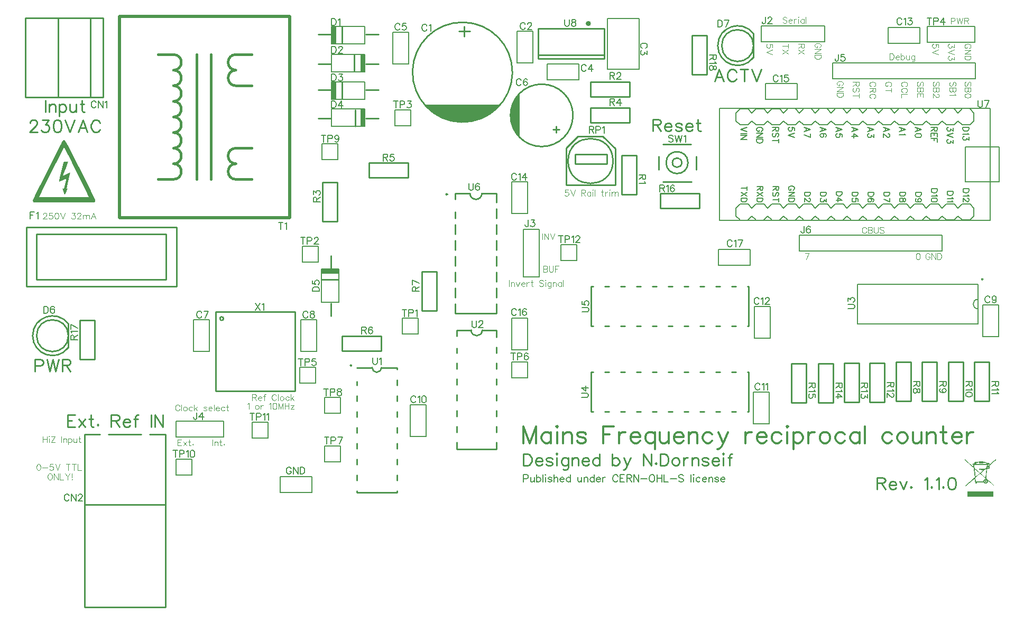
<source format=gto>
G04 Layer: TopSilkscreenLayer*
G04 EasyEDA v6.5.23, 2023-06-06 19:04:04*
G04 83315c2bc9c84c368b8d8d4557956f43,0997c0c323a540828c61b468e30a80a1,10*
G04 Gerber Generator version 0.2*
G04 Scale: 100 percent, Rotated: No, Reflected: No *
G04 Dimensions in millimeters *
G04 leading zeros omitted , absolute positions ,4 integer and 5 decimal *
%FSLAX45Y45*%
%MOMM*%

%ADD10C,0.2500*%
%ADD11C,0.1200*%
%ADD12C,0.3300*%
%ADD13C,0.1500*%
%ADD14C,0.1524*%
%ADD15C,0.2540*%
%ADD16C,0.2007*%
%ADD17C,0.2030*%
%ADD18C,0.2032*%
%ADD19C,0.4000*%
%ADD20C,0.5000*%
%ADD21C,0.1520*%
%ADD22C,0.1778*%
%ADD23C,0.1999*%
%ADD24C,0.0107*%

%LPD*%
G36*
X1480362Y10664240D02*
G01*
X1475740Y10663986D01*
X1471371Y10662970D01*
X1467358Y10661192D01*
X1463700Y10658652D01*
X1460500Y10655300D01*
X1458214Y10651794D01*
X1449374Y10635996D01*
X1436116Y10611002D01*
X1420114Y10579862D01*
X1301191Y10343540D01*
X1171854Y10088067D01*
X1024280Y9795052D01*
X1004687Y9755073D01*
X1084783Y9755073D01*
X1085240Y9756902D01*
X1087424Y9762185D01*
X1098804Y9786162D01*
X1159916Y9909759D01*
X1286357Y10164013D01*
X1416913Y10425938D01*
X1469999Y10532922D01*
X1476248Y10544759D01*
X1480058Y10551414D01*
X1480820Y10552277D01*
X1481836Y10550855D01*
X1487728Y10539933D01*
X1511960Y10492384D01*
X1577238Y10361066D01*
X1633372Y10247528D01*
X1823059Y9865817D01*
X1877517Y9755682D01*
X1392580Y9754514D01*
X1153261Y9754514D01*
X1086967Y9754920D01*
X1084783Y9755073D01*
X1004687Y9755073D01*
X995019Y9734651D01*
X987298Y9717379D01*
X982471Y9705441D01*
X981151Y9701377D01*
X980490Y9698482D01*
X980440Y9697466D01*
X980998Y9691776D01*
X982776Y9686188D01*
X985723Y9680651D01*
X989888Y9675164D01*
X999286Y9664242D01*
X1962353Y9664242D01*
X1974291Y9678162D01*
X1976120Y9680702D01*
X1977643Y9683242D01*
X1978863Y9685832D01*
X1979726Y9688626D01*
X1980285Y9691573D01*
X1980438Y9694773D01*
X1980184Y9698329D01*
X1979574Y9702241D01*
X1978507Y9706610D01*
X1975154Y9716871D01*
X1969871Y9729571D01*
X1962657Y9745268D01*
X1953310Y9764369D01*
X1875282Y9918446D01*
X1545437Y10571429D01*
X1529994Y10601147D01*
X1517650Y10624312D01*
X1508150Y10641330D01*
X1501190Y10652658D01*
X1498600Y10656366D01*
X1496568Y10658805D01*
X1495044Y10660024D01*
X1490065Y10662259D01*
X1485138Y10663631D01*
G37*
G36*
X1477873Y10317226D02*
G01*
X1466596Y10269423D01*
X1423619Y10095788D01*
X1404061Y10014915D01*
X1400048Y9996627D01*
X1415542Y10003129D01*
X1442059Y10015169D01*
X1478127Y10032034D01*
X1494332Y10039299D01*
X1511300Y10046208D01*
X1514195Y10047071D01*
X1515414Y10047173D01*
X1515567Y10046563D01*
X1515211Y10043363D01*
X1514195Y10037521D01*
X1509979Y10018318D01*
X1503121Y9989718D01*
X1493774Y9952278D01*
X1477213Y9888118D01*
X1461820Y9888016D01*
X1458264Y9887712D01*
X1455877Y9887254D01*
X1455013Y9886696D01*
X1459585Y9870592D01*
X1483715Y9792868D01*
X1485341Y9788398D01*
X1485900Y9788906D01*
X1489151Y9793782D01*
X1501800Y9814712D01*
X1518361Y9843008D01*
X1533448Y9869525D01*
X1541780Y9885121D01*
X1542186Y9886238D01*
X1541322Y9886950D01*
X1538986Y9887559D01*
X1535582Y9887966D01*
X1520545Y9888118D01*
X1566621Y10083495D01*
X1580896Y10146182D01*
X1580032Y10146284D01*
X1573326Y10144048D01*
X1561287Y10139172D01*
X1530400Y10125252D01*
X1461414Y10093452D01*
X1480921Y10145522D01*
X1503426Y10204602D01*
X1519275Y10245496D01*
X1539798Y10300106D01*
X1545386Y10316006D01*
X1542745Y10316514D01*
X1524762Y10317175D01*
G37*
G36*
X16406571Y5552033D02*
G01*
X16375735Y5525770D01*
X16306088Y5465826D01*
X16293592Y5455716D01*
X16284905Y5449316D01*
X16281704Y5447385D01*
X16279215Y5446268D01*
X16277386Y5445861D01*
X16276015Y5446115D01*
X16275100Y5446979D01*
X16274542Y5448401D01*
X16274237Y5452719D01*
X16274542Y5458358D01*
X16275557Y5461863D01*
X16277437Y5463438D01*
X16285362Y5463387D01*
X16290798Y5465064D01*
X16295776Y5468010D01*
X16299281Y5471820D01*
X16301262Y5477154D01*
X16301008Y5482285D01*
X16298773Y5486958D01*
X16295065Y5490819D01*
X16290239Y5493613D01*
X16284701Y5494985D01*
X16278758Y5494680D01*
X16272865Y5492394D01*
X16270274Y5491175D01*
X16267734Y5491124D01*
X16264178Y5492546D01*
X16254120Y5497931D01*
X16249040Y5500166D01*
X16243503Y5502300D01*
X16231666Y5505958D01*
X16225621Y5507431D01*
X16219678Y5508599D01*
X16209416Y5510123D01*
X16206216Y5510987D01*
X16204234Y5512155D01*
X16203320Y5513628D01*
X16201847Y5515356D01*
X16197173Y5516270D01*
X16186708Y5516676D01*
X16150844Y5516626D01*
X16140277Y5516270D01*
X16134892Y5515610D01*
X16132048Y5513476D01*
X16128441Y5512460D01*
X16123005Y5511393D01*
X16116096Y5510428D01*
X16099739Y5508955D01*
X16091154Y5508498D01*
X16075710Y5508244D01*
X16071799Y5507786D01*
X16070173Y5506618D01*
X16069349Y5502452D01*
X16147237Y5502452D01*
X16148100Y5503722D01*
X16151199Y5504484D01*
X16157549Y5504891D01*
X16178580Y5504891D01*
X16184930Y5504484D01*
X16188080Y5503722D01*
X16188893Y5502452D01*
X16188080Y5501182D01*
X16184930Y5500420D01*
X16178580Y5500065D01*
X16168065Y5499912D01*
X16157549Y5500065D01*
X16151199Y5500420D01*
X16148100Y5501182D01*
X16147237Y5502452D01*
X16069349Y5502452D01*
X16068141Y5500827D01*
X16065957Y5499150D01*
X16062706Y5497423D01*
X16056203Y5493512D01*
X16049498Y5488025D01*
X16044214Y5482590D01*
X16041573Y5477662D01*
X16040100Y5476951D01*
X16037610Y5476544D01*
X16034156Y5476392D01*
X16055238Y5476392D01*
X16063264Y5483402D01*
X16067176Y5486095D01*
X16068243Y5486501D01*
X16068852Y5486095D01*
X16069411Y5485028D01*
X16069868Y5481472D01*
X16069665Y5478678D01*
X16068751Y5477154D01*
X16066566Y5476544D01*
X16062553Y5476392D01*
X16095675Y5476392D01*
X16095878Y5491632D01*
X16098113Y5494883D01*
X16104565Y5496610D01*
X16131844Y5499709D01*
X16132454Y5499252D01*
X16132911Y5497880D01*
X16133368Y5493207D01*
X16133368Y5486501D01*
X16202812Y5486501D01*
X16202812Y5492394D01*
X16203168Y5496356D01*
X16205454Y5497931D01*
X16211651Y5497372D01*
X16229888Y5493410D01*
X16241217Y5489854D01*
X16246144Y5487873D01*
X16250462Y5485841D01*
X16253968Y5483758D01*
X16256660Y5481726D01*
X16258387Y5479745D01*
X16258794Y5478983D01*
X16258794Y5478322D01*
X16258133Y5477814D01*
X16256558Y5477408D01*
X16249497Y5476849D01*
X16235527Y5476544D01*
X16029635Y5476290D01*
X16027298Y5475630D01*
X16026384Y5473903D01*
X16026231Y5470601D01*
X16026384Y5467350D01*
X16027349Y5465572D01*
X16029889Y5464708D01*
X16043097Y5463794D01*
X16043176Y5462981D01*
X16260318Y5462981D01*
X16260165Y5451348D01*
X16259556Y5448858D01*
X16258336Y5447385D01*
X16254272Y5445760D01*
X16253053Y5443677D01*
X16252545Y5439410D01*
X16252393Y5418328D01*
X16251486Y5417566D01*
X16270274Y5417566D01*
X16272306Y5421630D01*
X16277082Y5427268D01*
X16282466Y5432247D01*
X16286378Y5434380D01*
X16287038Y5433618D01*
X16287597Y5431434D01*
X16288004Y5428234D01*
X16288105Y5414213D01*
X16274592Y5414365D01*
X16271849Y5414822D01*
X16270579Y5415838D01*
X16270274Y5417566D01*
X16251486Y5417566D01*
X16218662Y5389930D01*
X16218662Y5404154D01*
X16131387Y5404154D01*
X16131387Y5379008D01*
X16204844Y5378094D01*
X16152215Y5333847D01*
X16084651Y5394604D01*
X16074644Y5403951D01*
X16070884Y5407812D01*
X16067938Y5411216D01*
X16065601Y5414365D01*
X16063772Y5417362D01*
X16062451Y5420410D01*
X16061486Y5423611D01*
X16060318Y5430977D01*
X16057575Y5462981D01*
X16043176Y5462981D01*
X16045129Y5442661D01*
X16045688Y5433517D01*
X16045586Y5431586D01*
X16044113Y5432399D01*
X16033750Y5440832D01*
X16015360Y5456631D01*
X15991179Y5477865D01*
X15939719Y5523687D01*
X15910306Y5549087D01*
X15908629Y5550357D01*
X15908070Y5549900D01*
X15907613Y5548680D01*
X15907156Y5544616D01*
X15907308Y5543296D01*
X15907816Y5541822D01*
X15908832Y5540044D01*
X15913049Y5535015D01*
X15921126Y5526989D01*
X15953587Y5497322D01*
X16034918Y5424728D01*
X16047974Y5413349D01*
X16049826Y5395315D01*
X16064077Y5395315D01*
X16064179Y5396839D01*
X16064484Y5397398D01*
X16067989Y5394706D01*
X16089223Y5376316D01*
X16119500Y5349392D01*
X16140226Y5330342D01*
X16143274Y5327142D01*
X16142774Y5326481D01*
X16160851Y5326481D01*
X16230904Y5386730D01*
X16241725Y5395671D01*
X16248684Y5401106D01*
X16252596Y5403545D01*
X16253663Y5403850D01*
X16254222Y5403596D01*
X16254323Y5402072D01*
X16238524Y5258968D01*
X16236543Y5260136D01*
X16223081Y5271363D01*
X16160851Y5326481D01*
X16142774Y5326481D01*
X16142004Y5325465D01*
X16133267Y5317083D01*
X16119094Y5304485D01*
X16103041Y5290718D01*
X16088613Y5278729D01*
X16079419Y5271617D01*
X16077844Y5270855D01*
X16076879Y5275732D01*
X16073272Y5306009D01*
X16064077Y5395315D01*
X16049826Y5395315D01*
X16063976Y5257139D01*
X16061973Y5255412D01*
X16078250Y5255412D01*
X16136010Y5304485D01*
X16152317Y5317794D01*
X16153282Y5318404D01*
X16156940Y5315559D01*
X16179139Y5296154D01*
X16215715Y5263235D01*
X16228161Y5251348D01*
X16231920Y5247335D01*
X16234308Y5244287D01*
X16235629Y5241950D01*
X16236137Y5240020D01*
X16236289Y5237276D01*
X16235883Y5235397D01*
X16234867Y5234178D01*
X16233190Y5233466D01*
X16226536Y5231384D01*
X16220541Y5228793D01*
X16215207Y5225643D01*
X16210584Y5221986D01*
X16206673Y5217871D01*
X16203574Y5213400D01*
X16201339Y5208473D01*
X16199916Y5203240D01*
X16199533Y5201056D01*
X16219779Y5201056D01*
X16221811Y5206746D01*
X16224351Y5210200D01*
X16227551Y5212994D01*
X16231311Y5215077D01*
X16235476Y5216347D01*
X16239896Y5216855D01*
X16244519Y5216550D01*
X16249142Y5215382D01*
X16253713Y5213350D01*
X16255644Y5211876D01*
X16257574Y5209590D01*
X16259301Y5206898D01*
X16260572Y5204104D01*
X16261638Y5197398D01*
X16259911Y5191353D01*
X16255644Y5186426D01*
X16248989Y5182870D01*
X16242182Y5181396D01*
X16235781Y5181701D01*
X16230041Y5183530D01*
X16225316Y5186629D01*
X16221811Y5190794D01*
X16219881Y5195671D01*
X16219779Y5201056D01*
X16199533Y5201056D01*
X16198596Y5195722D01*
X16084397Y5195722D01*
X16078250Y5255412D01*
X16061973Y5255412D01*
X15916148Y5130241D01*
X15925190Y5122621D01*
X15980410Y5170728D01*
X16033902Y5216448D01*
X16064992Y5242407D01*
X16066160Y5233771D01*
X16069970Y5199481D01*
X16071392Y5190540D01*
X16072815Y5185664D01*
X16074542Y5183682D01*
X16076066Y5182463D01*
X16077082Y5180431D01*
X16077641Y5177332D01*
X16077793Y5163820D01*
X16103600Y5163820D01*
X16103600Y5182311D01*
X16204539Y5182311D01*
X16208806Y5177231D01*
X16212261Y5173776D01*
X16216325Y5170932D01*
X16220948Y5168595D01*
X16226028Y5166817D01*
X16231412Y5165648D01*
X16237000Y5165039D01*
X16242690Y5164988D01*
X16248380Y5165496D01*
X16253917Y5166664D01*
X16259301Y5168392D01*
X16264331Y5170728D01*
X16268954Y5173675D01*
X16272713Y5177231D01*
X16276015Y5182057D01*
X16278860Y5187899D01*
X16281146Y5194706D01*
X16283381Y5202936D01*
X16351300Y5142331D01*
X16370452Y5125923D01*
X16371569Y5125161D01*
X16373449Y5126075D01*
X16376142Y5128260D01*
X16376954Y5129479D01*
X16376954Y5130241D01*
X16376599Y5131257D01*
X16374465Y5134254D01*
X16369944Y5139029D01*
X16362476Y5146192D01*
X16336060Y5170170D01*
X16297300Y5204866D01*
X16271494Y5228386D01*
X16263366Y5236057D01*
X16257879Y5241594D01*
X16254526Y5245506D01*
X16252850Y5248249D01*
X16252393Y5250180D01*
X16256355Y5290108D01*
X16265194Y5370982D01*
X16268293Y5401157D01*
X16268852Y5402732D01*
X16271189Y5403646D01*
X16276319Y5404053D01*
X16302278Y5404154D01*
X16301364Y5447690D01*
X16384066Y5519064D01*
X16395903Y5529681D01*
X16402812Y5536488D01*
X16404793Y5538876D01*
X16406063Y5540806D01*
X16406774Y5542432D01*
X16407180Y5545429D01*
X16406825Y5551525D01*
G37*
G36*
X16240150Y5210708D02*
G01*
X16235324Y5209743D01*
X16230904Y5206949D01*
X16227856Y5203342D01*
X16226840Y5199684D01*
X16227755Y5195824D01*
X16230701Y5191760D01*
X16235121Y5188559D01*
X16240150Y5187391D01*
X16245281Y5188254D01*
X16250056Y5191201D01*
X16253206Y5195214D01*
X16254171Y5199380D01*
X16253053Y5203494D01*
X16249802Y5207203D01*
X16245078Y5209844D01*
G37*
G36*
X15948812Y5037734D02*
G01*
X15948812Y4952034D01*
X16361511Y4952034D01*
X16361511Y5037734D01*
G37*
D10*
X936244Y10941050D02*
G01*
X936244Y10950447D01*
X945642Y10968989D01*
X954786Y10978134D01*
X973328Y10987278D01*
X1010157Y10987278D01*
X1028700Y10978134D01*
X1037844Y10968989D01*
X1047242Y10950447D01*
X1047242Y10931905D01*
X1037844Y10913363D01*
X1019555Y10885678D01*
X927100Y10793476D01*
X1056386Y10793476D01*
X1135887Y10987278D02*
G01*
X1237487Y10987278D01*
X1182115Y10913363D01*
X1209802Y10913363D01*
X1228089Y10904220D01*
X1237487Y10895076D01*
X1246631Y10867389D01*
X1246631Y10848847D01*
X1237487Y10821162D01*
X1218945Y10802620D01*
X1191260Y10793476D01*
X1163573Y10793476D01*
X1135887Y10802620D01*
X1126489Y10811763D01*
X1117345Y10830305D01*
X1362963Y10987278D02*
G01*
X1335278Y10978134D01*
X1316989Y10950447D01*
X1307592Y10904220D01*
X1307592Y10876534D01*
X1316989Y10830305D01*
X1335278Y10802620D01*
X1362963Y10793476D01*
X1381505Y10793476D01*
X1409192Y10802620D01*
X1427734Y10830305D01*
X1436878Y10876534D01*
X1436878Y10904220D01*
X1427734Y10950447D01*
X1409192Y10978134D01*
X1381505Y10987278D01*
X1362963Y10987278D01*
X1497837Y10987278D02*
G01*
X1571752Y10793476D01*
X1645665Y10987278D02*
G01*
X1571752Y10793476D01*
X1780539Y10987278D02*
G01*
X1706626Y10793476D01*
X1780539Y10987278D02*
G01*
X1854454Y10793476D01*
X1734312Y10857992D02*
G01*
X1826768Y10857992D01*
X2053843Y10941050D02*
G01*
X2044700Y10959592D01*
X2026158Y10978134D01*
X2007870Y10987278D01*
X1970786Y10987278D01*
X1952243Y10978134D01*
X1933956Y10959592D01*
X1924557Y10941050D01*
X1915413Y10913363D01*
X1915413Y10867389D01*
X1924557Y10839450D01*
X1933956Y10821162D01*
X1952243Y10802620D01*
X1970786Y10793476D01*
X2007870Y10793476D01*
X2026158Y10802620D01*
X2044700Y10821162D01*
X2053843Y10839450D01*
D11*
X9554209Y9867137D02*
G01*
X9508743Y9867137D01*
X9504172Y9826244D01*
X9508743Y9830815D01*
X9522206Y9835387D01*
X9535922Y9835387D01*
X9549638Y9830815D01*
X9558781Y9821671D01*
X9563354Y9808210D01*
X9563354Y9799065D01*
X9558781Y9785350D01*
X9549638Y9776205D01*
X9535922Y9771634D01*
X9522206Y9771634D01*
X9508743Y9776205D01*
X9504172Y9780778D01*
X9499600Y9789921D01*
X9593325Y9867137D02*
G01*
X9629647Y9771634D01*
X9665970Y9867137D02*
G01*
X9629647Y9771634D01*
X9766045Y9867137D02*
G01*
X9766045Y9771634D01*
X9766045Y9867137D02*
G01*
X9806940Y9867137D01*
X9820402Y9862565D01*
X9824974Y9857994D01*
X9829545Y9849104D01*
X9829545Y9839960D01*
X9824974Y9830815D01*
X9820402Y9826244D01*
X9806940Y9821671D01*
X9766045Y9821671D01*
X9797795Y9821671D02*
G01*
X9829545Y9771634D01*
X9914127Y9835387D02*
G01*
X9914127Y9771634D01*
X9914127Y9821671D02*
G01*
X9904984Y9830815D01*
X9895840Y9835387D01*
X9882377Y9835387D01*
X9873234Y9830815D01*
X9864090Y9821671D01*
X9859518Y9808210D01*
X9859518Y9799065D01*
X9864090Y9785350D01*
X9873234Y9776205D01*
X9882377Y9771634D01*
X9895840Y9771634D01*
X9904984Y9776205D01*
X9914127Y9785350D01*
X9944100Y9867137D02*
G01*
X9948672Y9862565D01*
X9953243Y9867137D01*
X9948672Y9871710D01*
X9944100Y9867137D01*
X9948672Y9835387D02*
G01*
X9948672Y9771634D01*
X9983215Y9867137D02*
G01*
X9983215Y9771634D01*
X10096754Y9867137D02*
G01*
X10096754Y9789921D01*
X10101325Y9776205D01*
X10110470Y9771634D01*
X10119613Y9771634D01*
X10083291Y9835387D02*
G01*
X10115041Y9835387D01*
X10149586Y9835387D02*
G01*
X10149586Y9771634D01*
X10149586Y9808210D02*
G01*
X10154158Y9821671D01*
X10163302Y9830815D01*
X10172445Y9835387D01*
X10185908Y9835387D01*
X10215879Y9867137D02*
G01*
X10220452Y9862565D01*
X10225024Y9867137D01*
X10220452Y9871710D01*
X10215879Y9867137D01*
X10220452Y9835387D02*
G01*
X10220452Y9771634D01*
X10254995Y9835387D02*
G01*
X10254995Y9771634D01*
X10254995Y9817100D02*
G01*
X10268711Y9830815D01*
X10277856Y9835387D01*
X10291318Y9835387D01*
X10300461Y9830815D01*
X10305034Y9817100D01*
X10305034Y9771634D01*
X10305034Y9817100D02*
G01*
X10318750Y9830815D01*
X10327893Y9835387D01*
X10341356Y9835387D01*
X10350500Y9830815D01*
X10355072Y9817100D01*
X10355072Y9771634D01*
X8610600Y8419337D02*
G01*
X8610600Y8323834D01*
X8640572Y8387587D02*
G01*
X8640572Y8323834D01*
X8640572Y8369300D02*
G01*
X8654288Y8383015D01*
X8663431Y8387587D01*
X8676893Y8387587D01*
X8686038Y8383015D01*
X8690609Y8369300D01*
X8690609Y8323834D01*
X8720581Y8387587D02*
G01*
X8747759Y8323834D01*
X8775191Y8387587D02*
G01*
X8747759Y8323834D01*
X8805163Y8360410D02*
G01*
X8859774Y8360410D01*
X8859774Y8369300D01*
X8855202Y8378444D01*
X8850629Y8383015D01*
X8841486Y8387587D01*
X8827770Y8387587D01*
X8818879Y8383015D01*
X8809736Y8373871D01*
X8805163Y8360410D01*
X8805163Y8351265D01*
X8809736Y8337550D01*
X8818879Y8328405D01*
X8827770Y8323834D01*
X8841486Y8323834D01*
X8850629Y8328405D01*
X8859774Y8337550D01*
X8889745Y8387587D02*
G01*
X8889745Y8323834D01*
X8889745Y8360410D02*
G01*
X8894318Y8373871D01*
X8903208Y8383015D01*
X8912352Y8387587D01*
X8926068Y8387587D01*
X8969756Y8419337D02*
G01*
X8969756Y8342121D01*
X8974327Y8328405D01*
X8983218Y8323834D01*
X8992361Y8323834D01*
X8956040Y8387587D02*
G01*
X8987790Y8387587D01*
X9155938Y8405876D02*
G01*
X9147047Y8414765D01*
X9133331Y8419337D01*
X9115043Y8419337D01*
X9101581Y8414765D01*
X9092438Y8405876D01*
X9092438Y8396731D01*
X9097009Y8387587D01*
X9101581Y8383015D01*
X9110725Y8378444D01*
X9137904Y8369300D01*
X9147047Y8364981D01*
X9151620Y8360410D01*
X9155938Y8351265D01*
X9155938Y8337550D01*
X9147047Y8328405D01*
X9133331Y8323834D01*
X9115043Y8323834D01*
X9101581Y8328405D01*
X9092438Y8337550D01*
X9186163Y8419337D02*
G01*
X9190481Y8414765D01*
X9195054Y8419337D01*
X9190481Y8423910D01*
X9186163Y8419337D01*
X9190481Y8387587D02*
G01*
X9190481Y8323834D01*
X9279636Y8387587D02*
G01*
X9279636Y8314944D01*
X9275063Y8301228D01*
X9270491Y8296655D01*
X9261602Y8292084D01*
X9247886Y8292084D01*
X9238741Y8296655D01*
X9279636Y8373871D02*
G01*
X9270491Y8383015D01*
X9261602Y8387587D01*
X9247886Y8387587D01*
X9238741Y8383015D01*
X9229597Y8373871D01*
X9225025Y8360410D01*
X9225025Y8351265D01*
X9229597Y8337550D01*
X9238741Y8328405D01*
X9247886Y8323834D01*
X9261602Y8323834D01*
X9270491Y8328405D01*
X9279636Y8337550D01*
X9309608Y8387587D02*
G01*
X9309608Y8323834D01*
X9309608Y8369300D02*
G01*
X9323324Y8383015D01*
X9332468Y8387587D01*
X9345929Y8387587D01*
X9355074Y8383015D01*
X9359645Y8369300D01*
X9359645Y8323834D01*
X9444227Y8387587D02*
G01*
X9444227Y8323834D01*
X9444227Y8373871D02*
G01*
X9435084Y8383015D01*
X9425940Y8387587D01*
X9412477Y8387587D01*
X9403334Y8383015D01*
X9394190Y8373871D01*
X9389618Y8360410D01*
X9389618Y8351265D01*
X9394190Y8337550D01*
X9403334Y8328405D01*
X9412477Y8323834D01*
X9425940Y8323834D01*
X9435084Y8328405D01*
X9444227Y8337550D01*
X9474200Y8419337D02*
G01*
X9474200Y8323834D01*
X9144000Y9168637D02*
G01*
X9144000Y9073134D01*
X9173972Y9168637D02*
G01*
X9173972Y9073134D01*
X9173972Y9168637D02*
G01*
X9237725Y9073134D01*
X9237725Y9168637D02*
G01*
X9237725Y9073134D01*
X9267697Y9168637D02*
G01*
X9304020Y9073134D01*
X9340341Y9168637D02*
G01*
X9304020Y9073134D01*
X9156700Y8647937D02*
G01*
X9156700Y8552434D01*
X9156700Y8647937D02*
G01*
X9197593Y8647937D01*
X9211309Y8643365D01*
X9215881Y8638794D01*
X9220454Y8629904D01*
X9220454Y8620760D01*
X9215881Y8611615D01*
X9211309Y8607044D01*
X9197593Y8602471D01*
X9156700Y8602471D02*
G01*
X9197593Y8602471D01*
X9211309Y8597900D01*
X9215881Y8593581D01*
X9220454Y8584437D01*
X9220454Y8570721D01*
X9215881Y8561578D01*
X9211309Y8557005D01*
X9197593Y8552434D01*
X9156700Y8552434D01*
X9250425Y8647937D02*
G01*
X9250425Y8579865D01*
X9254997Y8566150D01*
X9263888Y8557005D01*
X9277604Y8552434D01*
X9286747Y8552434D01*
X9300209Y8557005D01*
X9309354Y8566150D01*
X9313925Y8579865D01*
X9313925Y8647937D01*
X9343897Y8647937D02*
G01*
X9343897Y8552434D01*
X9343897Y8647937D02*
G01*
X9403079Y8647937D01*
X9343897Y8602471D02*
G01*
X9380220Y8602471D01*
D10*
X10909300Y10999978D02*
G01*
X10909300Y10806176D01*
X10909300Y10999978D02*
G01*
X10992358Y10999978D01*
X11020043Y10990834D01*
X11029441Y10981689D01*
X11038586Y10963147D01*
X11038586Y10944605D01*
X11029441Y10926063D01*
X11020043Y10916920D01*
X10992358Y10907776D01*
X10909300Y10907776D01*
X10974070Y10907776D02*
G01*
X11038586Y10806176D01*
X11099545Y10880089D02*
G01*
X11210290Y10880089D01*
X11210290Y10898378D01*
X11201145Y10916920D01*
X11192002Y10926063D01*
X11173459Y10935462D01*
X11145774Y10935462D01*
X11127231Y10926063D01*
X11108690Y10907776D01*
X11099545Y10880089D01*
X11099545Y10861547D01*
X11108690Y10833862D01*
X11127231Y10815320D01*
X11145774Y10806176D01*
X11173459Y10806176D01*
X11192002Y10815320D01*
X11210290Y10833862D01*
X11372850Y10907776D02*
G01*
X11363706Y10926063D01*
X11336020Y10935462D01*
X11308334Y10935462D01*
X11280647Y10926063D01*
X11271250Y10907776D01*
X11280647Y10889234D01*
X11299190Y10880089D01*
X11345163Y10870692D01*
X11363706Y10861547D01*
X11372850Y10843005D01*
X11372850Y10833862D01*
X11363706Y10815320D01*
X11336020Y10806176D01*
X11308334Y10806176D01*
X11280647Y10815320D01*
X11271250Y10833862D01*
X11433809Y10880089D02*
G01*
X11544808Y10880089D01*
X11544808Y10898378D01*
X11535409Y10916920D01*
X11526265Y10926063D01*
X11507724Y10935462D01*
X11480038Y10935462D01*
X11461750Y10926063D01*
X11443208Y10907776D01*
X11433809Y10880089D01*
X11433809Y10861547D01*
X11443208Y10833862D01*
X11461750Y10815320D01*
X11480038Y10806176D01*
X11507724Y10806176D01*
X11526265Y10815320D01*
X11544808Y10833862D01*
X11633454Y10999978D02*
G01*
X11633454Y10843005D01*
X11642597Y10815320D01*
X11661140Y10806176D01*
X11679681Y10806176D01*
X11605768Y10935462D02*
G01*
X11670284Y10935462D01*
D11*
X4495800Y6590537D02*
G01*
X4495800Y6495034D01*
X4495800Y6590537D02*
G01*
X4536693Y6590537D01*
X4550409Y6585965D01*
X4554981Y6581394D01*
X4559554Y6572504D01*
X4559554Y6563360D01*
X4554981Y6554215D01*
X4550409Y6549644D01*
X4536693Y6545071D01*
X4495800Y6545071D01*
X4527550Y6545071D02*
G01*
X4559554Y6495034D01*
X4589525Y6531610D02*
G01*
X4643881Y6531610D01*
X4643881Y6540500D01*
X4639309Y6549644D01*
X4634991Y6554215D01*
X4625847Y6558787D01*
X4612131Y6558787D01*
X4602988Y6554215D01*
X4594097Y6545071D01*
X4589525Y6531610D01*
X4589525Y6522465D01*
X4594097Y6508750D01*
X4602988Y6499605D01*
X4612131Y6495034D01*
X4625847Y6495034D01*
X4634991Y6499605D01*
X4643881Y6508750D01*
X4710429Y6590537D02*
G01*
X4701286Y6590537D01*
X4692141Y6585965D01*
X4687570Y6572504D01*
X4687570Y6495034D01*
X4674108Y6558787D02*
G01*
X4705858Y6558787D01*
X4878577Y6567931D02*
G01*
X4874006Y6577076D01*
X4864861Y6585965D01*
X4855718Y6590537D01*
X4837684Y6590537D01*
X4828540Y6585965D01*
X4819395Y6577076D01*
X4814824Y6567931D01*
X4810252Y6554215D01*
X4810252Y6531610D01*
X4814824Y6517894D01*
X4819395Y6508750D01*
X4828540Y6499605D01*
X4837684Y6495034D01*
X4855718Y6495034D01*
X4864861Y6499605D01*
X4874006Y6508750D01*
X4878577Y6517894D01*
X4908550Y6590537D02*
G01*
X4908550Y6495034D01*
X4961127Y6558787D02*
G01*
X4952238Y6554215D01*
X4943093Y6545071D01*
X4938522Y6531610D01*
X4938522Y6522465D01*
X4943093Y6508750D01*
X4952238Y6499605D01*
X4961127Y6495034D01*
X4974843Y6495034D01*
X4983988Y6499605D01*
X4993131Y6508750D01*
X4997704Y6522465D01*
X4997704Y6531610D01*
X4993131Y6545071D01*
X4983988Y6554215D01*
X4974843Y6558787D01*
X4961127Y6558787D01*
X5082286Y6545071D02*
G01*
X5073141Y6554215D01*
X5063997Y6558787D01*
X5050281Y6558787D01*
X5041138Y6554215D01*
X5032247Y6545071D01*
X5027675Y6531610D01*
X5027675Y6522465D01*
X5032247Y6508750D01*
X5041138Y6499605D01*
X5050281Y6495034D01*
X5063997Y6495034D01*
X5073141Y6499605D01*
X5082286Y6508750D01*
X5112258Y6590537D02*
G01*
X5112258Y6495034D01*
X5157724Y6558787D02*
G01*
X5112258Y6513321D01*
X5130291Y6531610D02*
G01*
X5162041Y6495034D01*
X3331972Y6402831D02*
G01*
X3327654Y6411976D01*
X3318509Y6420865D01*
X3309365Y6425437D01*
X3291077Y6425437D01*
X3282188Y6420865D01*
X3273043Y6411976D01*
X3268472Y6402831D01*
X3263900Y6389115D01*
X3263900Y6366510D01*
X3268472Y6352794D01*
X3273043Y6343650D01*
X3282188Y6334505D01*
X3291077Y6329934D01*
X3309365Y6329934D01*
X3318509Y6334505D01*
X3327654Y6343650D01*
X3331972Y6352794D01*
X3362197Y6425437D02*
G01*
X3362197Y6329934D01*
X3414775Y6393687D02*
G01*
X3405631Y6389115D01*
X3396741Y6379971D01*
X3392170Y6366510D01*
X3392170Y6357365D01*
X3396741Y6343650D01*
X3405631Y6334505D01*
X3414775Y6329934D01*
X3428491Y6329934D01*
X3437636Y6334505D01*
X3446525Y6343650D01*
X3451097Y6357365D01*
X3451097Y6366510D01*
X3446525Y6379971D01*
X3437636Y6389115D01*
X3428491Y6393687D01*
X3414775Y6393687D01*
X3535679Y6379971D02*
G01*
X3526536Y6389115D01*
X3517645Y6393687D01*
X3503929Y6393687D01*
X3494786Y6389115D01*
X3485641Y6379971D01*
X3481070Y6366510D01*
X3481070Y6357365D01*
X3485641Y6343650D01*
X3494786Y6334505D01*
X3503929Y6329934D01*
X3517645Y6329934D01*
X3526536Y6334505D01*
X3535679Y6343650D01*
X3565652Y6425437D02*
G01*
X3565652Y6329934D01*
X3611118Y6393687D02*
G01*
X3565652Y6348221D01*
X3583940Y6366510D02*
G01*
X3615690Y6329934D01*
X3765804Y6379971D02*
G01*
X3761231Y6389115D01*
X3747515Y6393687D01*
X3733800Y6393687D01*
X3720338Y6389115D01*
X3715765Y6379971D01*
X3720338Y6371081D01*
X3729227Y6366510D01*
X3752088Y6361937D01*
X3761231Y6357365D01*
X3765804Y6348221D01*
X3765804Y6343650D01*
X3761231Y6334505D01*
X3747515Y6329934D01*
X3733800Y6329934D01*
X3720338Y6334505D01*
X3715765Y6343650D01*
X3795775Y6366510D02*
G01*
X3850386Y6366510D01*
X3850386Y6375400D01*
X3845813Y6384544D01*
X3841241Y6389115D01*
X3832097Y6393687D01*
X3818381Y6393687D01*
X3809238Y6389115D01*
X3800347Y6379971D01*
X3795775Y6366510D01*
X3795775Y6357365D01*
X3800347Y6343650D01*
X3809238Y6334505D01*
X3818381Y6329934D01*
X3832097Y6329934D01*
X3841241Y6334505D01*
X3850386Y6343650D01*
X3880358Y6425437D02*
G01*
X3880358Y6329934D01*
X3910329Y6366510D02*
G01*
X3964686Y6366510D01*
X3964686Y6375400D01*
X3960368Y6384544D01*
X3955795Y6389115D01*
X3946652Y6393687D01*
X3932936Y6393687D01*
X3923791Y6389115D01*
X3914902Y6379971D01*
X3910329Y6366510D01*
X3910329Y6357365D01*
X3914902Y6343650D01*
X3923791Y6334505D01*
X3932936Y6329934D01*
X3946652Y6329934D01*
X3955795Y6334505D01*
X3964686Y6343650D01*
X4049268Y6379971D02*
G01*
X4040377Y6389115D01*
X4031234Y6393687D01*
X4017518Y6393687D01*
X4008374Y6389115D01*
X3999229Y6379971D01*
X3994911Y6366510D01*
X3994911Y6357365D01*
X3999229Y6343650D01*
X4008374Y6334505D01*
X4017518Y6329934D01*
X4031234Y6329934D01*
X4040377Y6334505D01*
X4049268Y6343650D01*
X4092956Y6425437D02*
G01*
X4092956Y6348221D01*
X4097527Y6334505D01*
X4106672Y6329934D01*
X4115815Y6329934D01*
X4079240Y6393687D02*
G01*
X4111243Y6393687D01*
X3302000Y5866637D02*
G01*
X3302000Y5771134D01*
X3302000Y5866637D02*
G01*
X3361181Y5866637D01*
X3302000Y5821171D02*
G01*
X3338322Y5821171D01*
X3302000Y5771134D02*
G01*
X3361181Y5771134D01*
X3391154Y5834887D02*
G01*
X3441191Y5771134D01*
X3441191Y5834887D02*
G01*
X3391154Y5771134D01*
X3484625Y5866637D02*
G01*
X3484625Y5789421D01*
X3489197Y5775705D01*
X3498341Y5771134D01*
X3507486Y5771134D01*
X3471163Y5834887D02*
G01*
X3502913Y5834887D01*
X3542029Y5793994D02*
G01*
X3537458Y5789421D01*
X3542029Y5784850D01*
X3546602Y5789421D01*
X3542029Y5793994D01*
X3860800Y5866637D02*
G01*
X3860800Y5771134D01*
X3890772Y5834887D02*
G01*
X3890772Y5771134D01*
X3890772Y5816600D02*
G01*
X3904488Y5830315D01*
X3913631Y5834887D01*
X3927093Y5834887D01*
X3936238Y5830315D01*
X3940809Y5816600D01*
X3940809Y5771134D01*
X3984497Y5866637D02*
G01*
X3984497Y5789421D01*
X3989070Y5775705D01*
X3997959Y5771134D01*
X4007104Y5771134D01*
X3970781Y5834887D02*
G01*
X4002531Y5834887D01*
X4041647Y5793994D02*
G01*
X4037075Y5789421D01*
X4041647Y5784850D01*
X4046220Y5789421D01*
X4041647Y5793994D01*
X1147571Y9476231D02*
G01*
X1147571Y9480804D01*
X1152144Y9489694D01*
X1156715Y9494265D01*
X1165605Y9498837D01*
X1183894Y9498837D01*
X1193037Y9494265D01*
X1197610Y9489694D01*
X1202181Y9480804D01*
X1202181Y9471660D01*
X1197610Y9462515D01*
X1188465Y9448800D01*
X1143000Y9403334D01*
X1206754Y9403334D01*
X1291081Y9498837D02*
G01*
X1245615Y9498837D01*
X1241297Y9457944D01*
X1245615Y9462515D01*
X1259331Y9467087D01*
X1273047Y9467087D01*
X1286510Y9462515D01*
X1295654Y9453371D01*
X1300226Y9439910D01*
X1300226Y9430765D01*
X1295654Y9417050D01*
X1286510Y9407905D01*
X1273047Y9403334D01*
X1259331Y9403334D01*
X1245615Y9407905D01*
X1241297Y9412478D01*
X1236726Y9421621D01*
X1357629Y9498837D02*
G01*
X1343913Y9494265D01*
X1334770Y9480804D01*
X1330197Y9457944D01*
X1330197Y9444481D01*
X1334770Y9421621D01*
X1343913Y9407905D01*
X1357629Y9403334D01*
X1366520Y9403334D01*
X1380236Y9407905D01*
X1389379Y9421621D01*
X1393952Y9444481D01*
X1393952Y9457944D01*
X1389379Y9480804D01*
X1380236Y9494265D01*
X1366520Y9498837D01*
X1357629Y9498837D01*
X1423923Y9498837D02*
G01*
X1460245Y9403334D01*
X1496568Y9498837D02*
G01*
X1460245Y9403334D01*
X1605787Y9498837D02*
G01*
X1655826Y9498837D01*
X1628394Y9462515D01*
X1642110Y9462515D01*
X1651254Y9457944D01*
X1655826Y9453371D01*
X1660397Y9439910D01*
X1660397Y9430765D01*
X1655826Y9417050D01*
X1646681Y9407905D01*
X1632965Y9403334D01*
X1619250Y9403334D01*
X1605787Y9407905D01*
X1601215Y9412478D01*
X1596644Y9421621D01*
X1694942Y9476231D02*
G01*
X1694942Y9480804D01*
X1699260Y9489694D01*
X1703831Y9494265D01*
X1712976Y9498837D01*
X1731263Y9498837D01*
X1740154Y9494265D01*
X1744726Y9489694D01*
X1749297Y9480804D01*
X1749297Y9471660D01*
X1744726Y9462515D01*
X1735836Y9448800D01*
X1690370Y9403334D01*
X1753870Y9403334D01*
X1783842Y9467087D02*
G01*
X1783842Y9403334D01*
X1783842Y9448800D02*
G01*
X1797557Y9462515D01*
X1806702Y9467087D01*
X1820163Y9467087D01*
X1829307Y9462515D01*
X1833879Y9448800D01*
X1833879Y9403334D01*
X1833879Y9448800D02*
G01*
X1847595Y9462515D01*
X1856739Y9467087D01*
X1870202Y9467087D01*
X1879345Y9462515D01*
X1883918Y9448800D01*
X1883918Y9403334D01*
X1950211Y9498837D02*
G01*
X1913889Y9403334D01*
X1950211Y9498837D02*
G01*
X1986534Y9403334D01*
X1927605Y9435337D02*
G01*
X1973072Y9435337D01*
X14330172Y9247631D02*
G01*
X14325854Y9256776D01*
X14316709Y9265665D01*
X14307566Y9270237D01*
X14289277Y9270237D01*
X14280388Y9265665D01*
X14271243Y9256776D01*
X14266672Y9247631D01*
X14262100Y9233915D01*
X14262100Y9211310D01*
X14266672Y9197594D01*
X14271243Y9188450D01*
X14280388Y9179305D01*
X14289277Y9174734D01*
X14307566Y9174734D01*
X14316709Y9179305D01*
X14325854Y9188450D01*
X14330172Y9197594D01*
X14360397Y9270237D02*
G01*
X14360397Y9174734D01*
X14360397Y9270237D02*
G01*
X14401291Y9270237D01*
X14414754Y9265665D01*
X14419325Y9261094D01*
X14423897Y9252204D01*
X14423897Y9243060D01*
X14419325Y9233915D01*
X14414754Y9229344D01*
X14401291Y9224771D01*
X14360397Y9224771D02*
G01*
X14401291Y9224771D01*
X14414754Y9220200D01*
X14419325Y9215881D01*
X14423897Y9206737D01*
X14423897Y9193021D01*
X14419325Y9183878D01*
X14414754Y9179305D01*
X14401291Y9174734D01*
X14360397Y9174734D01*
X14453870Y9270237D02*
G01*
X14453870Y9202165D01*
X14458441Y9188450D01*
X14467586Y9179305D01*
X14481302Y9174734D01*
X14490191Y9174734D01*
X14503908Y9179305D01*
X14513052Y9188450D01*
X14517624Y9202165D01*
X14517624Y9270237D01*
X14611095Y9256776D02*
G01*
X14602206Y9265665D01*
X14588490Y9270237D01*
X14570202Y9270237D01*
X14556740Y9265665D01*
X14547595Y9256776D01*
X14547595Y9247631D01*
X14552168Y9238487D01*
X14556740Y9233915D01*
X14565629Y9229344D01*
X14593061Y9220200D01*
X14602206Y9215881D01*
X14606524Y9211310D01*
X14611095Y9202165D01*
X14611095Y9188450D01*
X14602206Y9179305D01*
X14588490Y9174734D01*
X14570202Y9174734D01*
X14556740Y9179305D01*
X14547595Y9188450D01*
X13411454Y8851137D02*
G01*
X13365988Y8755634D01*
X13347700Y8851137D02*
G01*
X13411454Y8851137D01*
X15152877Y8851137D02*
G01*
X15139416Y8846565D01*
X15130272Y8833104D01*
X15125700Y8810244D01*
X15125700Y8796781D01*
X15130272Y8773921D01*
X15139416Y8760205D01*
X15152877Y8755634D01*
X15162022Y8755634D01*
X15175738Y8760205D01*
X15184881Y8773921D01*
X15189454Y8796781D01*
X15189454Y8810244D01*
X15184881Y8833104D01*
X15175738Y8846565D01*
X15162022Y8851137D01*
X15152877Y8851137D01*
X15346172Y8828531D02*
G01*
X15341854Y8837676D01*
X15332709Y8846565D01*
X15323566Y8851137D01*
X15305277Y8851137D01*
X15296388Y8846565D01*
X15287243Y8837676D01*
X15282672Y8828531D01*
X15278100Y8814815D01*
X15278100Y8792210D01*
X15282672Y8778494D01*
X15287243Y8769350D01*
X15296388Y8760205D01*
X15305277Y8755634D01*
X15323566Y8755634D01*
X15332709Y8760205D01*
X15341854Y8769350D01*
X15346172Y8778494D01*
X15346172Y8792210D01*
X15323566Y8792210D02*
G01*
X15346172Y8792210D01*
X15376397Y8851137D02*
G01*
X15376397Y8755634D01*
X15376397Y8851137D02*
G01*
X15439897Y8755634D01*
X15439897Y8851137D02*
G01*
X15439897Y8755634D01*
X15469870Y8851137D02*
G01*
X15469870Y8755634D01*
X15469870Y8851137D02*
G01*
X15501620Y8851137D01*
X15515336Y8846565D01*
X15524479Y8837676D01*
X15529052Y8828531D01*
X15533624Y8814815D01*
X15533624Y8792210D01*
X15529052Y8778494D01*
X15524479Y8769350D01*
X15515336Y8760205D01*
X15501620Y8755634D01*
X15469870Y8755634D01*
X14706600Y12051537D02*
G01*
X14706600Y11956034D01*
X14706600Y12051537D02*
G01*
X14738350Y12051537D01*
X14752066Y12046965D01*
X14761209Y12038076D01*
X14765781Y12028931D01*
X14770354Y12015215D01*
X14770354Y11992610D01*
X14765781Y11978894D01*
X14761209Y11969750D01*
X14752066Y11960605D01*
X14738350Y11956034D01*
X14706600Y11956034D01*
X14800325Y11992610D02*
G01*
X14854681Y11992610D01*
X14854681Y12001500D01*
X14850109Y12010644D01*
X14845791Y12015215D01*
X14836647Y12019787D01*
X14822931Y12019787D01*
X14813788Y12015215D01*
X14804897Y12006071D01*
X14800325Y11992610D01*
X14800325Y11983465D01*
X14804897Y11969750D01*
X14813788Y11960605D01*
X14822931Y11956034D01*
X14836647Y11956034D01*
X14845791Y11960605D01*
X14854681Y11969750D01*
X14884908Y12051537D02*
G01*
X14884908Y11956034D01*
X14884908Y12006071D02*
G01*
X14893797Y12015215D01*
X14902941Y12019787D01*
X14916658Y12019787D01*
X14925802Y12015215D01*
X14934691Y12006071D01*
X14939263Y11992610D01*
X14939263Y11983465D01*
X14934691Y11969750D01*
X14925802Y11960605D01*
X14916658Y11956034D01*
X14902941Y11956034D01*
X14893797Y11960605D01*
X14884908Y11969750D01*
X14969236Y12019787D02*
G01*
X14969236Y11974321D01*
X14973808Y11960605D01*
X14982952Y11956034D01*
X14996668Y11956034D01*
X15005811Y11960605D01*
X15019274Y11974321D01*
X15019274Y12019787D02*
G01*
X15019274Y11956034D01*
X15103856Y12019787D02*
G01*
X15103856Y11947144D01*
X15099284Y11933428D01*
X15094711Y11928855D01*
X15085568Y11924284D01*
X15072106Y11924284D01*
X15062961Y11928855D01*
X15103856Y12006071D02*
G01*
X15094711Y12015215D01*
X15085568Y12019787D01*
X15072106Y12019787D01*
X15062961Y12015215D01*
X15053818Y12006071D01*
X15049245Y11992610D01*
X15049245Y11983465D01*
X15053818Y11969750D01*
X15062961Y11960605D01*
X15072106Y11956034D01*
X15085568Y11956034D01*
X15094711Y11960605D01*
X15103856Y11969750D01*
X13933931Y11539728D02*
G01*
X13943075Y11544045D01*
X13951966Y11553189D01*
X13956538Y11562334D01*
X13956538Y11580621D01*
X13951966Y11589512D01*
X13943075Y11598655D01*
X13933931Y11603228D01*
X13920216Y11607800D01*
X13897609Y11607800D01*
X13883893Y11603228D01*
X13874750Y11598655D01*
X13865606Y11589512D01*
X13861034Y11580621D01*
X13861034Y11562334D01*
X13865606Y11553189D01*
X13874750Y11544045D01*
X13883893Y11539728D01*
X13897609Y11539728D01*
X13897609Y11562334D02*
G01*
X13897609Y11539728D01*
X13956538Y11509502D02*
G01*
X13861034Y11509502D01*
X13956538Y11509502D02*
G01*
X13861034Y11446002D01*
X13956538Y11446002D02*
G01*
X13861034Y11446002D01*
X13956538Y11416029D02*
G01*
X13861034Y11416029D01*
X13956538Y11416029D02*
G01*
X13956538Y11384279D01*
X13951966Y11370563D01*
X13943075Y11361420D01*
X13933931Y11356847D01*
X13920216Y11352276D01*
X13897609Y11352276D01*
X13883893Y11356847D01*
X13874750Y11361420D01*
X13865606Y11370563D01*
X13861034Y11384279D01*
X13861034Y11416029D01*
X14210538Y11595100D02*
G01*
X14115034Y11595100D01*
X14210538Y11595100D02*
G01*
X14210538Y11554205D01*
X14205966Y11540489D01*
X14201393Y11535918D01*
X14192504Y11531345D01*
X14183359Y11531345D01*
X14174216Y11535918D01*
X14169643Y11540489D01*
X14165072Y11554205D01*
X14165072Y11595100D01*
X14165072Y11563350D02*
G01*
X14115034Y11531345D01*
X14197075Y11437874D02*
G01*
X14205966Y11447018D01*
X14210538Y11460479D01*
X14210538Y11478768D01*
X14205966Y11492484D01*
X14197075Y11501374D01*
X14187931Y11501374D01*
X14178788Y11496802D01*
X14174216Y11492484D01*
X14169643Y11483339D01*
X14160500Y11455908D01*
X14156181Y11447018D01*
X14151609Y11442445D01*
X14142466Y11437874D01*
X14128750Y11437874D01*
X14119606Y11447018D01*
X14115034Y11460479D01*
X14115034Y11478768D01*
X14119606Y11492484D01*
X14128750Y11501374D01*
X14210538Y11375897D02*
G01*
X14115034Y11375897D01*
X14210538Y11407902D02*
G01*
X14210538Y11344147D01*
X14962631Y11527028D02*
G01*
X14971775Y11531345D01*
X14980666Y11540489D01*
X14985238Y11549634D01*
X14985238Y11567921D01*
X14980666Y11576812D01*
X14971775Y11585955D01*
X14962631Y11590528D01*
X14948916Y11595100D01*
X14926309Y11595100D01*
X14912593Y11590528D01*
X14903450Y11585955D01*
X14894306Y11576812D01*
X14889734Y11567921D01*
X14889734Y11549634D01*
X14894306Y11540489D01*
X14903450Y11531345D01*
X14912593Y11527028D01*
X14962631Y11428729D02*
G01*
X14971775Y11433302D01*
X14980666Y11442445D01*
X14985238Y11451589D01*
X14985238Y11469624D01*
X14980666Y11478768D01*
X14971775Y11487912D01*
X14962631Y11492484D01*
X14948916Y11496802D01*
X14926309Y11496802D01*
X14912593Y11492484D01*
X14903450Y11487912D01*
X14894306Y11478768D01*
X14889734Y11469624D01*
X14889734Y11451589D01*
X14894306Y11442445D01*
X14903450Y11433302D01*
X14912593Y11428729D01*
X14985238Y11398758D02*
G01*
X14889734Y11398758D01*
X14889734Y11398758D02*
G01*
X14889734Y11344147D01*
X14708631Y11527028D02*
G01*
X14717775Y11531345D01*
X14726666Y11540489D01*
X14731238Y11549634D01*
X14731238Y11567921D01*
X14726666Y11576812D01*
X14717775Y11585955D01*
X14708631Y11590528D01*
X14694916Y11595100D01*
X14672309Y11595100D01*
X14658593Y11590528D01*
X14649450Y11585955D01*
X14640306Y11576812D01*
X14635734Y11567921D01*
X14635734Y11549634D01*
X14640306Y11540489D01*
X14649450Y11531345D01*
X14658593Y11527028D01*
X14672309Y11527028D01*
X14672309Y11549634D02*
G01*
X14672309Y11527028D01*
X14731238Y11465052D02*
G01*
X14635734Y11465052D01*
X14731238Y11496802D02*
G01*
X14731238Y11433302D01*
X14454631Y11527028D02*
G01*
X14463775Y11531345D01*
X14472666Y11540489D01*
X14477238Y11549634D01*
X14477238Y11567921D01*
X14472666Y11576812D01*
X14463775Y11585955D01*
X14454631Y11590528D01*
X14440916Y11595100D01*
X14418309Y11595100D01*
X14404593Y11590528D01*
X14395450Y11585955D01*
X14386306Y11576812D01*
X14381734Y11567921D01*
X14381734Y11549634D01*
X14386306Y11540489D01*
X14395450Y11531345D01*
X14404593Y11527028D01*
X14477238Y11496802D02*
G01*
X14381734Y11496802D01*
X14477238Y11496802D02*
G01*
X14477238Y11455908D01*
X14472666Y11442445D01*
X14468093Y11437874D01*
X14459204Y11433302D01*
X14450059Y11433302D01*
X14440916Y11437874D01*
X14436343Y11442445D01*
X14431772Y11455908D01*
X14431772Y11496802D01*
X14431772Y11465052D02*
G01*
X14381734Y11433302D01*
X14454631Y11335004D02*
G01*
X14463775Y11339576D01*
X14472666Y11348720D01*
X14477238Y11357863D01*
X14477238Y11375897D01*
X14472666Y11385042D01*
X14463775Y11394186D01*
X14454631Y11398758D01*
X14440916Y11403329D01*
X14418309Y11403329D01*
X14404593Y11398758D01*
X14395450Y11394186D01*
X14386306Y11385042D01*
X14381734Y11375897D01*
X14381734Y11357863D01*
X14386306Y11348720D01*
X14395450Y11339576D01*
X14404593Y11335004D01*
X15225775Y11531345D02*
G01*
X15234666Y11540489D01*
X15239238Y11554205D01*
X15239238Y11572494D01*
X15234666Y11585955D01*
X15225775Y11595100D01*
X15216631Y11595100D01*
X15207488Y11590528D01*
X15202916Y11585955D01*
X15198343Y11576812D01*
X15189200Y11549634D01*
X15184881Y11540489D01*
X15180309Y11535918D01*
X15171166Y11531345D01*
X15157450Y11531345D01*
X15148306Y11540489D01*
X15143734Y11554205D01*
X15143734Y11572494D01*
X15148306Y11585955D01*
X15157450Y11595100D01*
X15239238Y11501374D02*
G01*
X15143734Y11501374D01*
X15239238Y11501374D02*
G01*
X15239238Y11460479D01*
X15234666Y11447018D01*
X15230093Y11442445D01*
X15221204Y11437874D01*
X15212059Y11437874D01*
X15202916Y11442445D01*
X15198343Y11447018D01*
X15193772Y11460479D01*
X15193772Y11501374D02*
G01*
X15193772Y11460479D01*
X15189200Y11447018D01*
X15184881Y11442445D01*
X15175738Y11437874D01*
X15162022Y11437874D01*
X15152877Y11442445D01*
X15148306Y11447018D01*
X15143734Y11460479D01*
X15143734Y11501374D01*
X15239238Y11407902D02*
G01*
X15143734Y11407902D01*
X15239238Y11407902D02*
G01*
X15239238Y11348720D01*
X15193772Y11407902D02*
G01*
X15193772Y11371579D01*
X15143734Y11407902D02*
G01*
X15143734Y11348720D01*
X15479775Y11531345D02*
G01*
X15488666Y11540489D01*
X15493238Y11554205D01*
X15493238Y11572494D01*
X15488666Y11585955D01*
X15479775Y11595100D01*
X15470631Y11595100D01*
X15461488Y11590528D01*
X15456916Y11585955D01*
X15452343Y11576812D01*
X15443200Y11549634D01*
X15438881Y11540489D01*
X15434309Y11535918D01*
X15425166Y11531345D01*
X15411450Y11531345D01*
X15402306Y11540489D01*
X15397734Y11554205D01*
X15397734Y11572494D01*
X15402306Y11585955D01*
X15411450Y11595100D01*
X15493238Y11501374D02*
G01*
X15397734Y11501374D01*
X15493238Y11501374D02*
G01*
X15493238Y11460479D01*
X15488666Y11447018D01*
X15484093Y11442445D01*
X15475204Y11437874D01*
X15466059Y11437874D01*
X15456916Y11442445D01*
X15452343Y11447018D01*
X15447772Y11460479D01*
X15447772Y11501374D02*
G01*
X15447772Y11460479D01*
X15443200Y11447018D01*
X15438881Y11442445D01*
X15429738Y11437874D01*
X15416022Y11437874D01*
X15406877Y11442445D01*
X15402306Y11447018D01*
X15397734Y11460479D01*
X15397734Y11501374D01*
X15470631Y11403329D02*
G01*
X15475204Y11403329D01*
X15484093Y11398758D01*
X15488666Y11394186D01*
X15493238Y11385042D01*
X15493238Y11367008D01*
X15488666Y11357863D01*
X15484093Y11353292D01*
X15475204Y11348720D01*
X15466059Y11348720D01*
X15456916Y11353292D01*
X15443200Y11362436D01*
X15397734Y11407902D01*
X15397734Y11344147D01*
X15746475Y11531345D02*
G01*
X15755366Y11540489D01*
X15759938Y11554205D01*
X15759938Y11572494D01*
X15755366Y11585955D01*
X15746475Y11595100D01*
X15737331Y11595100D01*
X15728188Y11590528D01*
X15723616Y11585955D01*
X15719043Y11576812D01*
X15709900Y11549634D01*
X15705581Y11540489D01*
X15701009Y11535918D01*
X15691866Y11531345D01*
X15678150Y11531345D01*
X15669006Y11540489D01*
X15664434Y11554205D01*
X15664434Y11572494D01*
X15669006Y11585955D01*
X15678150Y11595100D01*
X15759938Y11501374D02*
G01*
X15664434Y11501374D01*
X15759938Y11501374D02*
G01*
X15759938Y11460479D01*
X15755366Y11447018D01*
X15750793Y11442445D01*
X15741904Y11437874D01*
X15732759Y11437874D01*
X15723616Y11442445D01*
X15719043Y11447018D01*
X15714472Y11460479D01*
X15714472Y11501374D02*
G01*
X15714472Y11460479D01*
X15709900Y11447018D01*
X15705581Y11442445D01*
X15696438Y11437874D01*
X15682722Y11437874D01*
X15673577Y11442445D01*
X15669006Y11447018D01*
X15664434Y11460479D01*
X15664434Y11501374D01*
X15741904Y11407902D02*
G01*
X15746475Y11398758D01*
X15759938Y11385042D01*
X15664434Y11385042D01*
X15987775Y11531345D02*
G01*
X15996666Y11540489D01*
X16001238Y11554205D01*
X16001238Y11572494D01*
X15996666Y11585955D01*
X15987775Y11595100D01*
X15978631Y11595100D01*
X15969488Y11590528D01*
X15964916Y11585955D01*
X15960343Y11576812D01*
X15951200Y11549634D01*
X15946881Y11540489D01*
X15942309Y11535918D01*
X15933166Y11531345D01*
X15919450Y11531345D01*
X15910306Y11540489D01*
X15905734Y11554205D01*
X15905734Y11572494D01*
X15910306Y11585955D01*
X15919450Y11595100D01*
X16001238Y11501374D02*
G01*
X15905734Y11501374D01*
X16001238Y11501374D02*
G01*
X16001238Y11460479D01*
X15996666Y11447018D01*
X15992093Y11442445D01*
X15983204Y11437874D01*
X15974059Y11437874D01*
X15964916Y11442445D01*
X15960343Y11447018D01*
X15955772Y11460479D01*
X15955772Y11501374D02*
G01*
X15955772Y11460479D01*
X15951200Y11447018D01*
X15946881Y11442445D01*
X15937738Y11437874D01*
X15924022Y11437874D01*
X15914877Y11442445D01*
X15910306Y11447018D01*
X15905734Y11460479D01*
X15905734Y11501374D01*
X16001238Y11380470D02*
G01*
X15996666Y11394186D01*
X15983204Y11403329D01*
X15960343Y11407902D01*
X15946881Y11407902D01*
X15924022Y11403329D01*
X15910306Y11394186D01*
X15905734Y11380470D01*
X15905734Y11371579D01*
X15910306Y11357863D01*
X15924022Y11348720D01*
X15946881Y11344147D01*
X15960343Y11344147D01*
X15983204Y11348720D01*
X15996666Y11357863D01*
X16001238Y11371579D01*
X16001238Y11380470D01*
X15684500Y12623037D02*
G01*
X15684500Y12527534D01*
X15684500Y12623037D02*
G01*
X15725393Y12623037D01*
X15739109Y12618465D01*
X15743681Y12613894D01*
X15748254Y12605004D01*
X15748254Y12591287D01*
X15743681Y12582144D01*
X15739109Y12577571D01*
X15725393Y12573000D01*
X15684500Y12573000D01*
X15778225Y12623037D02*
G01*
X15800831Y12527534D01*
X15823691Y12623037D02*
G01*
X15800831Y12527534D01*
X15823691Y12623037D02*
G01*
X15846297Y12527534D01*
X15869158Y12623037D02*
G01*
X15846297Y12527534D01*
X15899129Y12623037D02*
G01*
X15899129Y12527534D01*
X15899129Y12623037D02*
G01*
X15940024Y12623037D01*
X15953486Y12618465D01*
X15958058Y12613894D01*
X15962629Y12605004D01*
X15962629Y12595860D01*
X15958058Y12586715D01*
X15953486Y12582144D01*
X15940024Y12577571D01*
X15899129Y12577571D01*
X15930879Y12577571D02*
G01*
X15962629Y12527534D01*
X15480538Y12150089D02*
G01*
X15480538Y12195555D01*
X15439643Y12200128D01*
X15444216Y12195555D01*
X15448788Y12182094D01*
X15448788Y12168378D01*
X15444216Y12154662D01*
X15435072Y12145518D01*
X15421609Y12140945D01*
X15412466Y12140945D01*
X15398750Y12145518D01*
X15389606Y12154662D01*
X15385034Y12168378D01*
X15385034Y12182094D01*
X15389606Y12195555D01*
X15394177Y12200128D01*
X15403322Y12204700D01*
X15480538Y12110974D02*
G01*
X15385034Y12074652D01*
X15480538Y12038329D02*
G01*
X15385034Y12074652D01*
X15978631Y12136628D02*
G01*
X15987775Y12140945D01*
X15996666Y12150089D01*
X16001238Y12159234D01*
X16001238Y12177521D01*
X15996666Y12186412D01*
X15987775Y12195555D01*
X15978631Y12200128D01*
X15964916Y12204700D01*
X15942309Y12204700D01*
X15928593Y12200128D01*
X15919450Y12195555D01*
X15910306Y12186412D01*
X15905734Y12177521D01*
X15905734Y12159234D01*
X15910306Y12150089D01*
X15919450Y12140945D01*
X15928593Y12136628D01*
X15942309Y12136628D01*
X15942309Y12159234D02*
G01*
X15942309Y12136628D01*
X16001238Y12106402D02*
G01*
X15905734Y12106402D01*
X16001238Y12106402D02*
G01*
X15905734Y12042902D01*
X16001238Y12042902D02*
G01*
X15905734Y12042902D01*
X16001238Y12012929D02*
G01*
X15905734Y12012929D01*
X16001238Y12012929D02*
G01*
X16001238Y11981179D01*
X15996666Y11967463D01*
X15987775Y11958320D01*
X15978631Y11953747D01*
X15964916Y11949176D01*
X15942309Y11949176D01*
X15928593Y11953747D01*
X15919450Y11958320D01*
X15910306Y11967463D01*
X15905734Y11981179D01*
X15905734Y12012929D01*
X15734538Y12195555D02*
G01*
X15734538Y12145518D01*
X15698216Y12172950D01*
X15698216Y12159234D01*
X15693643Y12150089D01*
X15689072Y12145518D01*
X15675609Y12140945D01*
X15666466Y12140945D01*
X15652750Y12145518D01*
X15643606Y12154662D01*
X15639034Y12168378D01*
X15639034Y12182094D01*
X15643606Y12195555D01*
X15648177Y12200128D01*
X15657322Y12204700D01*
X15734538Y12110974D02*
G01*
X15639034Y12074652D01*
X15734538Y12038329D02*
G01*
X15639034Y12074652D01*
X15734538Y11999213D02*
G01*
X15734538Y11949176D01*
X15698216Y11976608D01*
X15698216Y11962892D01*
X15693643Y11953747D01*
X15689072Y11949176D01*
X15675609Y11944604D01*
X15666466Y11944604D01*
X15652750Y11949176D01*
X15643606Y11958320D01*
X15639034Y11972036D01*
X15639034Y11985497D01*
X15643606Y11999213D01*
X15648177Y12003786D01*
X15657322Y12008358D01*
X13055854Y12622276D02*
G01*
X13046709Y12631165D01*
X13032993Y12635737D01*
X13014706Y12635737D01*
X13001243Y12631165D01*
X12992100Y12622276D01*
X12992100Y12613131D01*
X12996672Y12603987D01*
X13001243Y12599415D01*
X13010388Y12594844D01*
X13037565Y12585700D01*
X13046709Y12581381D01*
X13051281Y12576810D01*
X13055854Y12567665D01*
X13055854Y12553950D01*
X13046709Y12544805D01*
X13032993Y12540234D01*
X13014706Y12540234D01*
X13001243Y12544805D01*
X12992100Y12553950D01*
X13085825Y12576810D02*
G01*
X13140181Y12576810D01*
X13140181Y12585700D01*
X13135609Y12594844D01*
X13131291Y12599415D01*
X13122147Y12603987D01*
X13108431Y12603987D01*
X13099288Y12599415D01*
X13090397Y12590271D01*
X13085825Y12576810D01*
X13085825Y12567665D01*
X13090397Y12553950D01*
X13099288Y12544805D01*
X13108431Y12540234D01*
X13122147Y12540234D01*
X13131291Y12544805D01*
X13140181Y12553950D01*
X13170408Y12603987D02*
G01*
X13170408Y12540234D01*
X13170408Y12576810D02*
G01*
X13174725Y12590271D01*
X13183870Y12599415D01*
X13193013Y12603987D01*
X13206729Y12603987D01*
X13236702Y12635737D02*
G01*
X13241274Y12631165D01*
X13245845Y12635737D01*
X13241274Y12640310D01*
X13236702Y12635737D01*
X13241274Y12603987D02*
G01*
X13241274Y12540234D01*
X13330174Y12603987D02*
G01*
X13330174Y12540234D01*
X13330174Y12590271D02*
G01*
X13321284Y12599415D01*
X13312140Y12603987D01*
X13298424Y12603987D01*
X13289279Y12599415D01*
X13280390Y12590271D01*
X13275818Y12576810D01*
X13275818Y12567665D01*
X13280390Y12553950D01*
X13289279Y12544805D01*
X13298424Y12540234D01*
X13312140Y12540234D01*
X13321284Y12544805D01*
X13330174Y12553950D01*
X13360400Y12635737D02*
G01*
X13360400Y12540234D01*
X12826238Y12150089D02*
G01*
X12826238Y12195555D01*
X12785343Y12200128D01*
X12789915Y12195555D01*
X12794488Y12182094D01*
X12794488Y12168378D01*
X12789915Y12154662D01*
X12780772Y12145518D01*
X12767309Y12140945D01*
X12758165Y12140945D01*
X12744450Y12145518D01*
X12735306Y12154662D01*
X12730734Y12168378D01*
X12730734Y12182094D01*
X12735306Y12195555D01*
X12739877Y12200128D01*
X12749022Y12204700D01*
X12826238Y12110974D02*
G01*
X12730734Y12074652D01*
X12826238Y12038329D02*
G01*
X12730734Y12074652D01*
X13578331Y12149328D02*
G01*
X13587475Y12153645D01*
X13596366Y12162789D01*
X13600938Y12171934D01*
X13600938Y12190221D01*
X13596366Y12199112D01*
X13587475Y12208255D01*
X13578331Y12212828D01*
X13564616Y12217400D01*
X13542009Y12217400D01*
X13528293Y12212828D01*
X13519150Y12208255D01*
X13510006Y12199112D01*
X13505434Y12190221D01*
X13505434Y12171934D01*
X13510006Y12162789D01*
X13519150Y12153645D01*
X13528293Y12149328D01*
X13542009Y12149328D01*
X13542009Y12171934D02*
G01*
X13542009Y12149328D01*
X13600938Y12119102D02*
G01*
X13505434Y12119102D01*
X13600938Y12119102D02*
G01*
X13505434Y12055602D01*
X13600938Y12055602D02*
G01*
X13505434Y12055602D01*
X13600938Y12025629D02*
G01*
X13505434Y12025629D01*
X13600938Y12025629D02*
G01*
X13600938Y11993879D01*
X13596366Y11980163D01*
X13587475Y11971020D01*
X13578331Y11966447D01*
X13564616Y11961876D01*
X13542009Y11961876D01*
X13528293Y11966447D01*
X13519150Y11971020D01*
X13510006Y11980163D01*
X13505434Y11993879D01*
X13505434Y12025629D01*
X13080238Y12172950D02*
G01*
X12984734Y12172950D01*
X13080238Y12204700D02*
G01*
X13080238Y12140945D01*
X13080238Y12110974D02*
G01*
X12984734Y12047474D01*
X13080238Y12047474D02*
G01*
X12984734Y12110974D01*
X13334238Y12204700D02*
G01*
X13238734Y12204700D01*
X13334238Y12204700D02*
G01*
X13334238Y12163805D01*
X13329666Y12150089D01*
X13325093Y12145518D01*
X13316204Y12140945D01*
X13307059Y12140945D01*
X13297916Y12145518D01*
X13293343Y12150089D01*
X13288772Y12163805D01*
X13288772Y12204700D01*
X13288772Y12172950D02*
G01*
X13238734Y12140945D01*
X13334238Y12110974D02*
G01*
X13238734Y12047474D01*
X13334238Y12047474D02*
G01*
X13238734Y12110974D01*
D10*
X1181100Y11304778D02*
G01*
X1181100Y11110976D01*
X1242060Y11240262D02*
G01*
X1242060Y11110976D01*
X1242060Y11203178D02*
G01*
X1269745Y11230863D01*
X1288287Y11240262D01*
X1315973Y11240262D01*
X1334515Y11230863D01*
X1343660Y11203178D01*
X1343660Y11110976D01*
X1404620Y11240262D02*
G01*
X1404620Y11046205D01*
X1404620Y11212576D02*
G01*
X1423162Y11230863D01*
X1441450Y11240262D01*
X1469389Y11240262D01*
X1487678Y11230863D01*
X1506220Y11212576D01*
X1515363Y11184889D01*
X1515363Y11166347D01*
X1506220Y11138662D01*
X1487678Y11120120D01*
X1469389Y11110976D01*
X1441450Y11110976D01*
X1423162Y11120120D01*
X1404620Y11138662D01*
X1576323Y11240262D02*
G01*
X1576323Y11147805D01*
X1585721Y11120120D01*
X1604010Y11110976D01*
X1631950Y11110976D01*
X1650237Y11120120D01*
X1677923Y11147805D01*
X1677923Y11240262D02*
G01*
X1677923Y11110976D01*
X1766570Y11304778D02*
G01*
X1766570Y11147805D01*
X1775968Y11120120D01*
X1794510Y11110976D01*
X1812797Y11110976D01*
X1738884Y11240262D02*
G01*
X1803654Y11240262D01*
X1016000Y7151878D02*
G01*
X1016000Y6958076D01*
X1016000Y7151878D02*
G01*
X1099057Y7151878D01*
X1126744Y7142734D01*
X1136142Y7133589D01*
X1145286Y7115047D01*
X1145286Y7087362D01*
X1136142Y7068820D01*
X1126744Y7059676D01*
X1099057Y7050278D01*
X1016000Y7050278D01*
X1206245Y7151878D02*
G01*
X1252473Y6958076D01*
X1298702Y7151878D02*
G01*
X1252473Y6958076D01*
X1298702Y7151878D02*
G01*
X1344929Y6958076D01*
X1390904Y7151878D02*
G01*
X1344929Y6958076D01*
X1451863Y7151878D02*
G01*
X1451863Y6958076D01*
X1451863Y7151878D02*
G01*
X1535176Y7151878D01*
X1562862Y7142734D01*
X1572005Y7133589D01*
X1581150Y7115047D01*
X1581150Y7096505D01*
X1572005Y7077963D01*
X1562862Y7068820D01*
X1535176Y7059676D01*
X1451863Y7059676D01*
X1516634Y7059676D02*
G01*
X1581150Y6958076D01*
X11973813Y11800078D02*
G01*
X11899900Y11606276D01*
X11973813Y11800078D02*
G01*
X12047727Y11606276D01*
X11927586Y11670792D02*
G01*
X12020041Y11670792D01*
X12247118Y11753850D02*
G01*
X12237974Y11772392D01*
X12219431Y11790934D01*
X12200890Y11800078D01*
X12164059Y11800078D01*
X12145518Y11790934D01*
X12127229Y11772392D01*
X12117831Y11753850D01*
X12108688Y11726163D01*
X12108688Y11680189D01*
X12117831Y11652250D01*
X12127229Y11633962D01*
X12145518Y11615420D01*
X12164059Y11606276D01*
X12200890Y11606276D01*
X12219431Y11615420D01*
X12237974Y11633962D01*
X12247118Y11652250D01*
X12372847Y11800078D02*
G01*
X12372847Y11606276D01*
X12308077Y11800078D02*
G01*
X12437363Y11800078D01*
X12498324Y11800078D02*
G01*
X12572238Y11606276D01*
X12646152Y11800078D02*
G01*
X12572238Y11606276D01*
D12*
X8839200Y6073647D02*
G01*
X8839200Y5806439D01*
X8839200Y6073647D02*
G01*
X8941054Y5806439D01*
X9042908Y6073647D02*
G01*
X8941054Y5806439D01*
X9042908Y6073647D02*
G01*
X9042908Y5806439D01*
X9279636Y5984747D02*
G01*
X9279636Y5806439D01*
X9279636Y5946394D02*
G01*
X9253981Y5972047D01*
X9228581Y5984747D01*
X9190481Y5984747D01*
X9165081Y5972047D01*
X9139681Y5946394D01*
X9126727Y5908294D01*
X9126727Y5882894D01*
X9139681Y5844539D01*
X9165081Y5819139D01*
X9190481Y5806439D01*
X9228581Y5806439D01*
X9253981Y5819139D01*
X9279636Y5844539D01*
X9363456Y6073647D02*
G01*
X9376409Y6060947D01*
X9389109Y6073647D01*
X9376409Y6086347D01*
X9363456Y6073647D01*
X9376409Y5984747D02*
G01*
X9376409Y5806439D01*
X9472929Y5984747D02*
G01*
X9472929Y5806439D01*
X9472929Y5933694D02*
G01*
X9511284Y5972047D01*
X9536684Y5984747D01*
X9574784Y5984747D01*
X9600184Y5972047D01*
X9613138Y5933694D01*
X9613138Y5806439D01*
X9836911Y5946394D02*
G01*
X9824211Y5972047D01*
X9786111Y5984747D01*
X9748011Y5984747D01*
X9709658Y5972047D01*
X9696958Y5946394D01*
X9709658Y5920994D01*
X9735311Y5908294D01*
X9798811Y5895594D01*
X9824211Y5882894D01*
X9836911Y5857494D01*
X9836911Y5844539D01*
X9824211Y5819139D01*
X9786111Y5806439D01*
X9748011Y5806439D01*
X9709658Y5819139D01*
X9696958Y5844539D01*
X10117074Y6073647D02*
G01*
X10117074Y5806439D01*
X10117074Y6073647D02*
G01*
X10282427Y6073647D01*
X10117074Y5946394D02*
G01*
X10218927Y5946394D01*
X10366502Y5984747D02*
G01*
X10366502Y5806439D01*
X10366502Y5908294D02*
G01*
X10379202Y5946394D01*
X10404602Y5972047D01*
X10430002Y5984747D01*
X10468356Y5984747D01*
X10552175Y5908294D02*
G01*
X10705084Y5908294D01*
X10705084Y5933694D01*
X10692384Y5959094D01*
X10679684Y5972047D01*
X10654029Y5984747D01*
X10615929Y5984747D01*
X10590529Y5972047D01*
X10565129Y5946394D01*
X10552175Y5908294D01*
X10552175Y5882894D01*
X10565129Y5844539D01*
X10590529Y5819139D01*
X10615929Y5806439D01*
X10654029Y5806439D01*
X10679684Y5819139D01*
X10705084Y5844539D01*
X10941811Y5984747D02*
G01*
X10941811Y5717286D01*
X10941811Y5946394D02*
G01*
X10916411Y5972047D01*
X10890758Y5984747D01*
X10852658Y5984747D01*
X10827258Y5972047D01*
X10801858Y5946394D01*
X10788904Y5908294D01*
X10788904Y5882894D01*
X10801858Y5844539D01*
X10827258Y5819139D01*
X10852658Y5806439D01*
X10890758Y5806439D01*
X10916411Y5819139D01*
X10941811Y5844539D01*
X11025631Y5984747D02*
G01*
X11025631Y5857494D01*
X11038586Y5819139D01*
X11063986Y5806439D01*
X11102086Y5806439D01*
X11127486Y5819139D01*
X11165840Y5857494D01*
X11165840Y5984747D02*
G01*
X11165840Y5806439D01*
X11249659Y5908294D02*
G01*
X11402568Y5908294D01*
X11402568Y5933694D01*
X11389613Y5959094D01*
X11376913Y5972047D01*
X11351513Y5984747D01*
X11313413Y5984747D01*
X11288013Y5972047D01*
X11262359Y5946394D01*
X11249659Y5908294D01*
X11249659Y5882894D01*
X11262359Y5844539D01*
X11288013Y5819139D01*
X11313413Y5806439D01*
X11351513Y5806439D01*
X11376913Y5819139D01*
X11402568Y5844539D01*
X11486388Y5984747D02*
G01*
X11486388Y5806439D01*
X11486388Y5933694D02*
G01*
X11524741Y5972047D01*
X11550141Y5984747D01*
X11588241Y5984747D01*
X11613641Y5972047D01*
X11626341Y5933694D01*
X11626341Y5806439D01*
X11863070Y5946394D02*
G01*
X11837670Y5972047D01*
X11812270Y5984747D01*
X11774170Y5984747D01*
X11748770Y5972047D01*
X11723115Y5946394D01*
X11710415Y5908294D01*
X11710415Y5882894D01*
X11723115Y5844539D01*
X11748770Y5819139D01*
X11774170Y5806439D01*
X11812270Y5806439D01*
X11837670Y5819139D01*
X11863070Y5844539D01*
X11959843Y5984747D02*
G01*
X12036297Y5806439D01*
X12112752Y5984747D02*
G01*
X12036297Y5806439D01*
X12010897Y5755639D01*
X11985497Y5729986D01*
X11959843Y5717286D01*
X11947143Y5717286D01*
X12392659Y5984747D02*
G01*
X12392659Y5806439D01*
X12392659Y5908294D02*
G01*
X12405359Y5946394D01*
X12430759Y5972047D01*
X12456159Y5984747D01*
X12494513Y5984747D01*
X12578588Y5908294D02*
G01*
X12731241Y5908294D01*
X12731241Y5933694D01*
X12718541Y5959094D01*
X12705841Y5972047D01*
X12680188Y5984747D01*
X12642088Y5984747D01*
X12616688Y5972047D01*
X12591288Y5946394D01*
X12578588Y5908294D01*
X12578588Y5882894D01*
X12591288Y5844539D01*
X12616688Y5819139D01*
X12642088Y5806439D01*
X12680188Y5806439D01*
X12705841Y5819139D01*
X12731241Y5844539D01*
X12967970Y5946394D02*
G01*
X12942570Y5972047D01*
X12916915Y5984747D01*
X12878815Y5984747D01*
X12853415Y5972047D01*
X12828015Y5946394D01*
X12815315Y5908294D01*
X12815315Y5882894D01*
X12828015Y5844539D01*
X12853415Y5819139D01*
X12878815Y5806439D01*
X12916915Y5806439D01*
X12942570Y5819139D01*
X12967970Y5844539D01*
X13052043Y6073647D02*
G01*
X13064743Y6060947D01*
X13077443Y6073647D01*
X13064743Y6086347D01*
X13052043Y6073647D01*
X13064743Y5984747D02*
G01*
X13064743Y5806439D01*
X13161263Y5984747D02*
G01*
X13161263Y5717286D01*
X13161263Y5946394D02*
G01*
X13186918Y5972047D01*
X13212318Y5984747D01*
X13250418Y5984747D01*
X13275818Y5972047D01*
X13301472Y5946394D01*
X13314172Y5908294D01*
X13314172Y5882894D01*
X13301472Y5844539D01*
X13275818Y5819139D01*
X13250418Y5806439D01*
X13212318Y5806439D01*
X13186918Y5819139D01*
X13161263Y5844539D01*
X13397991Y5984747D02*
G01*
X13397991Y5806439D01*
X13397991Y5908294D02*
G01*
X13410945Y5946394D01*
X13436345Y5972047D01*
X13461745Y5984747D01*
X13499845Y5984747D01*
X13647674Y5984747D02*
G01*
X13622020Y5972047D01*
X13596620Y5946394D01*
X13583920Y5908294D01*
X13583920Y5882894D01*
X13596620Y5844539D01*
X13622020Y5819139D01*
X13647674Y5806439D01*
X13685774Y5806439D01*
X13711174Y5819139D01*
X13736574Y5844539D01*
X13749274Y5882894D01*
X13749274Y5908294D01*
X13736574Y5946394D01*
X13711174Y5972047D01*
X13685774Y5984747D01*
X13647674Y5984747D01*
X13986002Y5946394D02*
G01*
X13960602Y5972047D01*
X13935202Y5984747D01*
X13897102Y5984747D01*
X13871447Y5972047D01*
X13846047Y5946394D01*
X13833347Y5908294D01*
X13833347Y5882894D01*
X13846047Y5844539D01*
X13871447Y5819139D01*
X13897102Y5806439D01*
X13935202Y5806439D01*
X13960602Y5819139D01*
X13986002Y5844539D01*
X14222729Y5984747D02*
G01*
X14222729Y5806439D01*
X14222729Y5946394D02*
G01*
X14197329Y5972047D01*
X14171929Y5984747D01*
X14133829Y5984747D01*
X14108175Y5972047D01*
X14082775Y5946394D01*
X14070075Y5908294D01*
X14070075Y5882894D01*
X14082775Y5844539D01*
X14108175Y5819139D01*
X14133829Y5806439D01*
X14171929Y5806439D01*
X14197329Y5819139D01*
X14222729Y5844539D01*
X14306804Y6073647D02*
G01*
X14306804Y5806439D01*
X14739620Y5946394D02*
G01*
X14714220Y5972047D01*
X14688566Y5984747D01*
X14650466Y5984747D01*
X14625066Y5972047D01*
X14599666Y5946394D01*
X14586711Y5908294D01*
X14586711Y5882894D01*
X14599666Y5844539D01*
X14625066Y5819139D01*
X14650466Y5806439D01*
X14688566Y5806439D01*
X14714220Y5819139D01*
X14739620Y5844539D01*
X14887193Y5984747D02*
G01*
X14861793Y5972047D01*
X14836393Y5946394D01*
X14823440Y5908294D01*
X14823440Y5882894D01*
X14836393Y5844539D01*
X14861793Y5819139D01*
X14887193Y5806439D01*
X14925293Y5806439D01*
X14950947Y5819139D01*
X14976347Y5844539D01*
X14989047Y5882894D01*
X14989047Y5908294D01*
X14976347Y5946394D01*
X14950947Y5972047D01*
X14925293Y5984747D01*
X14887193Y5984747D01*
X15073122Y5984747D02*
G01*
X15073122Y5857494D01*
X15085822Y5819139D01*
X15111222Y5806439D01*
X15149322Y5806439D01*
X15174722Y5819139D01*
X15213075Y5857494D01*
X15213075Y5984747D02*
G01*
X15213075Y5806439D01*
X15296895Y5984747D02*
G01*
X15296895Y5806439D01*
X15296895Y5933694D02*
G01*
X15335250Y5972047D01*
X15360650Y5984747D01*
X15398750Y5984747D01*
X15424404Y5972047D01*
X15437104Y5933694D01*
X15437104Y5806439D01*
X15559277Y6073647D02*
G01*
X15559277Y5857494D01*
X15571977Y5819139D01*
X15597377Y5806439D01*
X15622777Y5806439D01*
X15520924Y5984747D02*
G01*
X15610077Y5984747D01*
X15706852Y5908294D02*
G01*
X15859506Y5908294D01*
X15859506Y5933694D01*
X15846806Y5959094D01*
X15834106Y5972047D01*
X15808706Y5984747D01*
X15770352Y5984747D01*
X15744952Y5972047D01*
X15719552Y5946394D01*
X15706852Y5908294D01*
X15706852Y5882894D01*
X15719552Y5844539D01*
X15744952Y5819139D01*
X15770352Y5806439D01*
X15808706Y5806439D01*
X15834106Y5819139D01*
X15859506Y5844539D01*
X15943579Y5984747D02*
G01*
X15943579Y5806439D01*
X15943579Y5908294D02*
G01*
X15956279Y5946394D01*
X15981679Y5972047D01*
X16007079Y5984747D01*
X16045434Y5984747D01*
D10*
X8839200Y5640578D02*
G01*
X8839200Y5446776D01*
X8839200Y5640578D02*
G01*
X8903970Y5640578D01*
X8931656Y5631434D01*
X8949943Y5612892D01*
X8959341Y5594350D01*
X8968486Y5566663D01*
X8968486Y5520689D01*
X8959341Y5492750D01*
X8949943Y5474462D01*
X8931656Y5455920D01*
X8903970Y5446776D01*
X8839200Y5446776D01*
X9029445Y5520689D02*
G01*
X9140190Y5520689D01*
X9140190Y5538978D01*
X9131045Y5557520D01*
X9121902Y5566663D01*
X9103359Y5576062D01*
X9075674Y5576062D01*
X9057131Y5566663D01*
X9038590Y5548376D01*
X9029445Y5520689D01*
X9029445Y5502147D01*
X9038590Y5474462D01*
X9057131Y5455920D01*
X9075674Y5446776D01*
X9103359Y5446776D01*
X9121902Y5455920D01*
X9140190Y5474462D01*
X9302750Y5548376D02*
G01*
X9293606Y5566663D01*
X9265920Y5576062D01*
X9238234Y5576062D01*
X9210547Y5566663D01*
X9201150Y5548376D01*
X9210547Y5529834D01*
X9229090Y5520689D01*
X9275063Y5511292D01*
X9293606Y5502147D01*
X9302750Y5483605D01*
X9302750Y5474462D01*
X9293606Y5455920D01*
X9265920Y5446776D01*
X9238234Y5446776D01*
X9210547Y5455920D01*
X9201150Y5474462D01*
X9363709Y5640578D02*
G01*
X9373108Y5631434D01*
X9382252Y5640578D01*
X9373108Y5649976D01*
X9363709Y5640578D01*
X9373108Y5576062D02*
G01*
X9373108Y5446776D01*
X9554209Y5576062D02*
G01*
X9554209Y5428234D01*
X9544811Y5400547D01*
X9535668Y5391150D01*
X9517125Y5382005D01*
X9489440Y5382005D01*
X9470897Y5391150D01*
X9554209Y5548376D02*
G01*
X9535668Y5566663D01*
X9517125Y5576062D01*
X9489440Y5576062D01*
X9470897Y5566663D01*
X9452609Y5548376D01*
X9443211Y5520689D01*
X9443211Y5502147D01*
X9452609Y5474462D01*
X9470897Y5455920D01*
X9489440Y5446776D01*
X9517125Y5446776D01*
X9535668Y5455920D01*
X9554209Y5474462D01*
X9615170Y5576062D02*
G01*
X9615170Y5446776D01*
X9615170Y5538978D02*
G01*
X9642856Y5566663D01*
X9661143Y5576062D01*
X9688829Y5576062D01*
X9707372Y5566663D01*
X9716770Y5538978D01*
X9716770Y5446776D01*
X9777729Y5520689D02*
G01*
X9888474Y5520689D01*
X9888474Y5538978D01*
X9879329Y5557520D01*
X9869931Y5566663D01*
X9851390Y5576062D01*
X9823704Y5576062D01*
X9805415Y5566663D01*
X9786874Y5548376D01*
X9777729Y5520689D01*
X9777729Y5502147D01*
X9786874Y5474462D01*
X9805415Y5455920D01*
X9823704Y5446776D01*
X9851390Y5446776D01*
X9869931Y5455920D01*
X9888474Y5474462D01*
X10060177Y5640578D02*
G01*
X10060177Y5446776D01*
X10060177Y5548376D02*
G01*
X10041890Y5566663D01*
X10023347Y5576062D01*
X9995661Y5576062D01*
X9977120Y5566663D01*
X9958577Y5548376D01*
X9949434Y5520689D01*
X9949434Y5502147D01*
X9958577Y5474462D01*
X9977120Y5455920D01*
X9995661Y5446776D01*
X10023347Y5446776D01*
X10041890Y5455920D01*
X10060177Y5474462D01*
X10263377Y5640578D02*
G01*
X10263377Y5446776D01*
X10263377Y5548376D02*
G01*
X10281920Y5566663D01*
X10300461Y5576062D01*
X10328147Y5576062D01*
X10346690Y5566663D01*
X10364977Y5548376D01*
X10374375Y5520689D01*
X10374375Y5502147D01*
X10364977Y5474462D01*
X10346690Y5455920D01*
X10328147Y5446776D01*
X10300461Y5446776D01*
X10281920Y5455920D01*
X10263377Y5474462D01*
X10444479Y5576062D02*
G01*
X10499852Y5446776D01*
X10555224Y5576062D02*
G01*
X10499852Y5446776D01*
X10481309Y5409692D01*
X10463022Y5391150D01*
X10444479Y5382005D01*
X10435336Y5382005D01*
X10758424Y5640578D02*
G01*
X10758424Y5446776D01*
X10758424Y5640578D02*
G01*
X10887709Y5446776D01*
X10887709Y5640578D02*
G01*
X10887709Y5446776D01*
X10958068Y5492750D02*
G01*
X10948670Y5483605D01*
X10958068Y5474462D01*
X10967211Y5483605D01*
X10958068Y5492750D01*
X11028172Y5640578D02*
G01*
X11028172Y5446776D01*
X11028172Y5640578D02*
G01*
X11092941Y5640578D01*
X11120627Y5631434D01*
X11139170Y5612892D01*
X11148313Y5594350D01*
X11157458Y5566663D01*
X11157458Y5520689D01*
X11148313Y5492750D01*
X11139170Y5474462D01*
X11120627Y5455920D01*
X11092941Y5446776D01*
X11028172Y5446776D01*
X11264645Y5576062D02*
G01*
X11246104Y5566663D01*
X11227815Y5548376D01*
X11218418Y5520689D01*
X11218418Y5502147D01*
X11227815Y5474462D01*
X11246104Y5455920D01*
X11264645Y5446776D01*
X11292331Y5446776D01*
X11310874Y5455920D01*
X11329415Y5474462D01*
X11338559Y5502147D01*
X11338559Y5520689D01*
X11329415Y5548376D01*
X11310874Y5566663D01*
X11292331Y5576062D01*
X11264645Y5576062D01*
X11399520Y5576062D02*
G01*
X11399520Y5446776D01*
X11399520Y5520689D02*
G01*
X11408663Y5548376D01*
X11427206Y5566663D01*
X11445747Y5576062D01*
X11473434Y5576062D01*
X11534393Y5576062D02*
G01*
X11534393Y5446776D01*
X11534393Y5538978D02*
G01*
X11562079Y5566663D01*
X11580622Y5576062D01*
X11608308Y5576062D01*
X11626850Y5566663D01*
X11635993Y5538978D01*
X11635993Y5446776D01*
X11798554Y5548376D02*
G01*
X11789409Y5566663D01*
X11761470Y5576062D01*
X11733784Y5576062D01*
X11706097Y5566663D01*
X11696954Y5548376D01*
X11706097Y5529834D01*
X11724640Y5520689D01*
X11770868Y5511292D01*
X11789409Y5502147D01*
X11798554Y5483605D01*
X11798554Y5474462D01*
X11789409Y5455920D01*
X11761470Y5446776D01*
X11733784Y5446776D01*
X11706097Y5455920D01*
X11696954Y5474462D01*
X11859513Y5520689D02*
G01*
X11970258Y5520689D01*
X11970258Y5538978D01*
X11961113Y5557520D01*
X11951970Y5566663D01*
X11933427Y5576062D01*
X11905741Y5576062D01*
X11887200Y5566663D01*
X11868658Y5548376D01*
X11859513Y5520689D01*
X11859513Y5502147D01*
X11868658Y5474462D01*
X11887200Y5455920D01*
X11905741Y5446776D01*
X11933427Y5446776D01*
X11951970Y5455920D01*
X11970258Y5474462D01*
X12031218Y5640578D02*
G01*
X12040615Y5631434D01*
X12049759Y5640578D01*
X12040615Y5649976D01*
X12031218Y5640578D01*
X12040615Y5576062D02*
G01*
X12040615Y5446776D01*
X12184634Y5640578D02*
G01*
X12166091Y5640578D01*
X12147550Y5631434D01*
X12138406Y5603747D01*
X12138406Y5446776D01*
X12110720Y5576062D02*
G01*
X12175490Y5576062D01*
X14503400Y5259578D02*
G01*
X14503400Y5065776D01*
X14503400Y5259578D02*
G01*
X14586458Y5259578D01*
X14614143Y5250434D01*
X14623541Y5241289D01*
X14632686Y5222747D01*
X14632686Y5204205D01*
X14623541Y5185663D01*
X14614143Y5176520D01*
X14586458Y5167376D01*
X14503400Y5167376D01*
X14568170Y5167376D02*
G01*
X14632686Y5065776D01*
X14693645Y5139689D02*
G01*
X14804390Y5139689D01*
X14804390Y5157978D01*
X14795245Y5176520D01*
X14786102Y5185663D01*
X14767559Y5195062D01*
X14739874Y5195062D01*
X14721331Y5185663D01*
X14702790Y5167376D01*
X14693645Y5139689D01*
X14693645Y5121147D01*
X14702790Y5093462D01*
X14721331Y5074920D01*
X14739874Y5065776D01*
X14767559Y5065776D01*
X14786102Y5074920D01*
X14804390Y5093462D01*
X14865350Y5195062D02*
G01*
X14920975Y5065776D01*
X14976347Y5195062D02*
G01*
X14920975Y5065776D01*
X15046452Y5111750D02*
G01*
X15037308Y5102605D01*
X15046452Y5093462D01*
X15055850Y5102605D01*
X15046452Y5111750D01*
X15259050Y5222747D02*
G01*
X15277338Y5231892D01*
X15305024Y5259578D01*
X15305024Y5065776D01*
X15375381Y5111750D02*
G01*
X15365984Y5102605D01*
X15375381Y5093462D01*
X15384525Y5102605D01*
X15375381Y5111750D01*
X15445486Y5222747D02*
G01*
X15464027Y5231892D01*
X15491713Y5259578D01*
X15491713Y5065776D01*
X15561818Y5111750D02*
G01*
X15552674Y5102605D01*
X15561818Y5093462D01*
X15571216Y5102605D01*
X15561818Y5111750D01*
X15687547Y5259578D02*
G01*
X15659861Y5250434D01*
X15641320Y5222747D01*
X15632175Y5176520D01*
X15632175Y5148834D01*
X15641320Y5102605D01*
X15659861Y5074920D01*
X15687547Y5065776D01*
X15706090Y5065776D01*
X15733775Y5074920D01*
X15752063Y5102605D01*
X15761461Y5148834D01*
X15761461Y5176520D01*
X15752063Y5222747D01*
X15733775Y5250434D01*
X15706090Y5259578D01*
X15687547Y5259578D01*
X1536700Y6262878D02*
G01*
X1536700Y6069076D01*
X1536700Y6262878D02*
G01*
X1656842Y6262878D01*
X1536700Y6170676D02*
G01*
X1610613Y6170676D01*
X1536700Y6069076D02*
G01*
X1656842Y6069076D01*
X1717802Y6198362D02*
G01*
X1819402Y6069076D01*
X1819402Y6198362D02*
G01*
X1717802Y6069076D01*
X1908047Y6262878D02*
G01*
X1908047Y6105905D01*
X1917192Y6078220D01*
X1935734Y6069076D01*
X1954275Y6069076D01*
X1880362Y6198362D02*
G01*
X1944877Y6198362D01*
X2024379Y6115050D02*
G01*
X2015236Y6105905D01*
X2024379Y6096762D01*
X2033524Y6105905D01*
X2024379Y6115050D01*
X2236724Y6262878D02*
G01*
X2236724Y6069076D01*
X2236724Y6262878D02*
G01*
X2320036Y6262878D01*
X2347722Y6253734D01*
X2356865Y6244589D01*
X2366009Y6226047D01*
X2366009Y6207505D01*
X2356865Y6188963D01*
X2347722Y6179820D01*
X2320036Y6170676D01*
X2236724Y6170676D01*
X2301493Y6170676D02*
G01*
X2366009Y6069076D01*
X2426970Y6142989D02*
G01*
X2537968Y6142989D01*
X2537968Y6161278D01*
X2528570Y6179820D01*
X2519425Y6188963D01*
X2500884Y6198362D01*
X2473197Y6198362D01*
X2454909Y6188963D01*
X2436368Y6170676D01*
X2426970Y6142989D01*
X2426970Y6124447D01*
X2436368Y6096762D01*
X2454909Y6078220D01*
X2473197Y6069076D01*
X2500884Y6069076D01*
X2519425Y6078220D01*
X2537968Y6096762D01*
X2672841Y6262878D02*
G01*
X2654300Y6262878D01*
X2635758Y6253734D01*
X2626613Y6226047D01*
X2626613Y6069076D01*
X2598927Y6198362D02*
G01*
X2663443Y6198362D01*
X2876041Y6262878D02*
G01*
X2876041Y6069076D01*
X2937002Y6262878D02*
G01*
X2937002Y6069076D01*
X2937002Y6262878D02*
G01*
X3066288Y6069076D01*
X3066288Y6262878D02*
G01*
X3066288Y6069076D01*
D11*
X1143000Y5917437D02*
G01*
X1143000Y5821934D01*
X1206754Y5917437D02*
G01*
X1206754Y5821934D01*
X1143000Y5871971D02*
G01*
X1206754Y5871971D01*
X1236726Y5917437D02*
G01*
X1241297Y5912865D01*
X1245615Y5917437D01*
X1241297Y5922010D01*
X1236726Y5917437D01*
X1241297Y5885687D02*
G01*
X1241297Y5821934D01*
X1339342Y5917437D02*
G01*
X1275842Y5821934D01*
X1275842Y5917437D02*
G01*
X1339342Y5917437D01*
X1275842Y5821934D02*
G01*
X1339342Y5821934D01*
X1439418Y5917437D02*
G01*
X1439418Y5821934D01*
X1469389Y5885687D02*
G01*
X1469389Y5821934D01*
X1469389Y5867400D02*
G01*
X1483105Y5881115D01*
X1491995Y5885687D01*
X1505712Y5885687D01*
X1514855Y5881115D01*
X1519428Y5867400D01*
X1519428Y5821934D01*
X1549400Y5885687D02*
G01*
X1549400Y5790184D01*
X1549400Y5871971D02*
G01*
X1558544Y5881115D01*
X1567434Y5885687D01*
X1581150Y5885687D01*
X1590294Y5881115D01*
X1599437Y5871971D01*
X1604010Y5858510D01*
X1604010Y5849365D01*
X1599437Y5835650D01*
X1590294Y5826505D01*
X1581150Y5821934D01*
X1567434Y5821934D01*
X1558544Y5826505D01*
X1549400Y5835650D01*
X1633981Y5885687D02*
G01*
X1633981Y5840221D01*
X1638554Y5826505D01*
X1647444Y5821934D01*
X1661160Y5821934D01*
X1670304Y5826505D01*
X1684020Y5840221D01*
X1684020Y5885687D02*
G01*
X1684020Y5821934D01*
X1727454Y5917437D02*
G01*
X1727454Y5840221D01*
X1732026Y5826505D01*
X1741170Y5821934D01*
X1750313Y5821934D01*
X1713992Y5885687D02*
G01*
X1745742Y5885687D01*
X1068578Y5472937D02*
G01*
X1055115Y5468365D01*
X1045971Y5454904D01*
X1041400Y5432044D01*
X1041400Y5418581D01*
X1045971Y5395721D01*
X1055115Y5382005D01*
X1068578Y5377434D01*
X1077721Y5377434D01*
X1091437Y5382005D01*
X1100581Y5395721D01*
X1105154Y5418581D01*
X1105154Y5432044D01*
X1100581Y5454904D01*
X1091437Y5468365D01*
X1077721Y5472937D01*
X1068578Y5472937D01*
X1135126Y5418581D02*
G01*
X1216913Y5418581D01*
X1301495Y5472937D02*
G01*
X1256029Y5472937D01*
X1251457Y5432044D01*
X1256029Y5436615D01*
X1269492Y5441187D01*
X1283207Y5441187D01*
X1296923Y5436615D01*
X1306068Y5427471D01*
X1310386Y5414010D01*
X1310386Y5404865D01*
X1306068Y5391150D01*
X1296923Y5382005D01*
X1283207Y5377434D01*
X1269492Y5377434D01*
X1256029Y5382005D01*
X1251457Y5386578D01*
X1246886Y5395721D01*
X1340612Y5472937D02*
G01*
X1376934Y5377434D01*
X1413255Y5472937D02*
G01*
X1376934Y5377434D01*
X1545081Y5472937D02*
G01*
X1545081Y5377434D01*
X1513331Y5472937D02*
G01*
X1576831Y5472937D01*
X1638554Y5472937D02*
G01*
X1638554Y5377434D01*
X1606804Y5472937D02*
G01*
X1670557Y5472937D01*
X1700529Y5472937D02*
G01*
X1700529Y5377434D01*
X1700529Y5377434D02*
G01*
X1755139Y5377434D01*
X1246378Y5320537D02*
G01*
X1237487Y5315965D01*
X1228344Y5307076D01*
X1223771Y5297931D01*
X1219200Y5284215D01*
X1219200Y5261610D01*
X1223771Y5247894D01*
X1228344Y5238750D01*
X1237487Y5229605D01*
X1246378Y5225034D01*
X1264665Y5225034D01*
X1273810Y5229605D01*
X1282954Y5238750D01*
X1287271Y5247894D01*
X1291844Y5261610D01*
X1291844Y5284215D01*
X1287271Y5297931D01*
X1282954Y5307076D01*
X1273810Y5315965D01*
X1264665Y5320537D01*
X1246378Y5320537D01*
X1321815Y5320537D02*
G01*
X1321815Y5225034D01*
X1321815Y5320537D02*
G01*
X1385570Y5225034D01*
X1385570Y5320537D02*
G01*
X1385570Y5225034D01*
X1415542Y5320537D02*
G01*
X1415542Y5225034D01*
X1415542Y5225034D02*
G01*
X1470152Y5225034D01*
X1500123Y5320537D02*
G01*
X1536445Y5275071D01*
X1536445Y5225034D01*
X1572768Y5320537D02*
G01*
X1536445Y5275071D01*
X1607312Y5320537D02*
G01*
X1607312Y5257037D01*
X1607312Y5234178D02*
G01*
X1602739Y5229605D01*
X1607312Y5225034D01*
X1611884Y5229605D01*
X1607312Y5234178D01*
X4419600Y6432804D02*
G01*
X4428743Y6437376D01*
X4442206Y6450837D01*
X4442206Y6355334D01*
X4565141Y6419087D02*
G01*
X4555997Y6414515D01*
X4546854Y6405371D01*
X4542281Y6391910D01*
X4542281Y6382765D01*
X4546854Y6369050D01*
X4555997Y6359905D01*
X4565141Y6355334D01*
X4578604Y6355334D01*
X4587747Y6359905D01*
X4596891Y6369050D01*
X4601463Y6382765D01*
X4601463Y6391910D01*
X4596891Y6405371D01*
X4587747Y6414515D01*
X4578604Y6419087D01*
X4565141Y6419087D01*
X4631436Y6419087D02*
G01*
X4631436Y6355334D01*
X4631436Y6391910D02*
G01*
X4636008Y6405371D01*
X4645152Y6414515D01*
X4654041Y6419087D01*
X4667758Y6419087D01*
X4767834Y6432804D02*
G01*
X4776977Y6437376D01*
X4790440Y6450837D01*
X4790440Y6355334D01*
X4847843Y6450837D02*
G01*
X4834127Y6446265D01*
X4824984Y6432804D01*
X4820411Y6409944D01*
X4820411Y6396481D01*
X4824984Y6373621D01*
X4834127Y6359905D01*
X4847843Y6355334D01*
X4856988Y6355334D01*
X4870450Y6359905D01*
X4879593Y6373621D01*
X4884165Y6396481D01*
X4884165Y6409944D01*
X4879593Y6432804D01*
X4870450Y6446265D01*
X4856988Y6450837D01*
X4847843Y6450837D01*
X4914138Y6450837D02*
G01*
X4914138Y6355334D01*
X4914138Y6450837D02*
G01*
X4950459Y6355334D01*
X4986781Y6450837D02*
G01*
X4950459Y6355334D01*
X4986781Y6450837D02*
G01*
X4986781Y6355334D01*
X5016754Y6450837D02*
G01*
X5016754Y6355334D01*
X5080508Y6450837D02*
G01*
X5080508Y6355334D01*
X5016754Y6405371D02*
G01*
X5080508Y6405371D01*
X5160518Y6419087D02*
G01*
X5110479Y6355334D01*
X5110479Y6419087D02*
G01*
X5160518Y6419087D01*
X5110479Y6355334D02*
G01*
X5160518Y6355334D01*
D13*
X8839200Y5302757D02*
G01*
X8839200Y5188204D01*
X8839200Y5302757D02*
G01*
X8888222Y5302757D01*
X8904731Y5297170D01*
X8910065Y5291836D01*
X8915654Y5280913D01*
X8915654Y5264404D01*
X8910065Y5253481D01*
X8904731Y5248147D01*
X8888222Y5242813D01*
X8839200Y5242813D01*
X8951468Y5264404D02*
G01*
X8951468Y5210047D01*
X8957056Y5193537D01*
X8967977Y5188204D01*
X8984234Y5188204D01*
X8995156Y5193537D01*
X9011665Y5210047D01*
X9011665Y5264404D02*
G01*
X9011665Y5188204D01*
X9047479Y5302757D02*
G01*
X9047479Y5188204D01*
X9047479Y5248147D02*
G01*
X9058402Y5259070D01*
X9069324Y5264404D01*
X9085834Y5264404D01*
X9096756Y5259070D01*
X9107677Y5248147D01*
X9113011Y5231892D01*
X9113011Y5220970D01*
X9107677Y5204460D01*
X9096756Y5193537D01*
X9085834Y5188204D01*
X9069324Y5188204D01*
X9058402Y5193537D01*
X9047479Y5204460D01*
X9149079Y5302757D02*
G01*
X9149079Y5188204D01*
X9184893Y5302757D02*
G01*
X9190481Y5297170D01*
X9195815Y5302757D01*
X9190481Y5308092D01*
X9184893Y5302757D01*
X9190481Y5264404D02*
G01*
X9190481Y5188204D01*
X9291827Y5248147D02*
G01*
X9286493Y5259070D01*
X9269984Y5264404D01*
X9253727Y5264404D01*
X9237472Y5259070D01*
X9231884Y5248147D01*
X9237472Y5237226D01*
X9248393Y5231892D01*
X9275572Y5226304D01*
X9286493Y5220970D01*
X9291827Y5210047D01*
X9291827Y5204460D01*
X9286493Y5193537D01*
X9269984Y5188204D01*
X9253727Y5188204D01*
X9237472Y5193537D01*
X9231884Y5204460D01*
X9327895Y5302757D02*
G01*
X9327895Y5188204D01*
X9327895Y5242813D02*
G01*
X9344406Y5259070D01*
X9355074Y5264404D01*
X9371584Y5264404D01*
X9382506Y5259070D01*
X9387840Y5242813D01*
X9387840Y5188204D01*
X9423908Y5231892D02*
G01*
X9489440Y5231892D01*
X9489440Y5242813D01*
X9483852Y5253481D01*
X9478518Y5259070D01*
X9467595Y5264404D01*
X9451086Y5264404D01*
X9440163Y5259070D01*
X9429495Y5248147D01*
X9423908Y5231892D01*
X9423908Y5220970D01*
X9429495Y5204460D01*
X9440163Y5193537D01*
X9451086Y5188204D01*
X9467595Y5188204D01*
X9478518Y5193537D01*
X9489440Y5204460D01*
X9590786Y5302757D02*
G01*
X9590786Y5188204D01*
X9590786Y5248147D02*
G01*
X9579863Y5259070D01*
X9568941Y5264404D01*
X9552686Y5264404D01*
X9541763Y5259070D01*
X9530841Y5248147D01*
X9525254Y5231892D01*
X9525254Y5220970D01*
X9530841Y5204460D01*
X9541763Y5193537D01*
X9552686Y5188204D01*
X9568941Y5188204D01*
X9579863Y5193537D01*
X9590786Y5204460D01*
X9710927Y5264404D02*
G01*
X9710927Y5210047D01*
X9716261Y5193537D01*
X9727184Y5188204D01*
X9743440Y5188204D01*
X9754361Y5193537D01*
X9770872Y5210047D01*
X9770872Y5264404D02*
G01*
X9770872Y5188204D01*
X9806940Y5264404D02*
G01*
X9806940Y5188204D01*
X9806940Y5242813D02*
G01*
X9823195Y5259070D01*
X9834118Y5264404D01*
X9850374Y5264404D01*
X9861295Y5259070D01*
X9866884Y5242813D01*
X9866884Y5188204D01*
X9968229Y5302757D02*
G01*
X9968229Y5188204D01*
X9968229Y5248147D02*
G01*
X9957308Y5259070D01*
X9946386Y5264404D01*
X9930129Y5264404D01*
X9919208Y5259070D01*
X9908286Y5248147D01*
X9902952Y5231892D01*
X9902952Y5220970D01*
X9908286Y5204460D01*
X9919208Y5193537D01*
X9930129Y5188204D01*
X9946386Y5188204D01*
X9957308Y5193537D01*
X9968229Y5204460D01*
X10004297Y5231892D02*
G01*
X10069829Y5231892D01*
X10069829Y5242813D01*
X10064241Y5253481D01*
X10058908Y5259070D01*
X10047986Y5264404D01*
X10031475Y5264404D01*
X10020554Y5259070D01*
X10009631Y5248147D01*
X10004297Y5231892D01*
X10004297Y5220970D01*
X10009631Y5204460D01*
X10020554Y5193537D01*
X10031475Y5188204D01*
X10047986Y5188204D01*
X10058908Y5193537D01*
X10069829Y5204460D01*
X10105643Y5264404D02*
G01*
X10105643Y5188204D01*
X10105643Y5231892D02*
G01*
X10111231Y5248147D01*
X10122154Y5259070D01*
X10133075Y5264404D01*
X10149331Y5264404D01*
X10351261Y5275326D02*
G01*
X10345674Y5286247D01*
X10334752Y5297170D01*
X10323829Y5302757D01*
X10301986Y5302757D01*
X10291318Y5297170D01*
X10280395Y5286247D01*
X10274808Y5275326D01*
X10269474Y5259070D01*
X10269474Y5231892D01*
X10274808Y5215381D01*
X10280395Y5204460D01*
X10291318Y5193537D01*
X10301986Y5188204D01*
X10323829Y5188204D01*
X10334752Y5193537D01*
X10345674Y5204460D01*
X10351261Y5215381D01*
X10387075Y5302757D02*
G01*
X10387075Y5188204D01*
X10387075Y5302757D02*
G01*
X10458195Y5302757D01*
X10387075Y5248147D02*
G01*
X10430763Y5248147D01*
X10387075Y5188204D02*
G01*
X10458195Y5188204D01*
X10494009Y5302757D02*
G01*
X10494009Y5188204D01*
X10494009Y5302757D02*
G01*
X10543286Y5302757D01*
X10559541Y5297170D01*
X10565129Y5291836D01*
X10570463Y5280913D01*
X10570463Y5269992D01*
X10565129Y5259070D01*
X10559541Y5253481D01*
X10543286Y5248147D01*
X10494009Y5248147D01*
X10532363Y5248147D02*
G01*
X10570463Y5188204D01*
X10606531Y5302757D02*
G01*
X10606531Y5188204D01*
X10606531Y5302757D02*
G01*
X10682731Y5188204D01*
X10682731Y5302757D02*
G01*
X10682731Y5188204D01*
X10718800Y5237226D02*
G01*
X10817097Y5237226D01*
X10885677Y5302757D02*
G01*
X10874756Y5297170D01*
X10863834Y5286247D01*
X10858500Y5275326D01*
X10852911Y5259070D01*
X10852911Y5231892D01*
X10858500Y5215381D01*
X10863834Y5204460D01*
X10874756Y5193537D01*
X10885677Y5188204D01*
X10907522Y5188204D01*
X10918443Y5193537D01*
X10929365Y5204460D01*
X10934954Y5215381D01*
X10940288Y5231892D01*
X10940288Y5259070D01*
X10934954Y5275326D01*
X10929365Y5286247D01*
X10918443Y5297170D01*
X10907522Y5302757D01*
X10885677Y5302757D01*
X10976356Y5302757D02*
G01*
X10976356Y5188204D01*
X11052556Y5302757D02*
G01*
X11052556Y5188204D01*
X10976356Y5248147D02*
G01*
X11052556Y5248147D01*
X11088624Y5302757D02*
G01*
X11088624Y5188204D01*
X11088624Y5188204D02*
G01*
X11154156Y5188204D01*
X11190224Y5237226D02*
G01*
X11288268Y5237226D01*
X11400536Y5286247D02*
G01*
X11389613Y5297170D01*
X11373358Y5302757D01*
X11351513Y5302757D01*
X11335258Y5297170D01*
X11324336Y5286247D01*
X11324336Y5275326D01*
X11329670Y5264404D01*
X11335258Y5259070D01*
X11346179Y5253481D01*
X11378945Y5242813D01*
X11389613Y5237226D01*
X11395202Y5231892D01*
X11400536Y5220970D01*
X11400536Y5204460D01*
X11389613Y5193537D01*
X11373358Y5188204D01*
X11351513Y5188204D01*
X11335258Y5193537D01*
X11324336Y5204460D01*
X11520677Y5302757D02*
G01*
X11520677Y5188204D01*
X11556745Y5302757D02*
G01*
X11562079Y5297170D01*
X11567668Y5302757D01*
X11562079Y5308092D01*
X11556745Y5302757D01*
X11562079Y5264404D02*
G01*
X11562079Y5188204D01*
X11669013Y5248147D02*
G01*
X11658091Y5259070D01*
X11647170Y5264404D01*
X11630913Y5264404D01*
X11619991Y5259070D01*
X11609070Y5248147D01*
X11603481Y5231892D01*
X11603481Y5220970D01*
X11609070Y5204460D01*
X11619991Y5193537D01*
X11630913Y5188204D01*
X11647170Y5188204D01*
X11658091Y5193537D01*
X11669013Y5204460D01*
X11705081Y5231892D02*
G01*
X11770359Y5231892D01*
X11770359Y5242813D01*
X11765025Y5253481D01*
X11759438Y5259070D01*
X11748770Y5264404D01*
X11732259Y5264404D01*
X11721338Y5259070D01*
X11710415Y5248147D01*
X11705081Y5231892D01*
X11705081Y5220970D01*
X11710415Y5204460D01*
X11721338Y5193537D01*
X11732259Y5188204D01*
X11748770Y5188204D01*
X11759438Y5193537D01*
X11770359Y5204460D01*
X11806427Y5264404D02*
G01*
X11806427Y5188204D01*
X11806427Y5242813D02*
G01*
X11822938Y5259070D01*
X11833859Y5264404D01*
X11850115Y5264404D01*
X11861038Y5259070D01*
X11866372Y5242813D01*
X11866372Y5188204D01*
X11962384Y5248147D02*
G01*
X11957050Y5259070D01*
X11940540Y5264404D01*
X11924284Y5264404D01*
X11908027Y5259070D01*
X11902440Y5248147D01*
X11908027Y5237226D01*
X11918950Y5231892D01*
X11946127Y5226304D01*
X11957050Y5220970D01*
X11962384Y5210047D01*
X11962384Y5204460D01*
X11957050Y5193537D01*
X11940540Y5188204D01*
X11924284Y5188204D01*
X11908027Y5193537D01*
X11902440Y5204460D01*
X11998452Y5231892D02*
G01*
X12063984Y5231892D01*
X12063984Y5242813D01*
X12058395Y5253481D01*
X12053061Y5259070D01*
X12042140Y5264404D01*
X12025629Y5264404D01*
X12014708Y5259070D01*
X12004040Y5248147D01*
X11998452Y5231892D01*
X11998452Y5220970D01*
X12004040Y5204460D01*
X12014708Y5193537D01*
X12025629Y5188204D01*
X12042140Y5188204D01*
X12053061Y5193537D01*
X12063984Y5204460D01*
D14*
X6591300Y10440415D02*
G01*
X6591300Y10331450D01*
X6591300Y10440415D02*
G01*
X6638036Y10440415D01*
X6653529Y10435336D01*
X6658863Y10430002D01*
X6663943Y10419587D01*
X6663943Y10409174D01*
X6658863Y10398760D01*
X6653529Y10393679D01*
X6638036Y10388600D01*
X6591300Y10388600D01*
X6627622Y10388600D02*
G01*
X6663943Y10331450D01*
X6760718Y10440415D02*
G01*
X6708647Y10440415D01*
X6703568Y10393679D01*
X6708647Y10398760D01*
X6724395Y10404094D01*
X6739890Y10404094D01*
X6755384Y10398760D01*
X6765797Y10388600D01*
X6771131Y10372852D01*
X6771131Y10362437D01*
X6765797Y10346944D01*
X6755384Y10336529D01*
X6739890Y10331450D01*
X6724395Y10331450D01*
X6708647Y10336529D01*
X6703568Y10341610D01*
X6698234Y10352024D01*
X7060184Y8242300D02*
G01*
X7169150Y8242300D01*
X7060184Y8242300D02*
G01*
X7060184Y8289036D01*
X7065263Y8304529D01*
X7070597Y8309863D01*
X7081011Y8314944D01*
X7091425Y8314944D01*
X7101840Y8309863D01*
X7106920Y8304529D01*
X7112000Y8289036D01*
X7112000Y8242300D01*
X7112000Y8278621D02*
G01*
X7169150Y8314944D01*
X7060184Y8422131D02*
G01*
X7169150Y8370062D01*
X7060184Y8349234D02*
G01*
X7060184Y8422131D01*
X12181077Y9042908D02*
G01*
X12175743Y9053321D01*
X12165329Y9063736D01*
X12155170Y9068815D01*
X12134341Y9068815D01*
X12123927Y9063736D01*
X12113513Y9053321D01*
X12108179Y9042908D01*
X12103100Y9027160D01*
X12103100Y9001252D01*
X12108179Y8985758D01*
X12113513Y8975344D01*
X12123927Y8964929D01*
X12134341Y8959850D01*
X12155170Y8959850D01*
X12165329Y8964929D01*
X12175743Y8975344D01*
X12181077Y8985758D01*
X12215368Y9047987D02*
G01*
X12225781Y9053321D01*
X12241275Y9068815D01*
X12241275Y8959850D01*
X12348209Y9068815D02*
G01*
X12296393Y8959850D01*
X12275565Y9068815D02*
G01*
X12348209Y9068815D01*
X15190216Y6794500D02*
G01*
X15081250Y6794500D01*
X15190216Y6794500D02*
G01*
X15190216Y6747763D01*
X15185136Y6732270D01*
X15179802Y6726936D01*
X15169388Y6721855D01*
X15158974Y6721855D01*
X15148559Y6726936D01*
X15143479Y6732270D01*
X15138400Y6747763D01*
X15138400Y6794500D01*
X15138400Y6758178D02*
G01*
X15081250Y6721855D01*
X15190216Y6661404D02*
G01*
X15185136Y6677152D01*
X15174722Y6682231D01*
X15164308Y6682231D01*
X15153893Y6677152D01*
X15148559Y6666737D01*
X15143479Y6645910D01*
X15138400Y6630415D01*
X15127986Y6620002D01*
X15117572Y6614668D01*
X15101824Y6614668D01*
X15091409Y6620002D01*
X15086329Y6625081D01*
X15081250Y6640829D01*
X15081250Y6661404D01*
X15086329Y6677152D01*
X15091409Y6682231D01*
X15101824Y6687565D01*
X15117572Y6687565D01*
X15127986Y6682231D01*
X15138400Y6671818D01*
X15143479Y6656323D01*
X15148559Y6635495D01*
X15153893Y6625081D01*
X15164308Y6620002D01*
X15174722Y6620002D01*
X15185136Y6625081D01*
X15190216Y6640829D01*
X15190216Y6661404D01*
X15609316Y6794500D02*
G01*
X15500350Y6794500D01*
X15609316Y6794500D02*
G01*
X15609316Y6747763D01*
X15604236Y6732270D01*
X15598902Y6726936D01*
X15588488Y6721855D01*
X15578074Y6721855D01*
X15567659Y6726936D01*
X15562579Y6732270D01*
X15557500Y6747763D01*
X15557500Y6794500D01*
X15557500Y6758178D02*
G01*
X15500350Y6721855D01*
X15572993Y6620002D02*
G01*
X15557500Y6625081D01*
X15547086Y6635495D01*
X15541752Y6650989D01*
X15541752Y6656323D01*
X15547086Y6671818D01*
X15557500Y6682231D01*
X15572993Y6687565D01*
X15578074Y6687565D01*
X15593822Y6682231D01*
X15604236Y6671818D01*
X15609316Y6656323D01*
X15609316Y6650989D01*
X15604236Y6635495D01*
X15593822Y6625081D01*
X15572993Y6620002D01*
X15547086Y6620002D01*
X15520924Y6625081D01*
X15505429Y6635495D01*
X15500350Y6650989D01*
X15500350Y6661404D01*
X15505429Y6677152D01*
X15515843Y6682231D01*
X16028416Y6794500D02*
G01*
X15919450Y6794500D01*
X16028416Y6794500D02*
G01*
X16028416Y6747763D01*
X16023336Y6732270D01*
X16018002Y6726936D01*
X16007588Y6721855D01*
X15997174Y6721855D01*
X15986759Y6726936D01*
X15981679Y6732270D01*
X15976600Y6747763D01*
X15976600Y6794500D01*
X15976600Y6758178D02*
G01*
X15919450Y6721855D01*
X16007588Y6687565D02*
G01*
X16012922Y6677152D01*
X16028416Y6661404D01*
X15919450Y6661404D01*
X16028416Y6596126D02*
G01*
X16023336Y6611620D01*
X16007588Y6622034D01*
X15981679Y6627113D01*
X15966186Y6627113D01*
X15940024Y6622034D01*
X15924529Y6611620D01*
X15919450Y6596126D01*
X15919450Y6585712D01*
X15924529Y6569963D01*
X15940024Y6559550D01*
X15966186Y6554470D01*
X15981679Y6554470D01*
X16007588Y6559550D01*
X16023336Y6569963D01*
X16028416Y6585712D01*
X16028416Y6596126D01*
X16447516Y6794500D02*
G01*
X16338550Y6794500D01*
X16447516Y6794500D02*
G01*
X16447516Y6747763D01*
X16442436Y6732270D01*
X16437102Y6726936D01*
X16426688Y6721855D01*
X16416274Y6721855D01*
X16405859Y6726936D01*
X16400779Y6732270D01*
X16395700Y6747763D01*
X16395700Y6794500D01*
X16395700Y6758178D02*
G01*
X16338550Y6721855D01*
X16426688Y6687565D02*
G01*
X16432022Y6677152D01*
X16447516Y6661404D01*
X16338550Y6661404D01*
X16426688Y6627113D02*
G01*
X16432022Y6616700D01*
X16447516Y6601205D01*
X16338550Y6601205D01*
X14771116Y6781800D02*
G01*
X14662150Y6781800D01*
X14771116Y6781800D02*
G01*
X14771116Y6735063D01*
X14766036Y6719570D01*
X14760702Y6714236D01*
X14750288Y6709155D01*
X14739874Y6709155D01*
X14729459Y6714236D01*
X14724379Y6719570D01*
X14719300Y6735063D01*
X14719300Y6781800D01*
X14719300Y6745478D02*
G01*
X14662150Y6709155D01*
X14750288Y6674865D02*
G01*
X14755622Y6664452D01*
X14771116Y6648704D01*
X14662150Y6648704D01*
X14745208Y6609334D02*
G01*
X14750288Y6609334D01*
X14760702Y6604000D01*
X14766036Y6598920D01*
X14771116Y6588505D01*
X14771116Y6567678D01*
X14766036Y6557263D01*
X14760702Y6552184D01*
X14750288Y6546850D01*
X14739874Y6546850D01*
X14729459Y6552184D01*
X14713966Y6562597D01*
X14662150Y6614413D01*
X14662150Y6541770D01*
X14352016Y6769100D02*
G01*
X14243050Y6769100D01*
X14352016Y6769100D02*
G01*
X14352016Y6722363D01*
X14346936Y6706870D01*
X14341602Y6701536D01*
X14331188Y6696455D01*
X14320774Y6696455D01*
X14310359Y6701536D01*
X14305279Y6706870D01*
X14300200Y6722363D01*
X14300200Y6769100D01*
X14300200Y6732778D02*
G01*
X14243050Y6696455D01*
X14331188Y6662165D02*
G01*
X14336522Y6651752D01*
X14352016Y6636004D01*
X14243050Y6636004D01*
X14352016Y6591300D02*
G01*
X14352016Y6534150D01*
X14310359Y6565392D01*
X14310359Y6549897D01*
X14305279Y6539484D01*
X14300200Y6534150D01*
X14284452Y6529070D01*
X14274038Y6529070D01*
X14258543Y6534150D01*
X14248129Y6544563D01*
X14243050Y6560312D01*
X14243050Y6575805D01*
X14248129Y6591300D01*
X14253209Y6596634D01*
X14263624Y6601713D01*
X13945616Y6769100D02*
G01*
X13836650Y6769100D01*
X13945616Y6769100D02*
G01*
X13945616Y6722363D01*
X13940536Y6706870D01*
X13935202Y6701536D01*
X13924788Y6696455D01*
X13914374Y6696455D01*
X13903959Y6701536D01*
X13898879Y6706870D01*
X13893800Y6722363D01*
X13893800Y6769100D01*
X13893800Y6732778D02*
G01*
X13836650Y6696455D01*
X13924788Y6662165D02*
G01*
X13930122Y6651752D01*
X13945616Y6636004D01*
X13836650Y6636004D01*
X13945616Y6549897D02*
G01*
X13872972Y6601713D01*
X13872972Y6523989D01*
X13945616Y6549897D02*
G01*
X13836650Y6549897D01*
X13513816Y6769100D02*
G01*
X13404850Y6769100D01*
X13513816Y6769100D02*
G01*
X13513816Y6722363D01*
X13508736Y6706870D01*
X13503402Y6701536D01*
X13492988Y6696455D01*
X13482574Y6696455D01*
X13472159Y6701536D01*
X13467079Y6706870D01*
X13462000Y6722363D01*
X13462000Y6769100D01*
X13462000Y6732778D02*
G01*
X13404850Y6696455D01*
X13492988Y6662165D02*
G01*
X13498322Y6651752D01*
X13513816Y6636004D01*
X13404850Y6636004D01*
X13513816Y6539484D02*
G01*
X13513816Y6591300D01*
X13467079Y6596634D01*
X13472159Y6591300D01*
X13477493Y6575805D01*
X13477493Y6560312D01*
X13472159Y6544563D01*
X13462000Y6534150D01*
X13446252Y6529070D01*
X13435838Y6529070D01*
X13420343Y6534150D01*
X13409929Y6544563D01*
X13404850Y6560312D01*
X13404850Y6575805D01*
X13409929Y6591300D01*
X13415009Y6596634D01*
X13425424Y6601713D01*
X11023600Y9945115D02*
G01*
X11023600Y9836150D01*
X11023600Y9945115D02*
G01*
X11070336Y9945115D01*
X11085829Y9940036D01*
X11091163Y9934702D01*
X11096243Y9924287D01*
X11096243Y9913874D01*
X11091163Y9903460D01*
X11085829Y9898379D01*
X11070336Y9893300D01*
X11023600Y9893300D01*
X11059922Y9893300D02*
G01*
X11096243Y9836150D01*
X11130534Y9924287D02*
G01*
X11140947Y9929621D01*
X11156695Y9945115D01*
X11156695Y9836150D01*
X11253215Y9929621D02*
G01*
X11248136Y9940036D01*
X11232388Y9945115D01*
X11221974Y9945115D01*
X11206479Y9940036D01*
X11196065Y9924287D01*
X11190986Y9898379D01*
X11190986Y9872471D01*
X11196065Y9851644D01*
X11206479Y9841229D01*
X11221974Y9836150D01*
X11227308Y9836150D01*
X11242802Y9841229D01*
X11253215Y9851644D01*
X11258550Y9867137D01*
X11258550Y9872471D01*
X11253215Y9887965D01*
X11242802Y9898379D01*
X11227308Y9903460D01*
X11221974Y9903460D01*
X11206479Y9898379D01*
X11196065Y9887965D01*
X11190986Y9872471D01*
X1563933Y4966152D02*
G01*
X1558599Y4976566D01*
X1548185Y4986980D01*
X1537771Y4992060D01*
X1517197Y4992060D01*
X1506783Y4986980D01*
X1496369Y4976566D01*
X1491035Y4966152D01*
X1485955Y4950658D01*
X1485955Y4924496D01*
X1491035Y4909002D01*
X1496369Y4898588D01*
X1506783Y4888174D01*
X1517197Y4883094D01*
X1537771Y4883094D01*
X1548185Y4888174D01*
X1558599Y4898588D01*
X1563933Y4909002D01*
X1598223Y4992060D02*
G01*
X1598223Y4883094D01*
X1598223Y4992060D02*
G01*
X1670867Y4883094D01*
X1670867Y4992060D02*
G01*
X1670867Y4883094D01*
X1710237Y4966152D02*
G01*
X1710237Y4971232D01*
X1715571Y4981646D01*
X1720651Y4986980D01*
X1731065Y4992060D01*
X1751893Y4992060D01*
X1762307Y4986980D01*
X1767387Y4981646D01*
X1772721Y4971232D01*
X1772721Y4961072D01*
X1767387Y4950658D01*
X1757227Y4934910D01*
X1705157Y4883094D01*
X1777801Y4883094D01*
X5119877Y5398007D02*
G01*
X5114543Y5408421D01*
X5104129Y5418836D01*
X5093970Y5423915D01*
X5073141Y5423915D01*
X5062727Y5418836D01*
X5052313Y5408421D01*
X5046979Y5398007D01*
X5041900Y5382260D01*
X5041900Y5356352D01*
X5046979Y5340857D01*
X5052313Y5330444D01*
X5062727Y5320029D01*
X5073141Y5314950D01*
X5093970Y5314950D01*
X5104129Y5320029D01*
X5114543Y5330444D01*
X5119877Y5340857D01*
X5119877Y5356352D01*
X5093970Y5356352D02*
G01*
X5119877Y5356352D01*
X5154168Y5423915D02*
G01*
X5154168Y5314950D01*
X5154168Y5423915D02*
G01*
X5226811Y5314950D01*
X5226811Y5423915D02*
G01*
X5226811Y5314950D01*
X5261102Y5423915D02*
G01*
X5261102Y5314950D01*
X5261102Y5423915D02*
G01*
X5297424Y5423915D01*
X5313172Y5418836D01*
X5323586Y5408421D01*
X5328665Y5398007D01*
X5334000Y5382260D01*
X5334000Y5356352D01*
X5328665Y5340857D01*
X5323586Y5330444D01*
X5313172Y5320029D01*
X5297424Y5314950D01*
X5261102Y5314950D01*
X1995677Y11265408D02*
G01*
X1990343Y11275821D01*
X1979929Y11286236D01*
X1969770Y11291315D01*
X1948941Y11291315D01*
X1938527Y11286236D01*
X1928113Y11275821D01*
X1922779Y11265408D01*
X1917700Y11249660D01*
X1917700Y11223752D01*
X1922779Y11208258D01*
X1928113Y11197844D01*
X1938527Y11187429D01*
X1948941Y11182350D01*
X1969770Y11182350D01*
X1979929Y11187429D01*
X1990343Y11197844D01*
X1995677Y11208258D01*
X2029968Y11291315D02*
G01*
X2029968Y11182350D01*
X2029968Y11291315D02*
G01*
X2102611Y11182350D01*
X2102611Y11291315D02*
G01*
X2102611Y11182350D01*
X2136902Y11270487D02*
G01*
X2147315Y11275821D01*
X2162809Y11291315D01*
X2162809Y11182350D01*
X1155700Y8002015D02*
G01*
X1155700Y7893050D01*
X1155700Y8002015D02*
G01*
X1192021Y8002015D01*
X1207770Y7996936D01*
X1217929Y7986521D01*
X1223263Y7976108D01*
X1228344Y7960360D01*
X1228344Y7934452D01*
X1223263Y7918958D01*
X1217929Y7908544D01*
X1207770Y7898129D01*
X1192021Y7893050D01*
X1155700Y7893050D01*
X1325118Y7986521D02*
G01*
X1319784Y7996936D01*
X1304289Y8002015D01*
X1293876Y8002015D01*
X1278381Y7996936D01*
X1267968Y7981187D01*
X1262634Y7955279D01*
X1262634Y7929371D01*
X1267968Y7908544D01*
X1278381Y7898129D01*
X1293876Y7893050D01*
X1299210Y7893050D01*
X1314704Y7898129D01*
X1325118Y7908544D01*
X1330197Y7924037D01*
X1330197Y7929371D01*
X1325118Y7944865D01*
X1314704Y7955279D01*
X1299210Y7960360D01*
X1293876Y7960360D01*
X1278381Y7955279D01*
X1267968Y7944865D01*
X1262634Y7929371D01*
X11950700Y12586715D02*
G01*
X11950700Y12477750D01*
X11950700Y12586715D02*
G01*
X11987022Y12586715D01*
X12002770Y12581636D01*
X12012929Y12571221D01*
X12018263Y12560808D01*
X12023343Y12545060D01*
X12023343Y12519152D01*
X12018263Y12503658D01*
X12012929Y12493244D01*
X12002770Y12482829D01*
X11987022Y12477750D01*
X11950700Y12477750D01*
X12130531Y12586715D02*
G01*
X12078461Y12477750D01*
X12057634Y12586715D02*
G01*
X12130531Y12586715D01*
X8916670Y9386315D02*
G01*
X8916670Y9303258D01*
X8911336Y9287510D01*
X8906256Y9282429D01*
X8895841Y9277350D01*
X8885427Y9277350D01*
X8875013Y9282429D01*
X8869679Y9287510D01*
X8864600Y9303258D01*
X8864600Y9313671D01*
X8961120Y9386315D02*
G01*
X9018270Y9386315D01*
X8987281Y9344660D01*
X9002775Y9344660D01*
X9013190Y9339579D01*
X9018270Y9334500D01*
X9023604Y9318752D01*
X9023604Y9308337D01*
X9018270Y9292844D01*
X9008109Y9282429D01*
X8992361Y9277350D01*
X8976868Y9277350D01*
X8961120Y9282429D01*
X8956040Y9287510D01*
X8950959Y9297924D01*
X3608070Y6300215D02*
G01*
X3608070Y6217157D01*
X3602736Y6201410D01*
X3597656Y6196329D01*
X3587241Y6191250D01*
X3576827Y6191250D01*
X3566413Y6196329D01*
X3561079Y6201410D01*
X3556000Y6217157D01*
X3556000Y6227571D01*
X3694175Y6300215D02*
G01*
X3642359Y6227571D01*
X3720084Y6227571D01*
X3694175Y6300215D02*
G01*
X3694175Y6191250D01*
X13882370Y12040615D02*
G01*
X13882370Y11957558D01*
X13877036Y11941810D01*
X13871956Y11936729D01*
X13861541Y11931650D01*
X13851127Y11931650D01*
X13840713Y11936729D01*
X13835379Y11941810D01*
X13830300Y11957558D01*
X13830300Y11967971D01*
X13978890Y12040615D02*
G01*
X13926820Y12040615D01*
X13921740Y11993879D01*
X13926820Y11998960D01*
X13942568Y12004294D01*
X13958061Y12004294D01*
X13973809Y11998960D01*
X13983970Y11988800D01*
X13989304Y11973052D01*
X13989304Y11962637D01*
X13983970Y11947144D01*
X13973809Y11936729D01*
X13958061Y11931650D01*
X13942568Y11931650D01*
X13926820Y11936729D01*
X13921740Y11941810D01*
X13916659Y11952224D01*
X13336270Y9284715D02*
G01*
X13336270Y9201658D01*
X13330936Y9185910D01*
X13325856Y9180829D01*
X13315441Y9175750D01*
X13305027Y9175750D01*
X13294613Y9180829D01*
X13289279Y9185910D01*
X13284200Y9201658D01*
X13284200Y9212071D01*
X13432790Y9269221D02*
G01*
X13427709Y9279636D01*
X13411961Y9284715D01*
X13401547Y9284715D01*
X13386054Y9279636D01*
X13375640Y9263887D01*
X13370559Y9237979D01*
X13370559Y9212071D01*
X13375640Y9191244D01*
X13386054Y9180829D01*
X13401547Y9175750D01*
X13406881Y9175750D01*
X13422375Y9180829D01*
X13432790Y9191244D01*
X13437870Y9206737D01*
X13437870Y9212071D01*
X13432790Y9227565D01*
X13422375Y9237979D01*
X13406881Y9243060D01*
X13401547Y9243060D01*
X13386054Y9237979D01*
X13375640Y9227565D01*
X13370559Y9212071D01*
X4951222Y9348215D02*
G01*
X4951222Y9239250D01*
X4914900Y9348215D02*
G01*
X4987543Y9348215D01*
X5021834Y9327387D02*
G01*
X5032247Y9332721D01*
X5047995Y9348215D01*
X5047995Y9239250D01*
X9777984Y7912100D02*
G01*
X9855961Y7912100D01*
X9871456Y7917179D01*
X9881870Y7927594D01*
X9886950Y7943342D01*
X9886950Y7953755D01*
X9881870Y7969250D01*
X9871456Y7979663D01*
X9855961Y7984744D01*
X9777984Y7984744D01*
X9777984Y8081518D02*
G01*
X9777984Y8029447D01*
X9824720Y8024368D01*
X9819640Y8029447D01*
X9814306Y8045195D01*
X9814306Y8060689D01*
X9819640Y8076184D01*
X9829800Y8086597D01*
X9845547Y8091931D01*
X9855961Y8091931D01*
X9871456Y8086597D01*
X9881870Y8076184D01*
X9886950Y8060689D01*
X9886950Y8045195D01*
X9881870Y8029447D01*
X9876790Y8024368D01*
X9866375Y8019034D01*
X7962900Y9970515D02*
G01*
X7962900Y9892537D01*
X7967979Y9877044D01*
X7978393Y9866629D01*
X7994141Y9861550D01*
X8004556Y9861550D01*
X8020050Y9866629D01*
X8030463Y9877044D01*
X8035543Y9892537D01*
X8035543Y9970515D01*
X8132318Y9955021D02*
G01*
X8126984Y9965436D01*
X8111490Y9970515D01*
X8101075Y9970515D01*
X8085581Y9965436D01*
X8075168Y9949687D01*
X8069834Y9923779D01*
X8069834Y9897871D01*
X8075168Y9877044D01*
X8085581Y9866629D01*
X8101075Y9861550D01*
X8106409Y9861550D01*
X8121904Y9866629D01*
X8132318Y9877044D01*
X8137397Y9892537D01*
X8137397Y9897871D01*
X8132318Y9913365D01*
X8121904Y9923779D01*
X8106409Y9928860D01*
X8101075Y9928860D01*
X8085581Y9923779D01*
X8075168Y9913365D01*
X8069834Y9897871D01*
X16116300Y11304015D02*
G01*
X16116300Y11226037D01*
X16121379Y11210544D01*
X16131793Y11200129D01*
X16147541Y11195050D01*
X16157956Y11195050D01*
X16173450Y11200129D01*
X16183863Y11210544D01*
X16188943Y11226037D01*
X16188943Y11304015D01*
X16296131Y11304015D02*
G01*
X16244061Y11195050D01*
X16223234Y11304015D02*
G01*
X16296131Y11304015D01*
D13*
X15971837Y10873305D02*
G01*
X15876333Y10873305D01*
X15971837Y10873305D02*
G01*
X15971837Y10841555D01*
X15967265Y10827839D01*
X15958375Y10818695D01*
X15949231Y10814123D01*
X15935515Y10809551D01*
X15912909Y10809551D01*
X15899193Y10814123D01*
X15890049Y10818695D01*
X15880905Y10827839D01*
X15876333Y10841555D01*
X15876333Y10873305D01*
X15953803Y10779579D02*
G01*
X15958375Y10770689D01*
X15971837Y10756973D01*
X15876333Y10756973D01*
X15971837Y10717857D02*
G01*
X15971837Y10667819D01*
X15935515Y10694997D01*
X15935515Y10681535D01*
X15930943Y10672391D01*
X15926371Y10667819D01*
X15912909Y10663247D01*
X15903765Y10663247D01*
X15890049Y10667819D01*
X15880905Y10676963D01*
X15876333Y10690679D01*
X15876333Y10704141D01*
X15880905Y10717857D01*
X15885477Y10722429D01*
X15894621Y10727001D01*
X15717842Y10864166D02*
G01*
X15717842Y10814128D01*
X15681520Y10841560D01*
X15681520Y10827844D01*
X15676948Y10818700D01*
X15672376Y10814128D01*
X15658914Y10809556D01*
X15649770Y10809556D01*
X15636054Y10814128D01*
X15626910Y10823272D01*
X15622338Y10836988D01*
X15622338Y10850704D01*
X15626910Y10864166D01*
X15631482Y10868738D01*
X15640626Y10873310D01*
X15717842Y10779584D02*
G01*
X15622338Y10743262D01*
X15717842Y10706940D02*
G01*
X15622338Y10743262D01*
X15717842Y10667824D02*
G01*
X15717842Y10617786D01*
X15681520Y10645218D01*
X15681520Y10631502D01*
X15676948Y10622358D01*
X15672376Y10617786D01*
X15658914Y10613214D01*
X15649770Y10613214D01*
X15636054Y10617786D01*
X15626910Y10626930D01*
X15622338Y10640646D01*
X15622338Y10654108D01*
X15626910Y10667824D01*
X15631482Y10672396D01*
X15640626Y10676968D01*
X15463842Y10873310D02*
G01*
X15368338Y10873310D01*
X15463842Y10873310D02*
G01*
X15463842Y10832416D01*
X15459270Y10818700D01*
X15454698Y10814128D01*
X15445808Y10809556D01*
X15436664Y10809556D01*
X15427520Y10814128D01*
X15422948Y10818700D01*
X15418376Y10832416D01*
X15418376Y10873310D01*
X15418376Y10841560D02*
G01*
X15368338Y10809556D01*
X15463842Y10779584D02*
G01*
X15368338Y10779584D01*
X15463842Y10779584D02*
G01*
X15463842Y10720656D01*
X15418376Y10779584D02*
G01*
X15418376Y10743262D01*
X15368338Y10779584D02*
G01*
X15368338Y10720656D01*
X15463842Y10690684D02*
G01*
X15368338Y10690684D01*
X15463842Y10690684D02*
G01*
X15463842Y10631502D01*
X15418376Y10690684D02*
G01*
X15418376Y10654108D01*
X15209840Y10836986D02*
G01*
X15114336Y10873308D01*
X15209840Y10836986D02*
G01*
X15114336Y10800664D01*
X15146340Y10859592D02*
G01*
X15146340Y10814126D01*
X15209840Y10743260D02*
G01*
X15205268Y10756976D01*
X15191806Y10766120D01*
X15168946Y10770692D01*
X15155484Y10770692D01*
X15132624Y10766120D01*
X15118908Y10756976D01*
X15114336Y10743260D01*
X15114336Y10734116D01*
X15118908Y10720654D01*
X15132624Y10711510D01*
X15155484Y10706938D01*
X15168946Y10706938D01*
X15191806Y10711510D01*
X15205268Y10720654D01*
X15209840Y10734116D01*
X15209840Y10743260D01*
X14955842Y10836988D02*
G01*
X14860338Y10873310D01*
X14955842Y10836988D02*
G01*
X14860338Y10800666D01*
X14892342Y10859594D02*
G01*
X14892342Y10814128D01*
X14937808Y10770694D02*
G01*
X14942380Y10761550D01*
X14955842Y10747834D01*
X14860338Y10747834D01*
X14701840Y10836986D02*
G01*
X14606336Y10873308D01*
X14701840Y10836986D02*
G01*
X14606336Y10800664D01*
X14638340Y10859592D02*
G01*
X14638340Y10814126D01*
X14679234Y10766120D02*
G01*
X14683806Y10766120D01*
X14692696Y10761548D01*
X14697268Y10756976D01*
X14701840Y10747832D01*
X14701840Y10729798D01*
X14697268Y10720654D01*
X14692696Y10716082D01*
X14683806Y10711510D01*
X14674662Y10711510D01*
X14665518Y10716082D01*
X14651802Y10725226D01*
X14606336Y10770692D01*
X14606336Y10706938D01*
X14447840Y10836986D02*
G01*
X14352336Y10873308D01*
X14447840Y10836986D02*
G01*
X14352336Y10800664D01*
X14384340Y10859592D02*
G01*
X14384340Y10814126D01*
X14447840Y10761548D02*
G01*
X14447840Y10711510D01*
X14411518Y10738688D01*
X14411518Y10725226D01*
X14406946Y10716082D01*
X14402374Y10711510D01*
X14388912Y10706938D01*
X14379768Y10706938D01*
X14366052Y10711510D01*
X14356908Y10720654D01*
X14352336Y10734116D01*
X14352336Y10747832D01*
X14356908Y10761548D01*
X14361480Y10766120D01*
X14370624Y10770692D01*
X14193837Y10836983D02*
G01*
X14098333Y10873305D01*
X14193837Y10836983D02*
G01*
X14098333Y10800661D01*
X14130337Y10859589D02*
G01*
X14130337Y10814123D01*
X14193837Y10725223D02*
G01*
X14130337Y10770689D01*
X14130337Y10702363D01*
X14193837Y10725223D02*
G01*
X14098333Y10725223D01*
X13939840Y10836986D02*
G01*
X13844336Y10873308D01*
X13939840Y10836986D02*
G01*
X13844336Y10800664D01*
X13876340Y10859592D02*
G01*
X13876340Y10814126D01*
X13939840Y10716082D02*
G01*
X13939840Y10761548D01*
X13898946Y10766120D01*
X13903518Y10761548D01*
X13908090Y10747832D01*
X13908090Y10734116D01*
X13903518Y10720654D01*
X13894374Y10711510D01*
X13880912Y10706938D01*
X13871768Y10706938D01*
X13858052Y10711510D01*
X13848908Y10720654D01*
X13844336Y10734116D01*
X13844336Y10747832D01*
X13848908Y10761548D01*
X13853480Y10766120D01*
X13862624Y10770692D01*
X13685837Y10836983D02*
G01*
X13590333Y10873305D01*
X13685837Y10836983D02*
G01*
X13590333Y10800661D01*
X13622337Y10859589D02*
G01*
X13622337Y10814123D01*
X13672375Y10716079D02*
G01*
X13681265Y10720651D01*
X13685837Y10734113D01*
X13685837Y10743257D01*
X13681265Y10756973D01*
X13667803Y10766117D01*
X13644943Y10770689D01*
X13622337Y10770689D01*
X13604049Y10766117D01*
X13594905Y10756973D01*
X13590333Y10743257D01*
X13590333Y10738685D01*
X13594905Y10725223D01*
X13604049Y10716079D01*
X13617765Y10711507D01*
X13622337Y10711507D01*
X13635799Y10716079D01*
X13644943Y10725223D01*
X13649515Y10738685D01*
X13649515Y10743257D01*
X13644943Y10756973D01*
X13635799Y10766117D01*
X13622337Y10770689D01*
X13431840Y10836986D02*
G01*
X13336336Y10873308D01*
X13431840Y10836986D02*
G01*
X13336336Y10800664D01*
X13368340Y10859592D02*
G01*
X13368340Y10814126D01*
X13431840Y10706938D02*
G01*
X13336336Y10752404D01*
X13431840Y10770692D02*
G01*
X13431840Y10706938D01*
X13177840Y10818698D02*
G01*
X13177840Y10864164D01*
X13136946Y10868736D01*
X13141518Y10864164D01*
X13146090Y10850702D01*
X13146090Y10836986D01*
X13141518Y10823270D01*
X13132374Y10814126D01*
X13118912Y10809554D01*
X13109768Y10809554D01*
X13096052Y10814126D01*
X13086908Y10823270D01*
X13082336Y10836986D01*
X13082336Y10850702D01*
X13086908Y10864164D01*
X13091480Y10868736D01*
X13100624Y10873308D01*
X13177840Y10779582D02*
G01*
X13082336Y10743260D01*
X13177840Y10706938D02*
G01*
X13082336Y10743260D01*
X12923842Y10873310D02*
G01*
X12828338Y10873310D01*
X12923842Y10873310D02*
G01*
X12923842Y10832416D01*
X12919270Y10818700D01*
X12914698Y10814128D01*
X12905808Y10809556D01*
X12896664Y10809556D01*
X12887520Y10814128D01*
X12882948Y10818700D01*
X12878376Y10832416D01*
X12878376Y10873310D01*
X12878376Y10841560D02*
G01*
X12828338Y10809556D01*
X12910380Y10716084D02*
G01*
X12919270Y10725228D01*
X12923842Y10738690D01*
X12923842Y10756978D01*
X12919270Y10770694D01*
X12910380Y10779584D01*
X12901236Y10779584D01*
X12892092Y10775012D01*
X12887520Y10770694D01*
X12882948Y10761550D01*
X12873804Y10734118D01*
X12869486Y10725228D01*
X12864914Y10720656D01*
X12855770Y10716084D01*
X12842054Y10716084D01*
X12832910Y10725228D01*
X12828338Y10738690D01*
X12828338Y10756978D01*
X12832910Y10770694D01*
X12842054Y10779584D01*
X12923842Y10654108D02*
G01*
X12828338Y10654108D01*
X12923842Y10686112D02*
G01*
X12923842Y10622358D01*
X12647234Y10805236D02*
G01*
X12656378Y10809554D01*
X12665268Y10818698D01*
X12669840Y10827842D01*
X12669840Y10846130D01*
X12665268Y10855020D01*
X12656378Y10864164D01*
X12647234Y10868736D01*
X12633518Y10873308D01*
X12610912Y10873308D01*
X12597196Y10868736D01*
X12588052Y10864164D01*
X12578908Y10855020D01*
X12574336Y10846130D01*
X12574336Y10827842D01*
X12578908Y10818698D01*
X12588052Y10809554D01*
X12597196Y10805236D01*
X12610912Y10805236D01*
X12610912Y10827842D02*
G01*
X12610912Y10805236D01*
X12669840Y10775010D02*
G01*
X12574336Y10775010D01*
X12669840Y10775010D02*
G01*
X12574336Y10711510D01*
X12669840Y10711510D02*
G01*
X12574336Y10711510D01*
X12669840Y10681538D02*
G01*
X12574336Y10681538D01*
X12669840Y10681538D02*
G01*
X12669840Y10649788D01*
X12665268Y10636072D01*
X12656378Y10626928D01*
X12647234Y10622356D01*
X12633518Y10617784D01*
X12610912Y10617784D01*
X12597196Y10622356D01*
X12588052Y10626928D01*
X12578908Y10636072D01*
X12574336Y10649788D01*
X12574336Y10681538D01*
X12415837Y10873305D02*
G01*
X12320333Y10836983D01*
X12415837Y10800661D02*
G01*
X12320333Y10836983D01*
X12415837Y10770689D02*
G01*
X12320333Y10770689D01*
X12415837Y10740463D02*
G01*
X12320333Y10740463D01*
X12415837Y10740463D02*
G01*
X12320333Y10676963D01*
X12415837Y10676963D02*
G01*
X12320333Y10676963D01*
X15973841Y9884407D02*
G01*
X15878337Y9884407D01*
X15973841Y9884407D02*
G01*
X15973841Y9852657D01*
X15969269Y9838941D01*
X15960379Y9829797D01*
X15951235Y9825225D01*
X15937519Y9820653D01*
X15914913Y9820653D01*
X15901197Y9825225D01*
X15892053Y9829797D01*
X15882909Y9838941D01*
X15878337Y9852657D01*
X15878337Y9884407D01*
X15955807Y9790681D02*
G01*
X15960379Y9781791D01*
X15973841Y9768075D01*
X15878337Y9768075D01*
X15951235Y9733531D02*
G01*
X15955807Y9733531D01*
X15964697Y9728959D01*
X15969269Y9724387D01*
X15973841Y9715243D01*
X15973841Y9697209D01*
X15969269Y9688065D01*
X15964697Y9683493D01*
X15955807Y9678921D01*
X15946663Y9678921D01*
X15937519Y9683493D01*
X15923803Y9692637D01*
X15878337Y9738103D01*
X15878337Y9674349D01*
X15719844Y9843513D02*
G01*
X15624340Y9843513D01*
X15719844Y9843513D02*
G01*
X15719844Y9811763D01*
X15715272Y9798047D01*
X15706382Y9788903D01*
X15697238Y9784331D01*
X15683522Y9779759D01*
X15660916Y9779759D01*
X15647200Y9784331D01*
X15638056Y9788903D01*
X15628912Y9798047D01*
X15624340Y9811763D01*
X15624340Y9843513D01*
X15701810Y9749787D02*
G01*
X15706382Y9740897D01*
X15719844Y9727181D01*
X15624340Y9727181D01*
X15701810Y9697209D02*
G01*
X15706382Y9688065D01*
X15719844Y9674349D01*
X15624340Y9674349D01*
X15465841Y9884407D02*
G01*
X15370337Y9884407D01*
X15465841Y9884407D02*
G01*
X15465841Y9852657D01*
X15461269Y9838941D01*
X15452379Y9829797D01*
X15443235Y9825225D01*
X15429519Y9820653D01*
X15406913Y9820653D01*
X15393197Y9825225D01*
X15384053Y9829797D01*
X15374909Y9838941D01*
X15370337Y9852657D01*
X15370337Y9884407D01*
X15447807Y9790681D02*
G01*
X15452379Y9781791D01*
X15465841Y9768075D01*
X15370337Y9768075D01*
X15465841Y9710671D02*
G01*
X15461269Y9724387D01*
X15447807Y9733531D01*
X15424947Y9738103D01*
X15411485Y9738103D01*
X15388625Y9733531D01*
X15374909Y9724387D01*
X15370337Y9710671D01*
X15370337Y9701781D01*
X15374909Y9688065D01*
X15388625Y9678921D01*
X15411485Y9674349D01*
X15424947Y9674349D01*
X15447807Y9678921D01*
X15461269Y9688065D01*
X15465841Y9701781D01*
X15465841Y9710671D01*
X15211841Y9827003D02*
G01*
X15116337Y9827003D01*
X15211841Y9827003D02*
G01*
X15211841Y9795253D01*
X15207269Y9781537D01*
X15198379Y9772393D01*
X15189235Y9767821D01*
X15175519Y9763249D01*
X15152913Y9763249D01*
X15139197Y9767821D01*
X15130053Y9772393D01*
X15120909Y9781537D01*
X15116337Y9795253D01*
X15116337Y9827003D01*
X15180091Y9674349D02*
G01*
X15166375Y9678921D01*
X15157485Y9687811D01*
X15152913Y9701527D01*
X15152913Y9706099D01*
X15157485Y9719815D01*
X15166375Y9728705D01*
X15180091Y9733277D01*
X15184663Y9733277D01*
X15198379Y9728705D01*
X15207269Y9719815D01*
X15211841Y9706099D01*
X15211841Y9701527D01*
X15207269Y9687811D01*
X15198379Y9678921D01*
X15180091Y9674349D01*
X15157485Y9674349D01*
X15134625Y9678921D01*
X15120909Y9687811D01*
X15116337Y9701527D01*
X15116337Y9710671D01*
X15120909Y9724387D01*
X15130053Y9728705D01*
X14957844Y9831575D02*
G01*
X14862340Y9831575D01*
X14957844Y9831575D02*
G01*
X14957844Y9799825D01*
X14953272Y9786109D01*
X14944382Y9776965D01*
X14935238Y9772393D01*
X14921522Y9767821D01*
X14898916Y9767821D01*
X14885200Y9772393D01*
X14876056Y9776965D01*
X14866912Y9786109D01*
X14862340Y9799825D01*
X14862340Y9831575D01*
X14957844Y9715243D02*
G01*
X14953272Y9728959D01*
X14944382Y9733277D01*
X14935238Y9733277D01*
X14926094Y9728959D01*
X14921522Y9719815D01*
X14916950Y9701527D01*
X14912378Y9688065D01*
X14903488Y9678921D01*
X14894344Y9674349D01*
X14880628Y9674349D01*
X14871484Y9678921D01*
X14866912Y9683493D01*
X14862340Y9696955D01*
X14862340Y9715243D01*
X14866912Y9728959D01*
X14871484Y9733277D01*
X14880628Y9737849D01*
X14894344Y9737849D01*
X14903488Y9733277D01*
X14912378Y9724387D01*
X14916950Y9710671D01*
X14921522Y9692383D01*
X14926094Y9683493D01*
X14935238Y9678921D01*
X14944382Y9678921D01*
X14953272Y9683493D01*
X14957844Y9696955D01*
X14957844Y9715243D01*
X14703841Y9831575D02*
G01*
X14608337Y9831575D01*
X14703841Y9831575D02*
G01*
X14703841Y9799825D01*
X14699269Y9786109D01*
X14690379Y9776965D01*
X14681235Y9772393D01*
X14667519Y9767821D01*
X14644913Y9767821D01*
X14631197Y9772393D01*
X14622053Y9776965D01*
X14612909Y9786109D01*
X14608337Y9799825D01*
X14608337Y9831575D01*
X14703841Y9674349D02*
G01*
X14608337Y9719815D01*
X14703841Y9737849D02*
G01*
X14703841Y9674349D01*
X14449841Y9827003D02*
G01*
X14354337Y9827003D01*
X14449841Y9827003D02*
G01*
X14449841Y9795253D01*
X14445269Y9781537D01*
X14436379Y9772393D01*
X14427235Y9767821D01*
X14413519Y9763249D01*
X14390913Y9763249D01*
X14377197Y9767821D01*
X14368053Y9772393D01*
X14358909Y9781537D01*
X14354337Y9795253D01*
X14354337Y9827003D01*
X14436379Y9678921D02*
G01*
X14445269Y9683493D01*
X14449841Y9696955D01*
X14449841Y9706099D01*
X14445269Y9719815D01*
X14431807Y9728705D01*
X14408947Y9733277D01*
X14386341Y9733277D01*
X14368053Y9728705D01*
X14358909Y9719815D01*
X14354337Y9706099D01*
X14354337Y9701527D01*
X14358909Y9687811D01*
X14368053Y9678921D01*
X14381769Y9674349D01*
X14386341Y9674349D01*
X14399803Y9678921D01*
X14408947Y9687811D01*
X14413519Y9701527D01*
X14413519Y9706099D01*
X14408947Y9719815D01*
X14399803Y9728705D01*
X14386341Y9733277D01*
X14195844Y9831575D02*
G01*
X14100340Y9831575D01*
X14195844Y9831575D02*
G01*
X14195844Y9799825D01*
X14191272Y9786109D01*
X14182382Y9776965D01*
X14173238Y9772393D01*
X14159522Y9767821D01*
X14136916Y9767821D01*
X14123200Y9772393D01*
X14114056Y9776965D01*
X14104912Y9786109D01*
X14100340Y9799825D01*
X14100340Y9831575D01*
X14195844Y9683493D02*
G01*
X14195844Y9728959D01*
X14154950Y9733277D01*
X14159522Y9728959D01*
X14164094Y9715243D01*
X14164094Y9701527D01*
X14159522Y9688065D01*
X14150378Y9678921D01*
X14136916Y9674349D01*
X14127772Y9674349D01*
X14114056Y9678921D01*
X14104912Y9688065D01*
X14100340Y9701527D01*
X14100340Y9715243D01*
X14104912Y9728959D01*
X14109484Y9733277D01*
X14118628Y9737849D01*
X13941841Y9836147D02*
G01*
X13846337Y9836147D01*
X13941841Y9836147D02*
G01*
X13941841Y9804397D01*
X13937269Y9790681D01*
X13928379Y9781537D01*
X13919235Y9776965D01*
X13905519Y9772393D01*
X13882913Y9772393D01*
X13869197Y9776965D01*
X13860053Y9781537D01*
X13850909Y9790681D01*
X13846337Y9804397D01*
X13846337Y9836147D01*
X13941841Y9696955D02*
G01*
X13878341Y9742421D01*
X13878341Y9674349D01*
X13941841Y9696955D02*
G01*
X13846337Y9696955D01*
X13687841Y9831575D02*
G01*
X13592337Y9831575D01*
X13687841Y9831575D02*
G01*
X13687841Y9799825D01*
X13683269Y9786109D01*
X13674379Y9776965D01*
X13665235Y9772393D01*
X13651519Y9767821D01*
X13628913Y9767821D01*
X13615197Y9772393D01*
X13606053Y9776965D01*
X13596909Y9786109D01*
X13592337Y9799825D01*
X13592337Y9831575D01*
X13687841Y9728959D02*
G01*
X13687841Y9678921D01*
X13651519Y9706099D01*
X13651519Y9692383D01*
X13646947Y9683493D01*
X13642375Y9678921D01*
X13628913Y9674349D01*
X13619769Y9674349D01*
X13606053Y9678921D01*
X13596909Y9688065D01*
X13592337Y9701527D01*
X13592337Y9715243D01*
X13596909Y9728959D01*
X13601481Y9733277D01*
X13610625Y9737849D01*
X13433844Y9831575D02*
G01*
X13338340Y9831575D01*
X13433844Y9831575D02*
G01*
X13433844Y9799825D01*
X13429272Y9786109D01*
X13420382Y9776965D01*
X13411238Y9772393D01*
X13397522Y9767821D01*
X13374916Y9767821D01*
X13361200Y9772393D01*
X13352056Y9776965D01*
X13342912Y9786109D01*
X13338340Y9799825D01*
X13338340Y9831575D01*
X13411238Y9733277D02*
G01*
X13415810Y9733277D01*
X13424700Y9728959D01*
X13429272Y9724387D01*
X13433844Y9715243D01*
X13433844Y9696955D01*
X13429272Y9688065D01*
X13424700Y9683493D01*
X13415810Y9678921D01*
X13406666Y9678921D01*
X13397522Y9683493D01*
X13383806Y9692383D01*
X13338340Y9737849D01*
X13338340Y9674349D01*
X13157235Y9861801D02*
G01*
X13166379Y9866119D01*
X13175269Y9875263D01*
X13179841Y9884407D01*
X13179841Y9902695D01*
X13175269Y9911585D01*
X13166379Y9920729D01*
X13157235Y9925301D01*
X13143519Y9929873D01*
X13120913Y9929873D01*
X13107197Y9925301D01*
X13098053Y9920729D01*
X13088909Y9911585D01*
X13084337Y9902695D01*
X13084337Y9884407D01*
X13088909Y9875263D01*
X13098053Y9866119D01*
X13107197Y9861801D01*
X13120913Y9861801D01*
X13120913Y9884407D02*
G01*
X13120913Y9861801D01*
X13179841Y9831575D02*
G01*
X13084337Y9831575D01*
X13179841Y9831575D02*
G01*
X13084337Y9768075D01*
X13179841Y9768075D02*
G01*
X13084337Y9768075D01*
X13179841Y9738103D02*
G01*
X13084337Y9738103D01*
X13179841Y9738103D02*
G01*
X13179841Y9706353D01*
X13175269Y9692637D01*
X13166379Y9683493D01*
X13157235Y9678921D01*
X13143519Y9674349D01*
X13120913Y9674349D01*
X13107197Y9678921D01*
X13098053Y9683493D01*
X13088909Y9692637D01*
X13084337Y9706353D01*
X13084337Y9738103D01*
X12925841Y9925301D02*
G01*
X12830337Y9925301D01*
X12925841Y9925301D02*
G01*
X12925841Y9884407D01*
X12921269Y9870691D01*
X12916697Y9866119D01*
X12907807Y9861547D01*
X12898663Y9861547D01*
X12889519Y9866119D01*
X12884947Y9870691D01*
X12880375Y9884407D01*
X12880375Y9925301D01*
X12880375Y9893551D02*
G01*
X12830337Y9861547D01*
X12912379Y9768075D02*
G01*
X12921269Y9777219D01*
X12925841Y9790681D01*
X12925841Y9808969D01*
X12921269Y9822685D01*
X12912379Y9831575D01*
X12903235Y9831575D01*
X12894091Y9827003D01*
X12889519Y9822685D01*
X12884947Y9813541D01*
X12875803Y9786109D01*
X12871485Y9777219D01*
X12866913Y9772647D01*
X12857769Y9768075D01*
X12844053Y9768075D01*
X12834909Y9777219D01*
X12830337Y9790681D01*
X12830337Y9808969D01*
X12834909Y9822685D01*
X12844053Y9831575D01*
X12925841Y9706099D02*
G01*
X12830337Y9706099D01*
X12925841Y9738103D02*
G01*
X12925841Y9674349D01*
X12671844Y9925301D02*
G01*
X12576340Y9925301D01*
X12671844Y9925301D02*
G01*
X12671844Y9884407D01*
X12667272Y9870691D01*
X12662700Y9866119D01*
X12653810Y9861547D01*
X12644666Y9861547D01*
X12635522Y9866119D01*
X12630950Y9870691D01*
X12626378Y9884407D01*
X12626378Y9925301D01*
X12626378Y9893551D02*
G01*
X12576340Y9861547D01*
X12671844Y9831575D02*
G01*
X12576340Y9768075D01*
X12671844Y9768075D02*
G01*
X12576340Y9831575D01*
X12671844Y9738103D02*
G01*
X12576340Y9738103D01*
X12671844Y9738103D02*
G01*
X12671844Y9706099D01*
X12667272Y9692637D01*
X12658382Y9683493D01*
X12649238Y9678921D01*
X12635522Y9674349D01*
X12612916Y9674349D01*
X12599200Y9678921D01*
X12590056Y9683493D01*
X12580912Y9692637D01*
X12576340Y9706099D01*
X12576340Y9738103D01*
X12417841Y9893551D02*
G01*
X12322337Y9893551D01*
X12417841Y9925301D02*
G01*
X12417841Y9861547D01*
X12417841Y9831575D02*
G01*
X12322337Y9768075D01*
X12417841Y9768075D02*
G01*
X12322337Y9831575D01*
X12417841Y9738103D02*
G01*
X12322337Y9738103D01*
X12417841Y9738103D02*
G01*
X12417841Y9706099D01*
X12413269Y9692637D01*
X12404379Y9683493D01*
X12395235Y9678921D01*
X12381519Y9674349D01*
X12358913Y9674349D01*
X12345197Y9678921D01*
X12336053Y9683493D01*
X12326909Y9692637D01*
X12322337Y9706099D01*
X12322337Y9738103D01*
D14*
X1586484Y7467600D02*
G01*
X1695450Y7467600D01*
X1586484Y7467600D02*
G01*
X1586484Y7514336D01*
X1591563Y7529829D01*
X1596897Y7535163D01*
X1607312Y7540244D01*
X1617726Y7540244D01*
X1628139Y7535163D01*
X1633220Y7529829D01*
X1638300Y7514336D01*
X1638300Y7467600D01*
X1638300Y7503921D02*
G01*
X1695450Y7540244D01*
X1607312Y7574534D02*
G01*
X1601978Y7584947D01*
X1586484Y7600695D01*
X1695450Y7600695D01*
X1586484Y7707629D02*
G01*
X1695450Y7655560D01*
X1586484Y7634986D02*
G01*
X1586484Y7707629D01*
X11926315Y12026900D02*
G01*
X11817350Y12026900D01*
X11926315Y12026900D02*
G01*
X11926315Y11980163D01*
X11921236Y11964670D01*
X11915902Y11959336D01*
X11905488Y11954255D01*
X11895074Y11954255D01*
X11884659Y11959336D01*
X11879579Y11964670D01*
X11874500Y11980163D01*
X11874500Y12026900D01*
X11874500Y11990578D02*
G01*
X11817350Y11954255D01*
X11905488Y11919965D02*
G01*
X11910822Y11909552D01*
X11926315Y11893804D01*
X11817350Y11893804D01*
X11926315Y11833605D02*
G01*
X11921236Y11849100D01*
X11910822Y11854434D01*
X11900408Y11854434D01*
X11889993Y11849100D01*
X11884659Y11838939D01*
X11879579Y11818112D01*
X11874500Y11802363D01*
X11864086Y11791950D01*
X11853672Y11786870D01*
X11837924Y11786870D01*
X11827509Y11791950D01*
X11822429Y11797284D01*
X11817350Y11812778D01*
X11817350Y11833605D01*
X11822429Y11849100D01*
X11827509Y11854434D01*
X11837924Y11859513D01*
X11853672Y11859513D01*
X11864086Y11854434D01*
X11874500Y11844020D01*
X11879579Y11828526D01*
X11884659Y11807697D01*
X11889993Y11797284D01*
X11900408Y11791950D01*
X11910822Y11791950D01*
X11921236Y11797284D01*
X11926315Y11812778D01*
X11926315Y11833605D01*
X6932422Y7951215D02*
G01*
X6932422Y7842250D01*
X6896100Y7951215D02*
G01*
X6968743Y7951215D01*
X7003034Y7951215D02*
G01*
X7003034Y7842250D01*
X7003034Y7951215D02*
G01*
X7049770Y7951215D01*
X7065518Y7946136D01*
X7070597Y7940802D01*
X7075931Y7930387D01*
X7075931Y7914894D01*
X7070597Y7904479D01*
X7065518Y7899400D01*
X7049770Y7894065D01*
X7003034Y7894065D01*
X7110222Y7930387D02*
G01*
X7120636Y7935721D01*
X7136129Y7951215D01*
X7136129Y7842250D01*
X5306822Y9106915D02*
G01*
X5306822Y8997950D01*
X5270500Y9106915D02*
G01*
X5343143Y9106915D01*
X5377434Y9106915D02*
G01*
X5377434Y8997950D01*
X5377434Y9106915D02*
G01*
X5424170Y9106915D01*
X5439918Y9101836D01*
X5444997Y9096502D01*
X5450331Y9086087D01*
X5450331Y9070594D01*
X5444997Y9060179D01*
X5439918Y9055100D01*
X5424170Y9049765D01*
X5377434Y9049765D01*
X5489702Y9081008D02*
G01*
X5489702Y9086087D01*
X5495036Y9096502D01*
X5500115Y9101836D01*
X5510529Y9106915D01*
X5531358Y9106915D01*
X5541772Y9101836D01*
X5546852Y9096502D01*
X5552186Y9086087D01*
X5552186Y9075674D01*
X5546852Y9065260D01*
X5536438Y9049765D01*
X5484622Y8997950D01*
X5557265Y8997950D01*
X6792722Y11291315D02*
G01*
X6792722Y11182350D01*
X6756400Y11291315D02*
G01*
X6829043Y11291315D01*
X6863334Y11291315D02*
G01*
X6863334Y11182350D01*
X6863334Y11291315D02*
G01*
X6910070Y11291315D01*
X6925818Y11286236D01*
X6930897Y11280902D01*
X6936231Y11270487D01*
X6936231Y11254994D01*
X6930897Y11244579D01*
X6925818Y11239500D01*
X6910070Y11234165D01*
X6863334Y11234165D01*
X6980936Y11291315D02*
G01*
X7038086Y11291315D01*
X7006843Y11249660D01*
X7022338Y11249660D01*
X7032752Y11244579D01*
X7038086Y11239500D01*
X7043165Y11223752D01*
X7043165Y11213337D01*
X7038086Y11197844D01*
X7027672Y11187429D01*
X7011924Y11182350D01*
X6996429Y11182350D01*
X6980936Y11187429D01*
X6975602Y11192510D01*
X6970522Y11202924D01*
X15339822Y12624815D02*
G01*
X15339822Y12515850D01*
X15303500Y12624815D02*
G01*
X15376143Y12624815D01*
X15410434Y12624815D02*
G01*
X15410434Y12515850D01*
X15410434Y12624815D02*
G01*
X15457170Y12624815D01*
X15472918Y12619736D01*
X15477997Y12614402D01*
X15483331Y12603987D01*
X15483331Y12588494D01*
X15477997Y12578079D01*
X15472918Y12573000D01*
X15457170Y12567665D01*
X15410434Y12567665D01*
X15569438Y12624815D02*
G01*
X15517622Y12552171D01*
X15595600Y12552171D01*
X15569438Y12624815D02*
G01*
X15569438Y12515850D01*
X5268722Y7163815D02*
G01*
X5268722Y7054850D01*
X5232400Y7163815D02*
G01*
X5305043Y7163815D01*
X5339334Y7163815D02*
G01*
X5339334Y7054850D01*
X5339334Y7163815D02*
G01*
X5386070Y7163815D01*
X5401818Y7158736D01*
X5406897Y7153402D01*
X5412231Y7142987D01*
X5412231Y7127494D01*
X5406897Y7117079D01*
X5401818Y7112000D01*
X5386070Y7106665D01*
X5339334Y7106665D01*
X5508752Y7163815D02*
G01*
X5456936Y7163815D01*
X5451602Y7117079D01*
X5456936Y7122160D01*
X5472429Y7127494D01*
X5487924Y7127494D01*
X5503672Y7122160D01*
X5514086Y7112000D01*
X5519165Y7096252D01*
X5519165Y7085837D01*
X5514086Y7070344D01*
X5503672Y7059929D01*
X5487924Y7054850D01*
X5472429Y7054850D01*
X5456936Y7059929D01*
X5451602Y7065010D01*
X5446522Y7075423D01*
X8672322Y7252715D02*
G01*
X8672322Y7143750D01*
X8636000Y7252715D02*
G01*
X8708643Y7252715D01*
X8742934Y7252715D02*
G01*
X8742934Y7143750D01*
X8742934Y7252715D02*
G01*
X8789670Y7252715D01*
X8805418Y7247636D01*
X8810497Y7242302D01*
X8815831Y7231887D01*
X8815831Y7216394D01*
X8810497Y7205979D01*
X8805418Y7200900D01*
X8789670Y7195565D01*
X8742934Y7195565D01*
X8912352Y7237221D02*
G01*
X8907272Y7247636D01*
X8891524Y7252715D01*
X8881109Y7252715D01*
X8865615Y7247636D01*
X8855202Y7231887D01*
X8850122Y7205979D01*
X8850122Y7180071D01*
X8855202Y7159244D01*
X8865615Y7148829D01*
X8881109Y7143750D01*
X8886443Y7143750D01*
X8901938Y7148829D01*
X8912352Y7159244D01*
X8917686Y7174737D01*
X8917686Y7180071D01*
X8912352Y7195565D01*
X8901938Y7205979D01*
X8886443Y7211060D01*
X8881109Y7211060D01*
X8865615Y7205979D01*
X8855202Y7195565D01*
X8850122Y7180071D01*
X5687822Y5906515D02*
G01*
X5687822Y5797550D01*
X5651500Y5906515D02*
G01*
X5724143Y5906515D01*
X5758434Y5906515D02*
G01*
X5758434Y5797550D01*
X5758434Y5906515D02*
G01*
X5805170Y5906515D01*
X5820918Y5901436D01*
X5825997Y5896102D01*
X5831331Y5885687D01*
X5831331Y5870194D01*
X5825997Y5859779D01*
X5820918Y5854700D01*
X5805170Y5849365D01*
X5758434Y5849365D01*
X5938265Y5906515D02*
G01*
X5886450Y5797550D01*
X5865622Y5906515D02*
G01*
X5938265Y5906515D01*
X5675122Y6681215D02*
G01*
X5675122Y6572250D01*
X5638800Y6681215D02*
G01*
X5711443Y6681215D01*
X5745734Y6681215D02*
G01*
X5745734Y6572250D01*
X5745734Y6681215D02*
G01*
X5792470Y6681215D01*
X5808218Y6676136D01*
X5813297Y6670802D01*
X5818631Y6660387D01*
X5818631Y6644894D01*
X5813297Y6634479D01*
X5808218Y6629400D01*
X5792470Y6624065D01*
X5745734Y6624065D01*
X5878829Y6681215D02*
G01*
X5863336Y6676136D01*
X5858002Y6665721D01*
X5858002Y6655308D01*
X5863336Y6644894D01*
X5873750Y6639560D01*
X5894324Y6634479D01*
X5910072Y6629400D01*
X5920486Y6618986D01*
X5925565Y6608571D01*
X5925565Y6592823D01*
X5920486Y6582410D01*
X5915152Y6577329D01*
X5899658Y6572250D01*
X5878829Y6572250D01*
X5863336Y6577329D01*
X5858002Y6582410D01*
X5852922Y6592823D01*
X5852922Y6608571D01*
X5858002Y6618986D01*
X5868415Y6629400D01*
X5883909Y6634479D01*
X5904738Y6639560D01*
X5915152Y6644894D01*
X5920486Y6655308D01*
X5920486Y6665721D01*
X5915152Y6676136D01*
X5899658Y6681215D01*
X5878829Y6681215D01*
X5637022Y10745215D02*
G01*
X5637022Y10636250D01*
X5600700Y10745215D02*
G01*
X5673343Y10745215D01*
X5707634Y10745215D02*
G01*
X5707634Y10636250D01*
X5707634Y10745215D02*
G01*
X5754370Y10745215D01*
X5770118Y10740136D01*
X5775197Y10734802D01*
X5780531Y10724387D01*
X5780531Y10708894D01*
X5775197Y10698479D01*
X5770118Y10693400D01*
X5754370Y10688065D01*
X5707634Y10688065D01*
X5882386Y10708894D02*
G01*
X5877052Y10693400D01*
X5866638Y10682986D01*
X5851143Y10677652D01*
X5845809Y10677652D01*
X5830315Y10682986D01*
X5819902Y10693400D01*
X5814822Y10708894D01*
X5814822Y10713974D01*
X5819902Y10729721D01*
X5830315Y10740136D01*
X5845809Y10745215D01*
X5851143Y10745215D01*
X5866638Y10740136D01*
X5877052Y10729721D01*
X5882386Y10708894D01*
X5882386Y10682986D01*
X5877052Y10656824D01*
X5866638Y10641329D01*
X5851143Y10636250D01*
X5840729Y10636250D01*
X5825236Y10641329D01*
X5819902Y10651744D01*
X3262122Y5693155D02*
G01*
X3262122Y5584189D01*
X3225800Y5693155D02*
G01*
X3298443Y5693155D01*
X3332734Y5693155D02*
G01*
X3332734Y5584189D01*
X3332734Y5693155D02*
G01*
X3379470Y5693155D01*
X3395218Y5688076D01*
X3400297Y5682742D01*
X3405631Y5672328D01*
X3405631Y5656834D01*
X3400297Y5646420D01*
X3395218Y5641339D01*
X3379470Y5636005D01*
X3332734Y5636005D01*
X3439922Y5672328D02*
G01*
X3450336Y5677662D01*
X3465829Y5693155D01*
X3465829Y5584189D01*
X3531361Y5693155D02*
G01*
X3515613Y5688076D01*
X3505200Y5672328D01*
X3500120Y5646420D01*
X3500120Y5630926D01*
X3505200Y5604763D01*
X3515613Y5589270D01*
X3531361Y5584189D01*
X3541775Y5584189D01*
X3557270Y5589270D01*
X3567684Y5604763D01*
X3572763Y5630926D01*
X3572763Y5646420D01*
X3567684Y5672328D01*
X3557270Y5688076D01*
X3541775Y5693155D01*
X3531361Y5693155D01*
X4494022Y6287515D02*
G01*
X4494022Y6178550D01*
X4457700Y6287515D02*
G01*
X4530343Y6287515D01*
X4564634Y6287515D02*
G01*
X4564634Y6178550D01*
X4564634Y6287515D02*
G01*
X4611370Y6287515D01*
X4627118Y6282436D01*
X4632197Y6277102D01*
X4637531Y6266687D01*
X4637531Y6251194D01*
X4632197Y6240779D01*
X4627118Y6235700D01*
X4611370Y6230365D01*
X4564634Y6230365D01*
X4671822Y6266687D02*
G01*
X4682236Y6272021D01*
X4697729Y6287515D01*
X4697729Y6178550D01*
X4732020Y6266687D02*
G01*
X4742434Y6272021D01*
X4757927Y6287515D01*
X4757927Y6178550D01*
X9434322Y9132315D02*
G01*
X9434322Y9023350D01*
X9398000Y9132315D02*
G01*
X9470643Y9132315D01*
X9504934Y9132315D02*
G01*
X9504934Y9023350D01*
X9504934Y9132315D02*
G01*
X9551670Y9132315D01*
X9567418Y9127236D01*
X9572497Y9121902D01*
X9577831Y9111487D01*
X9577831Y9095994D01*
X9572497Y9085579D01*
X9567418Y9080500D01*
X9551670Y9075165D01*
X9504934Y9075165D01*
X9612122Y9111487D02*
G01*
X9622536Y9116821D01*
X9638029Y9132315D01*
X9638029Y9023350D01*
X9677400Y9106408D02*
G01*
X9677400Y9111487D01*
X9682734Y9121902D01*
X9687813Y9127236D01*
X9698227Y9132315D01*
X9719056Y9132315D01*
X9729470Y9127236D01*
X9734550Y9121902D01*
X9739884Y9111487D01*
X9739884Y9101074D01*
X9734550Y9090660D01*
X9724390Y9075165D01*
X9672320Y9023350D01*
X9744963Y9023350D01*
X7291577Y12497308D02*
G01*
X7286243Y12507721D01*
X7275829Y12518136D01*
X7265670Y12523215D01*
X7244841Y12523215D01*
X7234427Y12518136D01*
X7224013Y12507721D01*
X7218679Y12497308D01*
X7213600Y12481560D01*
X7213600Y12455652D01*
X7218679Y12440158D01*
X7224013Y12429744D01*
X7234427Y12419329D01*
X7244841Y12414250D01*
X7265670Y12414250D01*
X7275829Y12419329D01*
X7286243Y12429744D01*
X7291577Y12440158D01*
X7325868Y12502387D02*
G01*
X7336281Y12507721D01*
X7351775Y12523215D01*
X7351775Y12414250D01*
X8866377Y12522708D02*
G01*
X8861043Y12533121D01*
X8850629Y12543536D01*
X8840470Y12548615D01*
X8819641Y12548615D01*
X8809227Y12543536D01*
X8798813Y12533121D01*
X8793479Y12522708D01*
X8788400Y12506960D01*
X8788400Y12481052D01*
X8793479Y12465558D01*
X8798813Y12455144D01*
X8809227Y12444729D01*
X8819641Y12439650D01*
X8840470Y12439650D01*
X8850629Y12444729D01*
X8861043Y12455144D01*
X8866377Y12465558D01*
X8905747Y12522708D02*
G01*
X8905747Y12527787D01*
X8911081Y12538202D01*
X8916161Y12543536D01*
X8926575Y12548615D01*
X8947404Y12548615D01*
X8957818Y12543536D01*
X8962897Y12538202D01*
X8968231Y12527787D01*
X8968231Y12517374D01*
X8962897Y12506960D01*
X8952484Y12491465D01*
X8900668Y12439650D01*
X8973311Y12439650D01*
X9844277Y11849608D02*
G01*
X9838943Y11860021D01*
X9828529Y11870436D01*
X9818370Y11875515D01*
X9797541Y11875515D01*
X9787127Y11870436D01*
X9776713Y11860021D01*
X9771379Y11849608D01*
X9766300Y11833860D01*
X9766300Y11807952D01*
X9771379Y11792458D01*
X9776713Y11782044D01*
X9787127Y11771629D01*
X9797541Y11766550D01*
X9818370Y11766550D01*
X9828529Y11771629D01*
X9838943Y11782044D01*
X9844277Y11792458D01*
X9930384Y11875515D02*
G01*
X9878568Y11802871D01*
X9956545Y11802871D01*
X9930384Y11875515D02*
G01*
X9930384Y11766550D01*
X6859777Y12510008D02*
G01*
X6854443Y12520421D01*
X6844029Y12530836D01*
X6833870Y12535915D01*
X6813041Y12535915D01*
X6802627Y12530836D01*
X6792213Y12520421D01*
X6786879Y12510008D01*
X6781800Y12494260D01*
X6781800Y12468352D01*
X6786879Y12452858D01*
X6792213Y12442444D01*
X6802627Y12432029D01*
X6813041Y12426950D01*
X6833870Y12426950D01*
X6844029Y12432029D01*
X6854443Y12442444D01*
X6859777Y12452858D01*
X6956297Y12535915D02*
G01*
X6904481Y12535915D01*
X6899147Y12489179D01*
X6904481Y12494260D01*
X6919975Y12499594D01*
X6935470Y12499594D01*
X6951218Y12494260D01*
X6961631Y12484100D01*
X6966711Y12468352D01*
X6966711Y12457937D01*
X6961631Y12442444D01*
X6951218Y12432029D01*
X6935470Y12426950D01*
X6919975Y12426950D01*
X6904481Y12432029D01*
X6899147Y12437110D01*
X6894068Y12447524D01*
X10795508Y12139421D02*
G01*
X10805922Y12144755D01*
X10816336Y12155170D01*
X10821415Y12165329D01*
X10821415Y12186158D01*
X10816336Y12196571D01*
X10805922Y12206986D01*
X10795508Y12212320D01*
X10779759Y12217400D01*
X10753852Y12217400D01*
X10738358Y12212320D01*
X10727943Y12206986D01*
X10717529Y12196571D01*
X10712450Y12186158D01*
X10712450Y12165329D01*
X10717529Y12155170D01*
X10727943Y12144755D01*
X10738358Y12139421D01*
X10821415Y12094718D02*
G01*
X10821415Y12037568D01*
X10779759Y12068810D01*
X10779759Y12053315D01*
X10774679Y12042902D01*
X10769600Y12037568D01*
X10753852Y12032487D01*
X10743438Y12032487D01*
X10727943Y12037568D01*
X10717529Y12047981D01*
X10712450Y12063729D01*
X10712450Y12079224D01*
X10717529Y12094718D01*
X10722609Y12100052D01*
X10733024Y12105131D01*
X8802877Y11621008D02*
G01*
X8797543Y11631421D01*
X8787129Y11641836D01*
X8776970Y11646915D01*
X8756141Y11646915D01*
X8745727Y11641836D01*
X8735313Y11631421D01*
X8729979Y11621008D01*
X8724900Y11605260D01*
X8724900Y11579352D01*
X8729979Y11563858D01*
X8735313Y11553444D01*
X8745727Y11543029D01*
X8756141Y11537950D01*
X8776970Y11537950D01*
X8787129Y11543029D01*
X8797543Y11553444D01*
X8802877Y11563858D01*
X8899397Y11631421D02*
G01*
X8894318Y11641836D01*
X8878570Y11646915D01*
X8868409Y11646915D01*
X8852661Y11641836D01*
X8842247Y11626087D01*
X8837168Y11600179D01*
X8837168Y11574271D01*
X8842247Y11553444D01*
X8852661Y11543029D01*
X8868409Y11537950D01*
X8873490Y11537950D01*
X8888984Y11543029D01*
X8899397Y11553444D01*
X8904731Y11568937D01*
X8904731Y11574271D01*
X8899397Y11589765D01*
X8888984Y11600179D01*
X8873490Y11605260D01*
X8868409Y11605260D01*
X8852661Y11600179D01*
X8842247Y11589765D01*
X8837168Y11574271D01*
X3684777Y7899908D02*
G01*
X3679443Y7910321D01*
X3669029Y7920736D01*
X3658870Y7925815D01*
X3638041Y7925815D01*
X3627627Y7920736D01*
X3617213Y7910321D01*
X3611879Y7899908D01*
X3606800Y7884160D01*
X3606800Y7858252D01*
X3611879Y7842758D01*
X3617213Y7832344D01*
X3627627Y7821929D01*
X3638041Y7816850D01*
X3658870Y7816850D01*
X3669029Y7821929D01*
X3679443Y7832344D01*
X3684777Y7842758D01*
X3791711Y7925815D02*
G01*
X3739895Y7816850D01*
X3719068Y7925815D02*
G01*
X3791711Y7925815D01*
X5386577Y7899908D02*
G01*
X5381243Y7910321D01*
X5370829Y7920736D01*
X5360670Y7925815D01*
X5339841Y7925815D01*
X5329427Y7920736D01*
X5319013Y7910321D01*
X5313679Y7899908D01*
X5308600Y7884160D01*
X5308600Y7858252D01*
X5313679Y7842758D01*
X5319013Y7832344D01*
X5329427Y7821929D01*
X5339841Y7816850D01*
X5360670Y7816850D01*
X5370829Y7821929D01*
X5381243Y7832344D01*
X5386577Y7842758D01*
X5446775Y7925815D02*
G01*
X5431281Y7920736D01*
X5425947Y7910321D01*
X5425947Y7899908D01*
X5431281Y7889494D01*
X5441695Y7884160D01*
X5462270Y7879079D01*
X5478018Y7874000D01*
X5488431Y7863586D01*
X5493511Y7853171D01*
X5493511Y7837423D01*
X5488431Y7827010D01*
X5483097Y7821929D01*
X5467604Y7816850D01*
X5446775Y7816850D01*
X5431281Y7821929D01*
X5425947Y7827010D01*
X5420868Y7837423D01*
X5420868Y7853171D01*
X5425947Y7863586D01*
X5436361Y7874000D01*
X5452109Y7879079D01*
X5472684Y7884160D01*
X5483097Y7889494D01*
X5488431Y7899908D01*
X5488431Y7910321D01*
X5483097Y7920736D01*
X5467604Y7925815D01*
X5446775Y7925815D01*
X16308577Y8141208D02*
G01*
X16303243Y8151621D01*
X16292829Y8162036D01*
X16282670Y8167115D01*
X16261841Y8167115D01*
X16251427Y8162036D01*
X16241013Y8151621D01*
X16235679Y8141208D01*
X16230600Y8125460D01*
X16230600Y8099552D01*
X16235679Y8084058D01*
X16241013Y8073644D01*
X16251427Y8063229D01*
X16261841Y8058150D01*
X16282670Y8058150D01*
X16292829Y8063229D01*
X16303243Y8073644D01*
X16308577Y8084058D01*
X16410431Y8130794D02*
G01*
X16405097Y8115300D01*
X16394684Y8104886D01*
X16379190Y8099552D01*
X16374109Y8099552D01*
X16358361Y8104886D01*
X16347947Y8115300D01*
X16342868Y8130794D01*
X16342868Y8135873D01*
X16347947Y8151621D01*
X16358361Y8162036D01*
X16374109Y8167115D01*
X16379190Y8167115D01*
X16394684Y8162036D01*
X16405097Y8151621D01*
X16410431Y8130794D01*
X16410431Y8104886D01*
X16405097Y8078723D01*
X16394684Y8063229D01*
X16379190Y8058150D01*
X16368775Y8058150D01*
X16353281Y8063229D01*
X16347947Y8073644D01*
X7113777Y6541007D02*
G01*
X7108443Y6551421D01*
X7098029Y6561836D01*
X7087870Y6566915D01*
X7067041Y6566915D01*
X7056627Y6561836D01*
X7046213Y6551421D01*
X7040879Y6541007D01*
X7035800Y6525260D01*
X7035800Y6499352D01*
X7040879Y6483857D01*
X7046213Y6473444D01*
X7056627Y6463029D01*
X7067041Y6457950D01*
X7087870Y6457950D01*
X7098029Y6463029D01*
X7108443Y6473444D01*
X7113777Y6483857D01*
X7148068Y6546087D02*
G01*
X7158481Y6551421D01*
X7173975Y6566915D01*
X7173975Y6457950D01*
X7239508Y6566915D02*
G01*
X7223759Y6561836D01*
X7213600Y6546087D01*
X7208265Y6520179D01*
X7208265Y6504686D01*
X7213600Y6478523D01*
X7223759Y6463029D01*
X7239508Y6457950D01*
X7249922Y6457950D01*
X7265415Y6463029D01*
X7275829Y6478523D01*
X7280909Y6504686D01*
X7280909Y6520179D01*
X7275829Y6546087D01*
X7265415Y6561836D01*
X7249922Y6566915D01*
X7239508Y6566915D01*
X12625577Y6744208D02*
G01*
X12620243Y6754621D01*
X12609829Y6765036D01*
X12599670Y6770115D01*
X12578841Y6770115D01*
X12568427Y6765036D01*
X12558013Y6754621D01*
X12552679Y6744208D01*
X12547600Y6728460D01*
X12547600Y6702552D01*
X12552679Y6687058D01*
X12558013Y6676644D01*
X12568427Y6666229D01*
X12578841Y6661150D01*
X12599670Y6661150D01*
X12609829Y6666229D01*
X12620243Y6676644D01*
X12625577Y6687058D01*
X12659868Y6749287D02*
G01*
X12670281Y6754621D01*
X12685775Y6770115D01*
X12685775Y6661150D01*
X12720065Y6749287D02*
G01*
X12730479Y6754621D01*
X12745974Y6770115D01*
X12745974Y6661150D01*
X12612877Y8115808D02*
G01*
X12607543Y8126221D01*
X12597129Y8136636D01*
X12586970Y8141715D01*
X12566141Y8141715D01*
X12555727Y8136636D01*
X12545313Y8126221D01*
X12539979Y8115808D01*
X12534900Y8100060D01*
X12534900Y8074152D01*
X12539979Y8058658D01*
X12545313Y8048244D01*
X12555727Y8037829D01*
X12566141Y8032750D01*
X12586970Y8032750D01*
X12597129Y8037829D01*
X12607543Y8048244D01*
X12612877Y8058658D01*
X12647168Y8120887D02*
G01*
X12657581Y8126221D01*
X12673075Y8141715D01*
X12673075Y8032750D01*
X12712700Y8115808D02*
G01*
X12712700Y8120887D01*
X12717779Y8131302D01*
X12722859Y8136636D01*
X12733274Y8141715D01*
X12754102Y8141715D01*
X12764515Y8136636D01*
X12769850Y8131302D01*
X12774929Y8120887D01*
X12774929Y8110473D01*
X12769850Y8100060D01*
X12759436Y8084565D01*
X12707365Y8032750D01*
X12780009Y8032750D01*
X14898877Y12598908D02*
G01*
X14893543Y12609321D01*
X14883129Y12619736D01*
X14872970Y12624815D01*
X14852141Y12624815D01*
X14841727Y12619736D01*
X14831313Y12609321D01*
X14825979Y12598908D01*
X14820900Y12583160D01*
X14820900Y12557252D01*
X14825979Y12541758D01*
X14831313Y12531344D01*
X14841727Y12520929D01*
X14852141Y12515850D01*
X14872970Y12515850D01*
X14883129Y12520929D01*
X14893543Y12531344D01*
X14898877Y12541758D01*
X14933168Y12603987D02*
G01*
X14943581Y12609321D01*
X14959075Y12624815D01*
X14959075Y12515850D01*
X15003779Y12624815D02*
G01*
X15060929Y12624815D01*
X15029688Y12583160D01*
X15045436Y12583160D01*
X15055850Y12578079D01*
X15060929Y12573000D01*
X15066009Y12557252D01*
X15066009Y12546837D01*
X15060929Y12531344D01*
X15050516Y12520929D01*
X15035022Y12515850D01*
X15019274Y12515850D01*
X15003779Y12520929D01*
X14998700Y12526010D01*
X14993366Y12536424D01*
X8726677Y10109708D02*
G01*
X8721343Y10120121D01*
X8710929Y10130536D01*
X8700770Y10135615D01*
X8679941Y10135615D01*
X8669527Y10130536D01*
X8659113Y10120121D01*
X8653779Y10109708D01*
X8648700Y10093960D01*
X8648700Y10068052D01*
X8653779Y10052558D01*
X8659113Y10042144D01*
X8669527Y10031729D01*
X8679941Y10026650D01*
X8700770Y10026650D01*
X8710929Y10031729D01*
X8721343Y10042144D01*
X8726677Y10052558D01*
X8760968Y10114787D02*
G01*
X8771381Y10120121D01*
X8786875Y10135615D01*
X8786875Y10026650D01*
X8873236Y10135615D02*
G01*
X8821165Y10062971D01*
X8899143Y10062971D01*
X8873236Y10135615D02*
G01*
X8873236Y10026650D01*
X12917677Y11684508D02*
G01*
X12912343Y11694921D01*
X12901929Y11705336D01*
X12891770Y11710415D01*
X12870941Y11710415D01*
X12860527Y11705336D01*
X12850113Y11694921D01*
X12844779Y11684508D01*
X12839700Y11668760D01*
X12839700Y11642852D01*
X12844779Y11627358D01*
X12850113Y11616944D01*
X12860527Y11606529D01*
X12870941Y11601450D01*
X12891770Y11601450D01*
X12901929Y11606529D01*
X12912343Y11616944D01*
X12917677Y11627358D01*
X12951968Y11689587D02*
G01*
X12962381Y11694921D01*
X12977875Y11710415D01*
X12977875Y11601450D01*
X13074650Y11710415D02*
G01*
X13022579Y11710415D01*
X13017500Y11663679D01*
X13022579Y11668760D01*
X13038074Y11674094D01*
X13053822Y11674094D01*
X13069315Y11668760D01*
X13079729Y11658600D01*
X13084809Y11642852D01*
X13084809Y11632437D01*
X13079729Y11616944D01*
X13069315Y11606529D01*
X13053822Y11601450D01*
X13038074Y11601450D01*
X13022579Y11606529D01*
X13017500Y11611610D01*
X13012165Y11622024D01*
X8726677Y7938008D02*
G01*
X8721343Y7948421D01*
X8710929Y7958836D01*
X8700770Y7963915D01*
X8679941Y7963915D01*
X8669527Y7958836D01*
X8659113Y7948421D01*
X8653779Y7938008D01*
X8648700Y7922260D01*
X8648700Y7896352D01*
X8653779Y7880858D01*
X8659113Y7870444D01*
X8669527Y7860029D01*
X8679941Y7854950D01*
X8700770Y7854950D01*
X8710929Y7860029D01*
X8721343Y7870444D01*
X8726677Y7880858D01*
X8760968Y7943087D02*
G01*
X8771381Y7948421D01*
X8786875Y7963915D01*
X8786875Y7854950D01*
X8883650Y7948421D02*
G01*
X8878315Y7958836D01*
X8862822Y7963915D01*
X8852408Y7963915D01*
X8836659Y7958836D01*
X8826500Y7943087D01*
X8821165Y7917179D01*
X8821165Y7891271D01*
X8826500Y7870444D01*
X8836659Y7860029D01*
X8852408Y7854950D01*
X8857488Y7854950D01*
X8873236Y7860029D01*
X8883650Y7870444D01*
X8888729Y7885937D01*
X8888729Y7891271D01*
X8883650Y7906765D01*
X8873236Y7917179D01*
X8857488Y7922260D01*
X8852408Y7922260D01*
X8836659Y7917179D01*
X8826500Y7906765D01*
X8821165Y7891271D01*
X5765800Y12612115D02*
G01*
X5765800Y12503150D01*
X5765800Y12612115D02*
G01*
X5802122Y12612115D01*
X5817870Y12607036D01*
X5828029Y12596621D01*
X5833363Y12586208D01*
X5838443Y12570460D01*
X5838443Y12544552D01*
X5833363Y12529058D01*
X5828029Y12518644D01*
X5817870Y12508229D01*
X5802122Y12503150D01*
X5765800Y12503150D01*
X5872734Y12591287D02*
G01*
X5883147Y12596621D01*
X5898895Y12612115D01*
X5898895Y12503150D01*
D15*
X6311912Y12358624D02*
G01*
X6516382Y12358624D01*
X5549912Y12358624D02*
G01*
X5754382Y12358624D01*
X5934963Y12217412D02*
G01*
X5934963Y12479286D01*
D14*
X5765800Y12167615D02*
G01*
X5765800Y12058650D01*
X5765800Y12167615D02*
G01*
X5802122Y12167615D01*
X5817870Y12162536D01*
X5828029Y12152121D01*
X5833363Y12141708D01*
X5838443Y12125960D01*
X5838443Y12100052D01*
X5833363Y12084558D01*
X5828029Y12074144D01*
X5817870Y12063729D01*
X5802122Y12058650D01*
X5765800Y12058650D01*
X5878068Y12141708D02*
G01*
X5878068Y12146787D01*
X5883147Y12157202D01*
X5888481Y12162536D01*
X5898895Y12167615D01*
X5919470Y12167615D01*
X5929884Y12162536D01*
X5935218Y12157202D01*
X5940297Y12146787D01*
X5940297Y12136374D01*
X5935218Y12125960D01*
X5924804Y12110465D01*
X5872734Y12058650D01*
X5945631Y12058650D01*
D15*
X5753087Y11885676D02*
G01*
X5548617Y11885676D01*
X6515087Y11885676D02*
G01*
X6310617Y11885676D01*
X6130036Y12026887D02*
G01*
X6130036Y11765013D01*
D14*
X5765800Y11723115D02*
G01*
X5765800Y11614150D01*
X5765800Y11723115D02*
G01*
X5802122Y11723115D01*
X5817870Y11718036D01*
X5828029Y11707621D01*
X5833363Y11697208D01*
X5838443Y11681460D01*
X5838443Y11655552D01*
X5833363Y11640058D01*
X5828029Y11629644D01*
X5817870Y11619229D01*
X5802122Y11614150D01*
X5765800Y11614150D01*
X5883147Y11723115D02*
G01*
X5940297Y11723115D01*
X5909309Y11681460D01*
X5924804Y11681460D01*
X5935218Y11676379D01*
X5940297Y11671300D01*
X5945631Y11655552D01*
X5945631Y11645137D01*
X5940297Y11629644D01*
X5929884Y11619229D01*
X5914390Y11614150D01*
X5898895Y11614150D01*
X5883147Y11619229D01*
X5878068Y11624310D01*
X5872734Y11634724D01*
D15*
X6311912Y11469624D02*
G01*
X6516382Y11469624D01*
X5549912Y11469624D02*
G01*
X5754382Y11469624D01*
X5934963Y11328412D02*
G01*
X5934963Y11590286D01*
D14*
X5765800Y11291315D02*
G01*
X5765800Y11182350D01*
X5765800Y11291315D02*
G01*
X5802122Y11291315D01*
X5817870Y11286236D01*
X5828029Y11275821D01*
X5833363Y11265408D01*
X5838443Y11249660D01*
X5838443Y11223752D01*
X5833363Y11208258D01*
X5828029Y11197844D01*
X5817870Y11187429D01*
X5802122Y11182350D01*
X5765800Y11182350D01*
X5924804Y11291315D02*
G01*
X5872734Y11218671D01*
X5950711Y11218671D01*
X5924804Y11291315D02*
G01*
X5924804Y11182350D01*
D15*
X5753087Y11009376D02*
G01*
X5548617Y11009376D01*
X6515087Y11009376D02*
G01*
X6310617Y11009376D01*
X6142748Y11150587D02*
G01*
X6142748Y10888713D01*
D14*
X5459984Y8242300D02*
G01*
X5568950Y8242300D01*
X5459984Y8242300D02*
G01*
X5459984Y8278621D01*
X5465063Y8294370D01*
X5475477Y8304529D01*
X5485891Y8309863D01*
X5501640Y8314944D01*
X5527547Y8314944D01*
X5543041Y8309863D01*
X5553456Y8304529D01*
X5563870Y8294370D01*
X5568950Y8278621D01*
X5568950Y8242300D01*
X5459984Y8411718D02*
G01*
X5459984Y8359647D01*
X5506720Y8354568D01*
X5501640Y8359647D01*
X5496306Y8375395D01*
X5496306Y8390889D01*
X5501640Y8406384D01*
X5511800Y8416797D01*
X5527547Y8422131D01*
X5537961Y8422131D01*
X5553456Y8416797D01*
X5563870Y8406384D01*
X5568950Y8390889D01*
X5568950Y8375395D01*
X5563870Y8359647D01*
X5558790Y8354568D01*
X5548375Y8349234D01*
D15*
X5754624Y8051787D02*
G01*
X5754624Y7847317D01*
X5754624Y8813787D02*
G01*
X5754624Y8609317D01*
X5613412Y8428736D02*
G01*
X5875286Y8428736D01*
D14*
X939927Y9513315D02*
G01*
X939927Y9404350D01*
X939927Y9513315D02*
G01*
X1007237Y9513315D01*
X939927Y9461500D02*
G01*
X981329Y9461500D01*
X1041527Y9492487D02*
G01*
X1051940Y9497821D01*
X1067688Y9513315D01*
X1067688Y9404350D01*
X12713970Y12637515D02*
G01*
X12713970Y12554458D01*
X12708636Y12538710D01*
X12703556Y12533629D01*
X12693141Y12528550D01*
X12682727Y12528550D01*
X12672313Y12533629D01*
X12666979Y12538710D01*
X12661900Y12554458D01*
X12661900Y12564871D01*
X12753340Y12611608D02*
G01*
X12753340Y12616687D01*
X12758420Y12627102D01*
X12763754Y12632436D01*
X12774168Y12637515D01*
X12794995Y12637515D01*
X12805409Y12632436D01*
X12810490Y12627102D01*
X12815570Y12616687D01*
X12815570Y12606274D01*
X12810490Y12595860D01*
X12800075Y12580365D01*
X12748259Y12528550D01*
X12820904Y12528550D01*
X10796015Y10109200D02*
G01*
X10687050Y10109200D01*
X10796015Y10109200D02*
G01*
X10796015Y10062463D01*
X10790936Y10046970D01*
X10785602Y10041636D01*
X10775188Y10036555D01*
X10764774Y10036555D01*
X10754359Y10041636D01*
X10749279Y10046970D01*
X10744200Y10062463D01*
X10744200Y10109200D01*
X10744200Y10072878D02*
G01*
X10687050Y10036555D01*
X10775188Y10002265D02*
G01*
X10780522Y9991852D01*
X10796015Y9976104D01*
X10687050Y9976104D01*
X10223500Y11748515D02*
G01*
X10223500Y11639550D01*
X10223500Y11748515D02*
G01*
X10270236Y11748515D01*
X10285729Y11743436D01*
X10291063Y11738102D01*
X10296143Y11727687D01*
X10296143Y11717274D01*
X10291063Y11706860D01*
X10285729Y11701779D01*
X10270236Y11696700D01*
X10223500Y11696700D01*
X10259822Y11696700D02*
G01*
X10296143Y11639550D01*
X10335768Y11722608D02*
G01*
X10335768Y11727687D01*
X10340847Y11738102D01*
X10346181Y11743436D01*
X10356595Y11748515D01*
X10377170Y11748515D01*
X10387584Y11743436D01*
X10392918Y11738102D01*
X10397997Y11727687D01*
X10397997Y11717274D01*
X10392918Y11706860D01*
X10382504Y11691365D01*
X10330434Y11639550D01*
X10403331Y11639550D01*
X5472684Y9677400D02*
G01*
X5581650Y9677400D01*
X5472684Y9677400D02*
G01*
X5472684Y9724136D01*
X5477763Y9739629D01*
X5483097Y9744963D01*
X5493511Y9750044D01*
X5503925Y9750044D01*
X5514340Y9744963D01*
X5519420Y9739629D01*
X5524500Y9724136D01*
X5524500Y9677400D01*
X5524500Y9713721D02*
G01*
X5581650Y9750044D01*
X5472684Y9794747D02*
G01*
X5472684Y9851897D01*
X5514340Y9820910D01*
X5514340Y9836404D01*
X5519420Y9846818D01*
X5524500Y9851897D01*
X5540247Y9857231D01*
X5550661Y9857231D01*
X5566156Y9851897D01*
X5576570Y9841484D01*
X5581650Y9825989D01*
X5581650Y9810495D01*
X5576570Y9794747D01*
X5571490Y9789668D01*
X5561075Y9784334D01*
X10223500Y11329415D02*
G01*
X10223500Y11220450D01*
X10223500Y11329415D02*
G01*
X10270236Y11329415D01*
X10285729Y11324336D01*
X10291063Y11319002D01*
X10296143Y11308587D01*
X10296143Y11298174D01*
X10291063Y11287760D01*
X10285729Y11282679D01*
X10270236Y11277600D01*
X10223500Y11277600D01*
X10259822Y11277600D02*
G01*
X10296143Y11220450D01*
X10382504Y11329415D02*
G01*
X10330434Y11256771D01*
X10408411Y11256771D01*
X10382504Y11329415D02*
G01*
X10382504Y11220450D01*
X6248400Y7671815D02*
G01*
X6248400Y7562850D01*
X6248400Y7671815D02*
G01*
X6295136Y7671815D01*
X6310629Y7666736D01*
X6315963Y7661402D01*
X6321043Y7650987D01*
X6321043Y7640573D01*
X6315963Y7630160D01*
X6310629Y7625079D01*
X6295136Y7620000D01*
X6248400Y7620000D01*
X6284722Y7620000D02*
G01*
X6321043Y7562850D01*
X6417818Y7656321D02*
G01*
X6412484Y7666736D01*
X6396990Y7671815D01*
X6386575Y7671815D01*
X6371081Y7666736D01*
X6360668Y7650987D01*
X6355334Y7625079D01*
X6355334Y7599171D01*
X6360668Y7578344D01*
X6371081Y7567929D01*
X6386575Y7562850D01*
X6391909Y7562850D01*
X6407404Y7567929D01*
X6417818Y7578344D01*
X6422897Y7593837D01*
X6422897Y7599171D01*
X6417818Y7614665D01*
X6407404Y7625079D01*
X6391909Y7630160D01*
X6386575Y7630160D01*
X6371081Y7625079D01*
X6360668Y7614665D01*
X6355334Y7599171D01*
X9893300Y10884915D02*
G01*
X9893300Y10775950D01*
X9893300Y10884915D02*
G01*
X9940036Y10884915D01*
X9955529Y10879836D01*
X9960863Y10874502D01*
X9965943Y10864087D01*
X9965943Y10853674D01*
X9960863Y10843260D01*
X9955529Y10838179D01*
X9940036Y10833100D01*
X9893300Y10833100D01*
X9929622Y10833100D02*
G01*
X9965943Y10775950D01*
X10000234Y10884915D02*
G01*
X10000234Y10775950D01*
X10000234Y10884915D02*
G01*
X10046970Y10884915D01*
X10062718Y10879836D01*
X10067797Y10874502D01*
X10073131Y10864087D01*
X10073131Y10848594D01*
X10067797Y10838179D01*
X10062718Y10833100D01*
X10046970Y10827765D01*
X10000234Y10827765D01*
X10107422Y10864087D02*
G01*
X10117836Y10869421D01*
X10133329Y10884915D01*
X10133329Y10775950D01*
X11235943Y10729721D02*
G01*
X11225529Y10740136D01*
X11210036Y10745215D01*
X11189208Y10745215D01*
X11173713Y10740136D01*
X11163300Y10729721D01*
X11163300Y10719308D01*
X11168379Y10708894D01*
X11173713Y10703560D01*
X11184127Y10698479D01*
X11215370Y10688065D01*
X11225529Y10682986D01*
X11230863Y10677652D01*
X11235943Y10667237D01*
X11235943Y10651744D01*
X11225529Y10641329D01*
X11210036Y10636250D01*
X11189208Y10636250D01*
X11173713Y10641329D01*
X11163300Y10651744D01*
X11270234Y10745215D02*
G01*
X11296395Y10636250D01*
X11322304Y10745215D02*
G01*
X11296395Y10636250D01*
X11322304Y10745215D02*
G01*
X11348211Y10636250D01*
X11374120Y10745215D02*
G01*
X11348211Y10636250D01*
X11408409Y10724387D02*
G01*
X11418824Y10729721D01*
X11434572Y10745215D01*
X11434572Y10636250D01*
X6426149Y7176515D02*
G01*
X6426149Y7098537D01*
X6431483Y7083044D01*
X6441897Y7072629D01*
X6457391Y7067550D01*
X6467805Y7067550D01*
X6483299Y7072629D01*
X6493713Y7083044D01*
X6499047Y7098537D01*
X6499047Y7176515D01*
X6533337Y7155687D02*
G01*
X6543497Y7161021D01*
X6559245Y7176515D01*
X6559245Y7067550D01*
X8013700Y7773415D02*
G01*
X8013700Y7695437D01*
X8018779Y7679944D01*
X8029193Y7669529D01*
X8044941Y7664450D01*
X8055356Y7664450D01*
X8070850Y7669529D01*
X8081263Y7679944D01*
X8086343Y7695437D01*
X8086343Y7773415D01*
X8125968Y7747508D02*
G01*
X8125968Y7752587D01*
X8131047Y7763002D01*
X8136381Y7768336D01*
X8146795Y7773415D01*
X8167370Y7773415D01*
X8177784Y7768336D01*
X8183118Y7763002D01*
X8188197Y7752587D01*
X8188197Y7742173D01*
X8183118Y7731760D01*
X8172704Y7716265D01*
X8120634Y7664450D01*
X8193531Y7664450D01*
X14032484Y7962900D02*
G01*
X14110461Y7962900D01*
X14125956Y7967979D01*
X14136370Y7978394D01*
X14141450Y7994142D01*
X14141450Y8004555D01*
X14136370Y8020050D01*
X14125956Y8030463D01*
X14110461Y8035544D01*
X14032484Y8035544D01*
X14032484Y8080247D02*
G01*
X14032484Y8137397D01*
X14074140Y8106410D01*
X14074140Y8121904D01*
X14079220Y8132318D01*
X14084300Y8137397D01*
X14100047Y8142731D01*
X14110461Y8142731D01*
X14125956Y8137397D01*
X14136370Y8126984D01*
X14141450Y8111489D01*
X14141450Y8095995D01*
X14136370Y8080247D01*
X14131290Y8075168D01*
X14120875Y8069834D01*
X9765284Y6540500D02*
G01*
X9843261Y6540500D01*
X9858756Y6545579D01*
X9869170Y6555994D01*
X9874250Y6571742D01*
X9874250Y6582155D01*
X9869170Y6597650D01*
X9858756Y6608063D01*
X9843261Y6613144D01*
X9765284Y6613144D01*
X9765284Y6699504D02*
G01*
X9837927Y6647434D01*
X9837927Y6725412D01*
X9765284Y6699504D02*
G01*
X9874250Y6699504D01*
X9499600Y12599415D02*
G01*
X9499600Y12521437D01*
X9504679Y12505944D01*
X9515093Y12495529D01*
X9530841Y12490450D01*
X9541256Y12490450D01*
X9556750Y12495529D01*
X9567163Y12505944D01*
X9572243Y12521437D01*
X9572243Y12599415D01*
X9632695Y12599415D02*
G01*
X9616947Y12594336D01*
X9611868Y12583921D01*
X9611868Y12573508D01*
X9616947Y12563094D01*
X9627361Y12557760D01*
X9648190Y12552679D01*
X9663684Y12547600D01*
X9674097Y12537186D01*
X9679431Y12526771D01*
X9679431Y12511024D01*
X9674097Y12500610D01*
X9669018Y12495529D01*
X9653270Y12490450D01*
X9632695Y12490450D01*
X9616947Y12495529D01*
X9611868Y12500610D01*
X9606534Y12511024D01*
X9606534Y12526771D01*
X9611868Y12537186D01*
X9622281Y12547600D01*
X9637775Y12552679D01*
X9658604Y12557760D01*
X9669018Y12563094D01*
X9674097Y12573508D01*
X9674097Y12583921D01*
X9669018Y12594336D01*
X9653270Y12599415D01*
X9632695Y12599415D01*
X4546600Y8052815D02*
G01*
X4619243Y7943850D01*
X4619243Y8052815D02*
G01*
X4546600Y7943850D01*
X4653534Y8031987D02*
G01*
X4663947Y8037321D01*
X4679695Y8052815D01*
X4679695Y7943850D01*
G36*
X7251700Y11232794D02*
G01*
X7268718Y11213693D01*
X7286345Y11195100D01*
X7304582Y11177066D01*
X7323328Y11159642D01*
X7342682Y11142827D01*
X7362494Y11126622D01*
X7382865Y11111077D01*
X7403693Y11096193D01*
X7425029Y11081969D01*
X7446772Y11068405D01*
X7468920Y11055553D01*
X7491475Y11043412D01*
X7514386Y11032032D01*
X7537703Y11021364D01*
X7561325Y11011408D01*
X7585252Y11002264D01*
X7609433Y10993831D01*
X7633868Y10986211D01*
X7658557Y10979353D01*
X7683449Y10973308D01*
X7708544Y10968024D01*
X7733741Y10963554D01*
X7759090Y10959896D01*
X7784541Y10957052D01*
X7810093Y10955020D01*
X7835696Y10953800D01*
X7861300Y10953394D01*
X7886903Y10953800D01*
X7912506Y10955020D01*
X7938058Y10957052D01*
X7963509Y10959896D01*
X7988858Y10963554D01*
X8014055Y10968024D01*
X8039150Y10973308D01*
X8064042Y10979353D01*
X8088731Y10986211D01*
X8113166Y10993831D01*
X8137347Y11002264D01*
X8161274Y11011408D01*
X8184896Y11021364D01*
X8208213Y11032032D01*
X8231124Y11043412D01*
X8253679Y11055553D01*
X8275828Y11068405D01*
X8297570Y11081969D01*
X8318906Y11096193D01*
X8339734Y11111077D01*
X8360105Y11126622D01*
X8379917Y11142827D01*
X8399272Y11159642D01*
X8418017Y11177066D01*
X8436254Y11195100D01*
X8453882Y11213693D01*
X8470900Y11232794D01*
G37*
G36*
X8775700Y11417300D02*
G01*
X8699500Y11315700D01*
X8648700Y11163300D01*
X8623300Y11010900D01*
X8648700Y10909300D01*
X8775700Y10706100D01*
G37*
G36*
X5757519Y12484303D02*
G01*
X5757519Y12204293D01*
X5837529Y12204293D01*
X5837529Y12484303D01*
G37*
G36*
X6227470Y12040006D02*
G01*
X6227470Y11759996D01*
X6307480Y11759996D01*
X6307480Y12040006D01*
G37*
G36*
X5757519Y11595303D02*
G01*
X5757519Y11315293D01*
X5837529Y11315293D01*
X5837529Y11595303D01*
G37*
G36*
X6227470Y11163706D02*
G01*
X6227470Y10883696D01*
X6307480Y10883696D01*
X6307480Y11163706D01*
G37*
G36*
X5600293Y8606180D02*
G01*
X5600293Y8526170D01*
X5880252Y8526170D01*
X5880252Y8606180D01*
G37*
D15*
X6995159Y10304779D02*
G01*
X6995159Y10066020D01*
X6995159Y10066020D02*
G01*
X6365240Y10066020D01*
X6365240Y10066020D02*
G01*
X6365240Y10304779D01*
X6365240Y10304779D02*
G01*
X6995159Y10304779D01*
X7447279Y7927339D02*
G01*
X7208520Y7927339D01*
X7208520Y7927339D02*
G01*
X7208520Y8557260D01*
X7208520Y8557260D02*
G01*
X7447279Y8557260D01*
X7447279Y8557260D02*
G01*
X7447279Y7927339D01*
D16*
X11963654Y8661654D02*
G01*
X12471654Y8661654D01*
X12471654Y8915654D01*
X11963654Y8915654D01*
X11963654Y8661654D01*
D15*
X14803120Y7109460D02*
G01*
X15041879Y7109460D01*
X15041879Y7109460D02*
G01*
X15041879Y6479539D01*
X15041879Y6479539D02*
G01*
X14803120Y6479539D01*
X14803120Y6479539D02*
G01*
X14803120Y7109460D01*
X15222220Y7109460D02*
G01*
X15460979Y7109460D01*
X15460979Y7109460D02*
G01*
X15460979Y6479539D01*
X15460979Y6479539D02*
G01*
X15222220Y6479539D01*
X15222220Y6479539D02*
G01*
X15222220Y7109460D01*
X15641320Y7109460D02*
G01*
X15880079Y7109460D01*
X15880079Y7109460D02*
G01*
X15880079Y6479539D01*
X15880079Y6479539D02*
G01*
X15641320Y6479539D01*
X15641320Y6479539D02*
G01*
X15641320Y7109460D01*
X16060420Y7109460D02*
G01*
X16299179Y7109460D01*
X16299179Y7109460D02*
G01*
X16299179Y6479539D01*
X16299179Y6479539D02*
G01*
X16060420Y6479539D01*
X16060420Y6479539D02*
G01*
X16060420Y7109460D01*
X14622779Y6466839D02*
G01*
X14384020Y6466839D01*
X14384020Y6466839D02*
G01*
X14384020Y7096760D01*
X14384020Y7096760D02*
G01*
X14622779Y7096760D01*
X14622779Y7096760D02*
G01*
X14622779Y6466839D01*
X14216379Y6466839D02*
G01*
X13977620Y6466839D01*
X13977620Y6466839D02*
G01*
X13977620Y7096760D01*
X13977620Y7096760D02*
G01*
X14216379Y7096760D01*
X14216379Y7096760D02*
G01*
X14216379Y6466839D01*
X13797279Y6454139D02*
G01*
X13558520Y6454139D01*
X13558520Y6454139D02*
G01*
X13558520Y7084060D01*
X13558520Y7084060D02*
G01*
X13797279Y7084060D01*
X13797279Y7084060D02*
G01*
X13797279Y6454139D01*
X13365479Y6454139D02*
G01*
X13126720Y6454139D01*
X13126720Y6454139D02*
G01*
X13126720Y7084060D01*
X13126720Y7084060D02*
G01*
X13365479Y7084060D01*
X13365479Y7084060D02*
G01*
X13365479Y6454139D01*
X11656059Y9809479D02*
G01*
X11656059Y9570720D01*
X11656059Y9570720D02*
G01*
X11026140Y9570720D01*
X11026140Y9570720D02*
G01*
X11026140Y9809479D01*
X11026140Y9809479D02*
G01*
X11656059Y9809479D01*
X1811098Y4822355D02*
G01*
X3101101Y4822355D01*
X2053483Y5948298D02*
G01*
X1811098Y5948298D01*
X2713481Y5948298D02*
G01*
X2188718Y5948298D01*
X1811098Y5948298D02*
G01*
X1811098Y3178299D01*
X3101101Y3178299D01*
X3101101Y5948298D01*
X2848716Y5948298D01*
D17*
X5448300Y5270500D02*
G01*
X5130800Y5270500D01*
D18*
X5448300Y5270500D02*
G01*
X5448300Y5016500D01*
X4940300Y5016500D01*
X4940300Y5270500D01*
X5130800Y5270500D01*
D15*
X2108299Y12623800D02*
G01*
X2108299Y11353800D01*
X2108299Y11353800D02*
G01*
X858299Y11353800D01*
X2108299Y12623800D02*
G01*
X858299Y12623800D01*
X1899597Y12623800D02*
G01*
X1899597Y11353800D01*
X1382189Y12623800D02*
G01*
X1382189Y11353800D01*
X858299Y12623800D02*
G01*
X858299Y11353800D01*
X1549400Y7340600D02*
G01*
X1549400Y7721600D01*
X12522200Y11988800D02*
G01*
X12522200Y12369800D01*
D18*
X9093200Y9042400D02*
G01*
X9093200Y9232900D01*
X8839200Y9232900D01*
X8839200Y8470900D01*
X9093200Y8470900D01*
D17*
X9093200Y8470900D02*
G01*
X9093200Y9042400D01*
D18*
X3848100Y5905500D02*
G01*
X4038600Y5905500D01*
X4038600Y6159500D01*
X3276600Y6159500D01*
X3276600Y5905500D01*
D17*
X3276600Y5905500D02*
G01*
X3848100Y5905500D01*
X14046200Y11645900D02*
G01*
X15887700Y11645900D01*
D18*
X14046200Y11645900D02*
G01*
X13792200Y11645900D01*
X13792200Y11899900D01*
X16078200Y11899900D01*
X16078200Y11645900D01*
X15887700Y11645900D01*
D17*
X15290800Y9144000D02*
G01*
X13449300Y9144000D01*
D18*
X15290800Y9144000D02*
G01*
X15544800Y9144000D01*
X15544800Y8890000D01*
X13258800Y8890000D01*
X13258800Y9144000D01*
X13449300Y9144000D01*
D19*
X3608796Y10036248D02*
G01*
X3608796Y12036351D01*
X3833807Y12036351D02*
G01*
X3833807Y10036248D01*
X2983760Y12036351D02*
G01*
X3233775Y12036351D01*
X2983760Y10036248D02*
G01*
X3233775Y10036248D01*
X4233824Y10536280D02*
G01*
X4487824Y10536280D01*
X4233824Y10036248D02*
G01*
X4487824Y10036248D01*
X4233824Y12036351D02*
G01*
X4487824Y12036351D01*
X4233824Y11536324D02*
G01*
X4487824Y11536324D01*
D20*
X5098795Y12651282D02*
G01*
X5098795Y9421291D01*
X2368804Y9421291D01*
X2368804Y12651282D01*
X5098795Y12651282D01*
D15*
X12425255Y8318500D02*
G01*
X12446000Y8318500D01*
X12446000Y7683500D01*
X12171255Y8318500D02*
G01*
X12238144Y8318500D01*
X11917255Y8318500D02*
G01*
X11984144Y8318500D01*
X11663255Y8318500D02*
G01*
X11730144Y8318500D01*
X11409255Y8318500D02*
G01*
X11476144Y8318500D01*
X11155255Y8318500D02*
G01*
X11222144Y8318500D01*
X10901255Y8318500D02*
G01*
X10968144Y8318500D01*
X10647255Y8318500D02*
G01*
X10714144Y8318500D01*
X10393255Y8318500D02*
G01*
X10460144Y8318500D01*
X10139255Y8318500D02*
G01*
X10206144Y8318500D01*
X9952144Y7683500D02*
G01*
X9918700Y7683500D01*
X9918700Y8318500D01*
X9952144Y8318500D01*
X10206144Y7683500D02*
G01*
X10139255Y7683500D01*
X10460144Y7683500D02*
G01*
X10393255Y7683500D01*
X10714144Y7683500D02*
G01*
X10647255Y7683500D01*
X10968144Y7683500D02*
G01*
X10901255Y7683500D01*
X11222144Y7683500D02*
G01*
X11155255Y7683500D01*
X11476144Y7683500D02*
G01*
X11409255Y7683500D01*
X11730144Y7683500D02*
G01*
X11663255Y7683500D01*
X11984144Y7683500D02*
G01*
X11917255Y7683500D01*
X12238144Y7683500D02*
G01*
X12171255Y7683500D01*
X12446000Y7683500D02*
G01*
X12425255Y7683500D01*
X8407199Y7891899D02*
G01*
X7747200Y7891899D01*
X8407199Y9811900D02*
G01*
X8407199Y9663976D01*
X8407199Y9563823D02*
G01*
X8407199Y9409976D01*
X8407199Y9309823D02*
G01*
X8407199Y9155976D01*
X8407199Y9055823D02*
G01*
X8407199Y8901976D01*
X8407199Y8801823D02*
G01*
X8407199Y8647976D01*
X8407199Y8547823D02*
G01*
X8407199Y8393976D01*
X8407199Y8293823D02*
G01*
X8407199Y8139976D01*
X8407199Y8039823D02*
G01*
X8407199Y7891899D01*
X7747200Y9811900D02*
G01*
X7747200Y9714725D01*
X7747200Y9513074D02*
G01*
X7747200Y9409976D01*
X7747200Y9309823D02*
G01*
X7747200Y9155976D01*
X7747200Y9055823D02*
G01*
X7747200Y8901976D01*
X7747200Y8801823D02*
G01*
X7747200Y8647976D01*
X7747200Y8547823D02*
G01*
X7747200Y8393976D01*
X7747200Y8293823D02*
G01*
X7747200Y8139976D01*
X7747200Y8039823D02*
G01*
X7747200Y7891899D01*
X8407199Y9811900D02*
G01*
X8173699Y9811900D01*
X7747200Y9811900D02*
G01*
X7980679Y9811900D01*
D21*
X13830340Y11163239D02*
G01*
X13766840Y11099739D01*
X13703340Y11163239D01*
X15989325Y10909251D02*
G01*
X16052825Y10972751D01*
X16052825Y11099751D01*
X15989325Y11163251D01*
X15735325Y10909251D02*
G01*
X15798825Y10972751D01*
X15862325Y10909251D01*
X15481325Y10909251D02*
G01*
X15544825Y10972751D01*
X15608325Y10909251D01*
X15227371Y10909251D02*
G01*
X15290848Y10972751D01*
X15354348Y10909251D01*
X14973376Y10909251D02*
G01*
X15036876Y10972751D01*
X15100376Y10909251D01*
X14719376Y10909251D02*
G01*
X14782876Y10972751D01*
X14846376Y10909251D01*
X14465376Y10909251D02*
G01*
X14528876Y10972751D01*
X14592376Y10909251D01*
X14211376Y10909251D02*
G01*
X14274876Y10972751D01*
X14338376Y10909251D01*
X13957376Y10909251D02*
G01*
X14020876Y10972751D01*
X14084376Y10909251D01*
X13703376Y10909251D02*
G01*
X13766876Y10972751D01*
X13830376Y10909251D01*
X13449376Y10909251D02*
G01*
X13512876Y10972751D01*
X13576376Y10909251D01*
X13195376Y10909251D02*
G01*
X13258876Y10972751D01*
X13322376Y10909251D01*
X12941348Y10909251D02*
G01*
X13004871Y10972751D01*
X13068376Y10909251D01*
X12687340Y10909251D02*
G01*
X12750840Y10972751D01*
X12814340Y10909251D01*
X12433340Y10909251D02*
G01*
X12496840Y10972751D01*
X12560340Y10909251D01*
X12306340Y11163251D02*
G01*
X12242840Y11099751D01*
X12242840Y10972751D01*
X12306340Y10909251D01*
X12560340Y11163251D02*
G01*
X12496840Y11099751D01*
X12433340Y11163251D01*
X12814340Y11163251D02*
G01*
X12750840Y11099751D01*
X12687340Y11163251D01*
X13068376Y11163251D02*
G01*
X13004871Y11099751D01*
X12941348Y11163251D01*
X15354348Y11163251D02*
G01*
X15290848Y11099751D01*
X15227371Y11163251D01*
X15862325Y11163251D02*
G01*
X15798825Y11099751D01*
X15735325Y11163251D01*
X15608325Y11163251D02*
G01*
X15544825Y11099751D01*
X15481325Y11163251D01*
X15100376Y11163251D02*
G01*
X15036876Y11099751D01*
X14973376Y11163251D01*
X14846376Y11163251D02*
G01*
X14782876Y11099751D01*
X14719376Y11163251D01*
X14592376Y11163251D02*
G01*
X14528876Y11099751D01*
X14465376Y11163251D01*
X14338376Y11163251D02*
G01*
X14274876Y11099751D01*
X14211376Y11163251D01*
X14084376Y11163251D02*
G01*
X14020876Y11099751D01*
X13957376Y11163251D01*
X13576376Y11163251D02*
G01*
X13512876Y11099751D01*
X13449376Y11163251D01*
X13322376Y11163251D02*
G01*
X13258876Y11099751D01*
X13195376Y11163251D01*
X13068376Y11163251D02*
G01*
X13004871Y11099751D01*
X12941348Y11163251D01*
X12814340Y11163251D01*
X12750840Y11099751D01*
X12687340Y11163251D01*
X12560340Y11163251D01*
X12496840Y11099751D01*
X12433340Y11163251D01*
X12306340Y11163251D01*
X12242840Y11099751D01*
X12242840Y10972751D01*
X12306340Y10909251D01*
X12433340Y10909251D01*
X12496840Y10972751D01*
X12560340Y10909251D01*
X12687340Y10909251D01*
X12750840Y10972751D01*
X12814340Y10909251D01*
X12941348Y10909251D01*
X13004871Y10972751D01*
X13068376Y10909251D01*
X13195376Y10909251D01*
X13258876Y10972751D01*
X13322376Y10909251D01*
X13449376Y10909251D01*
X13512876Y10972751D01*
X13576376Y10909251D01*
X13703376Y10909251D01*
X13766876Y10972751D01*
X13830376Y10909251D01*
X13957376Y10909251D01*
X14020876Y10972751D01*
X14084376Y10909251D01*
X14211376Y10909251D01*
X14274876Y10972751D01*
X14338376Y10909251D01*
X14465376Y10909251D01*
X14528876Y10972751D01*
X14592376Y10909251D01*
X14719376Y10909251D01*
X14782876Y10972751D01*
X14846376Y10909251D01*
X14973376Y10909251D01*
X15036876Y10972751D01*
X15100376Y10909251D01*
X15227371Y10909251D01*
X15290848Y10972751D01*
X15354348Y10909251D01*
X15481325Y10909251D01*
X15544825Y10972751D01*
X15608325Y10909251D01*
X15735325Y10909251D01*
X15798825Y10972751D01*
X15862325Y10909251D01*
X15989325Y10909251D01*
X16052825Y10972751D01*
X16052825Y11099751D01*
X15989325Y11163251D01*
X14465274Y9385343D02*
G01*
X14528774Y9448843D01*
X14592274Y9385343D01*
X15227233Y9385333D02*
G01*
X15290736Y9448833D01*
X15354261Y9385333D01*
X15481274Y9385333D01*
X15544774Y9448833D01*
X15608274Y9385333D01*
X15735274Y9385333D01*
X15798774Y9448833D01*
X15862274Y9385333D01*
X15989274Y9385333D01*
X16052774Y9448833D01*
X16052774Y9575833D01*
X15989274Y9639333D01*
X15862274Y9639333D01*
X15798774Y9575833D01*
X15735274Y9639333D01*
X15608274Y9639333D01*
X15544774Y9575833D01*
X15481274Y9639333D01*
X15354261Y9639333D01*
X15290736Y9575833D01*
X15227233Y9639333D01*
X15100233Y9639333D01*
X15036733Y9575833D01*
X14973233Y9639333D01*
X14846233Y9639333D01*
X14782733Y9575833D01*
X14719233Y9639333D01*
X14592233Y9639333D01*
X14528733Y9575833D01*
X14465233Y9639333D01*
X14338233Y9639333D01*
X14274733Y9575833D01*
X14211233Y9639333D01*
X14084233Y9639333D01*
X14020733Y9575833D01*
X13957233Y9639333D01*
X13830233Y9639333D01*
X13766733Y9575833D01*
X13703233Y9639333D01*
X13576233Y9639333D01*
X13512733Y9575833D01*
X13449233Y9639333D01*
X13322233Y9639333D01*
X13258733Y9575833D01*
X13195233Y9639333D01*
X13068239Y9639333D01*
X13004761Y9575833D01*
X12941261Y9639333D01*
X12814284Y9639333D01*
X12750784Y9575833D01*
X12687284Y9639333D01*
X12560284Y9639333D01*
X12496784Y9575833D01*
X12433284Y9639333D01*
X12306284Y9639333D01*
X12242784Y9575833D01*
X12242784Y9448833D01*
X12306284Y9385333D01*
X12941261Y9385333D02*
G01*
X13004761Y9448833D01*
X13068239Y9385333D01*
X12433284Y9385333D02*
G01*
X12496784Y9448833D01*
X12560284Y9385333D01*
X12687284Y9385333D02*
G01*
X12750784Y9448833D01*
X12814284Y9385333D01*
X13195233Y9385333D02*
G01*
X13258733Y9448833D01*
X13322233Y9385333D01*
X13449233Y9385333D02*
G01*
X13512733Y9448833D01*
X13576233Y9385333D01*
X13703233Y9385333D02*
G01*
X13766733Y9448833D01*
X13830233Y9385333D01*
X13957233Y9385333D02*
G01*
X14020733Y9448833D01*
X14084233Y9385333D01*
X14211233Y9385333D02*
G01*
X14274733Y9448833D01*
X14338233Y9385333D01*
X14719233Y9385333D02*
G01*
X14782733Y9448833D01*
X14846233Y9385333D01*
X14973233Y9385333D02*
G01*
X15036733Y9448833D01*
X15100233Y9385333D01*
X15918179Y9994900D02*
G01*
X15918179Y10020289D01*
X16306800Y9994900D02*
G01*
X16459200Y9994900D01*
X16459200Y10553700D01*
X15918179Y10553700D01*
X15918179Y10532795D01*
X16306800Y9994900D02*
G01*
X15918179Y9994900D01*
X15918179Y10020289D02*
G01*
X15918179Y10528300D01*
D14*
X16314420Y9377682D02*
G01*
X11981187Y9377682D01*
X11981187Y11170920D01*
X16314420Y11170920D01*
X16314420Y9377682D01*
D15*
X1973579Y7152639D02*
G01*
X1734820Y7152639D01*
X1734820Y7152639D02*
G01*
X1734820Y7782560D01*
X1734820Y7782560D02*
G01*
X1973579Y7782560D01*
X1973579Y7782560D02*
G01*
X1973579Y7152639D01*
X11539220Y12341860D02*
G01*
X11777979Y12341860D01*
X11777979Y12341860D02*
G01*
X11777979Y11711939D01*
X11777979Y11711939D02*
G01*
X11539220Y11711939D01*
X11539220Y11711939D02*
G01*
X11539220Y12341860D01*
D18*
X7150100Y7556500D02*
G01*
X6896100Y7556500D01*
X6896100Y7810500D01*
X7150100Y7810500D01*
X7150100Y7620000D01*
D17*
X7150100Y7556500D02*
G01*
X7150100Y7620000D01*
D18*
X5549900Y8712200D02*
G01*
X5295900Y8712200D01*
X5295900Y8966200D01*
X5549900Y8966200D01*
X5549900Y8775700D01*
D17*
X5549900Y8712200D02*
G01*
X5549900Y8775700D01*
D18*
X7035800Y10896600D02*
G01*
X6781800Y10896600D01*
X6781800Y11150600D01*
X7035800Y11150600D01*
X7035800Y10960100D01*
D17*
X7035800Y10896600D02*
G01*
X7035800Y10960100D01*
D18*
X15494000Y12484100D02*
G01*
X15303500Y12484100D01*
X15303500Y12230100D01*
X16065500Y12230100D01*
X16065500Y12484100D01*
D17*
X16065500Y12484100D02*
G01*
X15494000Y12484100D01*
D18*
X5511800Y6769100D02*
G01*
X5257800Y6769100D01*
X5257800Y7023100D01*
X5511800Y7023100D01*
X5511800Y6832600D01*
D17*
X5511800Y6769100D02*
G01*
X5511800Y6832600D01*
D18*
X8902700Y6858000D02*
G01*
X8648700Y6858000D01*
X8648700Y7112000D01*
X8902700Y7112000D01*
X8902700Y6921500D01*
D17*
X8902700Y6858000D02*
G01*
X8902700Y6921500D01*
D18*
X5905500Y5511800D02*
G01*
X5651500Y5511800D01*
X5651500Y5765800D01*
X5905500Y5765800D01*
X5905500Y5575300D01*
D17*
X5905500Y5511800D02*
G01*
X5905500Y5575300D01*
D18*
X5905500Y6286500D02*
G01*
X5651500Y6286500D01*
X5651500Y6540500D01*
X5905500Y6540500D01*
X5905500Y6350000D01*
D17*
X5905500Y6286500D02*
G01*
X5905500Y6350000D01*
D18*
X5867400Y10350500D02*
G01*
X5613400Y10350500D01*
X5613400Y10604500D01*
X5867400Y10604500D01*
X5867400Y10414000D01*
D17*
X5867400Y10350500D02*
G01*
X5867400Y10414000D01*
D18*
X3530600Y5295900D02*
G01*
X3276600Y5295900D01*
X3276600Y5549900D01*
X3530600Y5549900D01*
X3530600Y5359400D01*
D17*
X3530600Y5295900D02*
G01*
X3530600Y5359400D01*
D18*
X4749800Y5892800D02*
G01*
X4495800Y5892800D01*
X4495800Y6146800D01*
X4749800Y6146800D01*
X4749800Y5956300D01*
D17*
X4749800Y5892800D02*
G01*
X4749800Y5956300D01*
D18*
X9690100Y8737600D02*
G01*
X9436100Y8737600D01*
X9436100Y8991600D01*
X9690100Y8991600D01*
X9690100Y8801100D01*
D17*
X9690100Y8737600D02*
G01*
X9690100Y8801100D01*
D15*
X7807959Y12411367D02*
G01*
X7980679Y12411367D01*
X7891779Y12322467D02*
G01*
X7891779Y12490107D01*
D16*
X8737854Y12407645D02*
G01*
X8737854Y11899645D01*
X8991854Y11899645D01*
X8991854Y12407645D01*
X8737854Y12407645D01*
X9727945Y11886945D02*
G01*
X9219945Y11886945D01*
X9219945Y11632945D01*
X9727945Y11632945D01*
X9727945Y11886945D01*
X6997445Y11887454D02*
G01*
X6997445Y12395454D01*
X6743445Y12395454D01*
X6743445Y11887454D01*
X6997445Y11887454D01*
D22*
X10439400Y11798300D02*
G01*
X10185400Y11798300D01*
X10185400Y12611100D01*
X10693400Y12611100D01*
X10693400Y11798300D01*
X10439400Y11798300D01*
D15*
X9410700Y10833100D02*
G01*
X9309100Y10833100D01*
X9359900Y10782300D02*
G01*
X9359900Y10883900D01*
D16*
X3556254Y7784845D02*
G01*
X3556254Y7276845D01*
X3810254Y7276845D01*
X3810254Y7784845D01*
X3556254Y7784845D01*
X5270754Y7784845D02*
G01*
X5270754Y7276845D01*
X5524754Y7276845D01*
X5524754Y7784845D01*
X5270754Y7784845D01*
X16446245Y7518654D02*
G01*
X16446245Y8026654D01*
X16192245Y8026654D01*
X16192245Y7518654D01*
X16446245Y7518654D01*
X7276845Y5918454D02*
G01*
X7276845Y6426454D01*
X7022845Y6426454D01*
X7022845Y5918454D01*
X7276845Y5918454D01*
X12775945Y6121654D02*
G01*
X12775945Y6629654D01*
X12521945Y6629654D01*
X12521945Y6121654D01*
X12775945Y6121654D01*
X12788645Y7493254D02*
G01*
X12788645Y8001254D01*
X12534645Y8001254D01*
X12534645Y7493254D01*
X12788645Y7493254D01*
X15188945Y12471145D02*
G01*
X14680945Y12471145D01*
X14680945Y12217145D01*
X15188945Y12217145D01*
X15188945Y12471145D01*
X8902445Y9487154D02*
G01*
X8902445Y9995154D01*
X8648445Y9995154D01*
X8648445Y9487154D01*
X8902445Y9487154D01*
X13220445Y11569445D02*
G01*
X12712445Y11569445D01*
X12712445Y11315445D01*
X13220445Y11315445D01*
X13220445Y11569445D01*
X8902445Y7302754D02*
G01*
X8902445Y7810754D01*
X8648445Y7810754D01*
X8648445Y7302754D01*
X8902445Y7302754D01*
D23*
X5767491Y12204395D02*
G01*
X6297510Y12204395D01*
X6297510Y12484404D01*
X5767491Y12484404D01*
X6297508Y12039904D02*
G01*
X5767489Y12039904D01*
X5767489Y11759895D01*
X6297508Y11759895D01*
X5767491Y11315395D02*
G01*
X6297510Y11315395D01*
X6297510Y11595404D01*
X5767491Y11595404D01*
X6297508Y11163604D02*
G01*
X5767489Y11163604D01*
X5767489Y10883595D01*
X6297508Y10883595D01*
X5600395Y8596208D02*
G01*
X5600395Y8066189D01*
X5880404Y8066189D01*
X5880404Y8596208D01*
D15*
X3281908Y8318144D02*
G01*
X3281908Y9268155D01*
X881913Y8318144D02*
G01*
X881913Y9268155D01*
X3281908Y8318144D02*
G01*
X881913Y8318144D01*
X3281908Y9268155D02*
G01*
X881913Y9268155D01*
X3111906Y8428151D02*
G01*
X1041907Y8428151D01*
X1041907Y9158147D01*
X3111906Y9158147D01*
X3111906Y8428151D01*
D18*
X13665200Y12496800D02*
G01*
X13665200Y12242800D01*
X12649200Y12242800D01*
X12649200Y12496800D01*
X12839700Y12496800D01*
D17*
X13665200Y12496800D02*
G01*
X12839700Y12496800D01*
D15*
X10647679Y9794239D02*
G01*
X10408920Y9794239D01*
X10408920Y9794239D02*
G01*
X10408920Y10424160D01*
X10408920Y10424160D02*
G01*
X10647679Y10424160D01*
X10647679Y10424160D02*
G01*
X10647679Y9794239D01*
X9908540Y11361420D02*
G01*
X9908540Y11600179D01*
X9908540Y11600179D02*
G01*
X10538459Y11600179D01*
X10538459Y11600179D02*
G01*
X10538459Y11361420D01*
X10538459Y11361420D02*
G01*
X9908540Y11361420D01*
X5859779Y9362439D02*
G01*
X5621020Y9362439D01*
X5621020Y9362439D02*
G01*
X5621020Y9992360D01*
X5621020Y9992360D02*
G01*
X5859779Y9992360D01*
X5859779Y9992360D02*
G01*
X5859779Y9362439D01*
X9908540Y10942320D02*
G01*
X9908540Y11181079D01*
X9908540Y11181079D02*
G01*
X10538459Y11181079D01*
X10538459Y11181079D02*
G01*
X10538459Y10942320D01*
X10538459Y10942320D02*
G01*
X9908540Y10942320D01*
X5933440Y7284720D02*
G01*
X5933440Y7523479D01*
X5933440Y7523479D02*
G01*
X6563359Y7523479D01*
X6563359Y7523479D02*
G01*
X6563359Y7284720D01*
X6563359Y7284720D02*
G01*
X5933440Y7284720D01*
X10308691Y10077805D02*
G01*
X10308691Y9947808D01*
X9518700Y9947808D01*
X9518700Y10537774D01*
X9708718Y10727791D01*
X10108717Y10727791D01*
X10308691Y10527817D01*
X10308691Y10077805D01*
X9668713Y10437799D02*
G01*
X10178694Y10437799D01*
X10178694Y10287787D01*
X9668713Y10287787D01*
X9668713Y10437799D01*
X11075568Y10599699D02*
G01*
X11522999Y10599699D01*
X11602999Y10404147D02*
G01*
X11602999Y10195252D01*
X11003000Y10404147D02*
G01*
X11003000Y10195252D01*
X11075568Y9999700D02*
G01*
X11530431Y9999700D01*
X6809699Y5019799D02*
G01*
X6169700Y5019799D01*
X6809699Y7019800D02*
G01*
X6809699Y6991113D01*
X6809699Y6826486D02*
G01*
X6809699Y6737113D01*
X6809699Y6572486D02*
G01*
X6809699Y6483113D01*
X6809699Y6318486D02*
G01*
X6809699Y6229113D01*
X6809699Y6064486D02*
G01*
X6809699Y5975113D01*
X6809699Y5810486D02*
G01*
X6809699Y5721113D01*
X6809699Y5556486D02*
G01*
X6809699Y5467113D01*
X6809699Y5302486D02*
G01*
X6809699Y5213113D01*
X6809699Y5048486D02*
G01*
X6809699Y5019799D01*
X6169703Y7019800D02*
G01*
X6169703Y7016912D01*
X6169703Y6800684D02*
G01*
X6169703Y6737111D01*
X6169703Y6572488D02*
G01*
X6169703Y6483111D01*
X6169703Y6318488D02*
G01*
X6169703Y6229111D01*
X6169703Y6064488D02*
G01*
X6169703Y5975111D01*
X6169703Y5810488D02*
G01*
X6169703Y5721111D01*
X6169703Y5556488D02*
G01*
X6169703Y5467111D01*
X6169703Y5302488D02*
G01*
X6169703Y5213111D01*
X6169703Y5048488D02*
G01*
X6169703Y5019799D01*
X6169703Y7019800D02*
G01*
X6414698Y7019800D01*
X6809699Y7019800D02*
G01*
X6564701Y7019800D01*
X8407400Y5715000D02*
G01*
X7772400Y5715000D01*
X8407400Y5826058D02*
G01*
X8407400Y5715000D01*
X8407400Y6080058D02*
G01*
X8407400Y5984941D01*
X8407400Y6334058D02*
G01*
X8407400Y6238941D01*
X8407400Y6588058D02*
G01*
X8407400Y6492941D01*
X8407400Y6842058D02*
G01*
X8407400Y6746941D01*
X8407400Y7096058D02*
G01*
X8407400Y7000941D01*
X8407400Y7350058D02*
G01*
X8407400Y7254941D01*
X8407400Y7620000D02*
G01*
X8407400Y7508941D01*
X8407400Y7620000D02*
G01*
X8178800Y7620000D01*
X7772400Y7527615D02*
G01*
X7772400Y7620000D01*
X8001000Y7620000D01*
X7772400Y7254941D02*
G01*
X7772400Y7331384D01*
X7772400Y7000941D02*
G01*
X7772400Y7096058D01*
X7772400Y6746941D02*
G01*
X7772400Y6842058D01*
X7772400Y6492941D02*
G01*
X7772400Y6588058D01*
X7772400Y6238941D02*
G01*
X7772400Y6334058D01*
X7772400Y5984941D02*
G01*
X7772400Y6080058D01*
X7772400Y5715000D02*
G01*
X7772400Y5826058D01*
D13*
X16116096Y7719110D02*
G01*
X14186103Y7719110D01*
X14186103Y8359114D01*
X16116096Y8359114D01*
X16116096Y7719110D01*
D15*
X12425255Y6946900D02*
G01*
X12446000Y6946900D01*
X12446000Y6311900D01*
X12171255Y6946900D02*
G01*
X12238144Y6946900D01*
X11917255Y6946900D02*
G01*
X11984144Y6946900D01*
X11663255Y6946900D02*
G01*
X11730144Y6946900D01*
X11409255Y6946900D02*
G01*
X11476144Y6946900D01*
X11155255Y6946900D02*
G01*
X11222144Y6946900D01*
X10901255Y6946900D02*
G01*
X10968144Y6946900D01*
X10647255Y6946900D02*
G01*
X10714144Y6946900D01*
X10393255Y6946900D02*
G01*
X10460144Y6946900D01*
X10139255Y6946900D02*
G01*
X10206144Y6946900D01*
X9952144Y6311900D02*
G01*
X9918700Y6311900D01*
X9918700Y6946900D01*
X9952144Y6946900D01*
X10206144Y6311900D02*
G01*
X10139255Y6311900D01*
X10460144Y6311900D02*
G01*
X10393255Y6311900D01*
X10714144Y6311900D02*
G01*
X10647255Y6311900D01*
X10968144Y6311900D02*
G01*
X10901255Y6311900D01*
X11222144Y6311900D02*
G01*
X11155255Y6311900D01*
X11476144Y6311900D02*
G01*
X11409255Y6311900D01*
X11730144Y6311900D02*
G01*
X11663255Y6311900D01*
X11984144Y6311900D02*
G01*
X11917255Y6311900D01*
X12238144Y6311900D02*
G01*
X12171255Y6311900D01*
X12446000Y6311900D02*
G01*
X12425255Y6311900D01*
X10131313Y11971497D02*
G01*
X9071112Y11971497D01*
X9071112Y12451306D01*
X10131313Y12451306D01*
X10131313Y11972005D01*
X10131313Y11971497D01*
X9071216Y12031413D02*
G01*
X10131209Y12031413D01*
X3911600Y7912100D02*
G01*
X5181600Y7912100D01*
X5181600Y6642100D01*
X3911600Y6642100D01*
X3911600Y7912100D01*
G75*
G01*
X1549400Y7340600D02*
G02*
X1549400Y7721600I-254000J190500D01*
G75*
G01*
X12522200Y11988800D02*
G02*
X12522200Y12369800I-254000J190500D01*
D19*
G75*
G01*
X3233776Y10036251D02*
G03*
X3233776Y10286263I0J125006D01*
G75*
G01*
X3233776Y10286263D02*
G03*
X3233776Y10536276I0J125006D01*
G75*
G01*
X3233776Y10536276D02*
G03*
X3233776Y10786288I0J125006D01*
G75*
G01*
X3233776Y10786288D02*
G03*
X3233776Y11036300I0J125006D01*
G75*
G01*
X3233776Y11036300D02*
G03*
X3233776Y11286312I0J125006D01*
G75*
G01*
X3233776Y11286312D02*
G03*
X3233776Y11536324I0J125006D01*
G75*
G01*
X3233776Y11536324D02*
G03*
X3233776Y11786337I0J125007D01*
G75*
G01*
X3233776Y11786337D02*
G03*
X3233776Y12036349I0J125006D01*
G75*
G01*
X4233824Y10036251D02*
G02*
X4233824Y10286263I0J125006D01*
G75*
G01*
X4233824Y10286263D02*
G02*
X4233824Y10536276I0J125006D01*
G75*
G01*
X4233824Y11786337D02*
G02*
X4233824Y12036349I0J125006D01*
G75*
G01*
X4233824Y11536324D02*
G02*
X4233824Y11786337I0J125007D01*
D15*
G75*
G01*
X8173700Y9811901D02*
G02*
X7980680Y9812020I-96510J59D01*
G75*
G01*
X8661400Y11745887D02*
G03*
X8661146Y11731917I-799964J7558D01*
G75*
G01*
X6564701Y7019801D02*
G02*
X6414821Y7019798I-74940J-2D01*
G75*
G01*
X8001000Y7620000D02*
G03*
X8178800Y7620000I88900J0D01*
D13*
G75*
G01*
X16116102Y7964160D02*
G02*
X16116099Y8114040I-1J74940D01*
D19*
G75*
G01*
X9878210Y12513904D02*
G03*
X9877956Y12513904I-127J20000D01*
D15*
G75*
G01
X1549400Y7531100D02*
G03X1549400Y7531100I-254000J0D01*
G75*
G01
X12522200Y12179300D02*
G03X12522200Y12179300I-254000J0D01*
G75*
G01
X7622540Y9796780D02*
G03X7622540Y9796780I-12700J0D01*
G75*
G01
X9631172Y11061700D02*
G03X9631172Y11061700I-499872J0D01*
G75*
G01
X10272700Y10330383D02*
G03X10272700Y10330383I-359994J0D01*
G75*
G01
X11373358Y10304526D02*
G03X11373358Y10304526I-74930J0D01*
G75*
G01
X11473434Y10304526D02*
G03X11473434Y10304526I-175006J0D01*
G75*
G01
X6083706Y7055790D02*
G03X6083706Y7055790I-10008J0D01*
G75*
G01
X16197097Y8439099D02*
G03X16197097Y8439099I-10008J0D01*
G75*
G01
X4033545Y7805141D02*
G03X4033545Y7805141I-28372J0D01*
M02*

</source>
